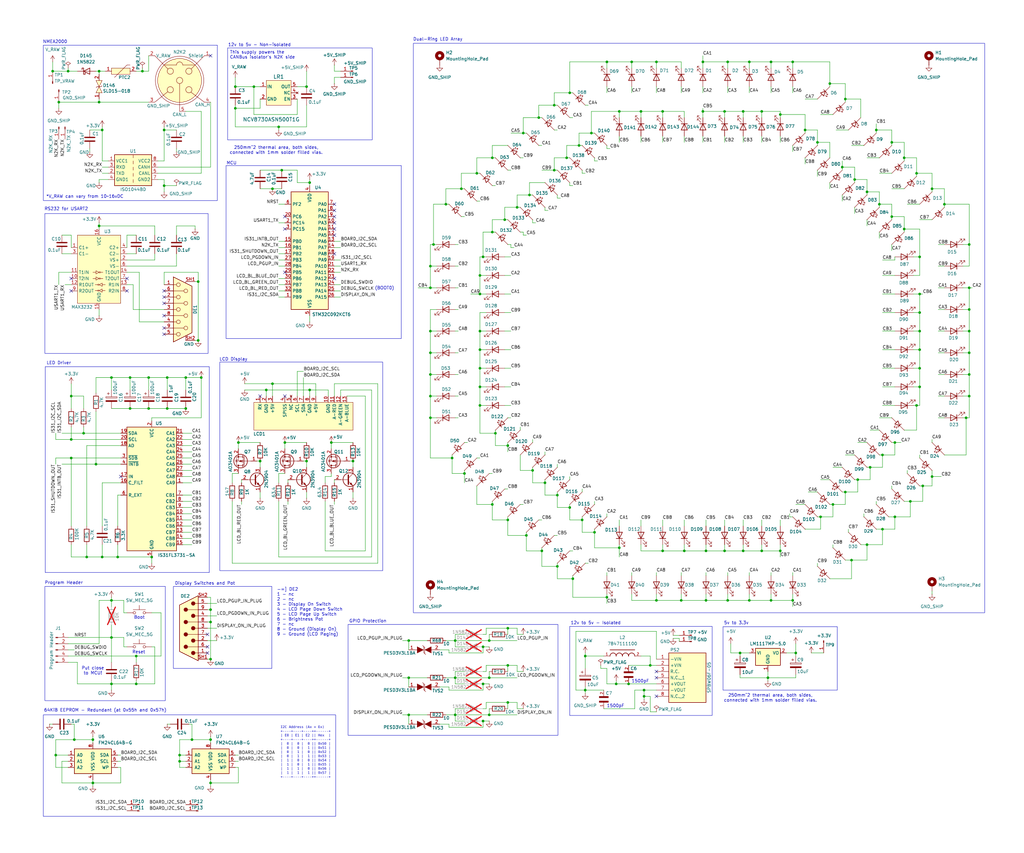
<source format=kicad_sch>
(kicad_sch (version 20250114) (generator "eeschema") (generator_version "9.0")
  (paper "User" 420 350)
  (title_block (title "2-Ring Compass Rose") (date "2025-11-02") (rev "4") (company "The Digital Mermaid"))
  (rectangle (start 90.17 148.59) (end 156.972 234.188))
  (rectangle (start 18.415 240.665) (end 67.818 287.528))
  (rectangle (start 17.78 293.37) (end 137.668 335.026))
  (rectangle (start 18.542 150.495) (end 85.852 234.95))
  (rectangle (start 296.545 257.175) (end 343.408 283.21))
  (rectangle (start 17.78 18.542) (end 89.154 82.296))
  (rectangle (start 71.12 240.665) (end 111.506 274.32))
  (rectangle (start 169.545 17.78) (end 403.86 251.46))
  (rectangle (start 142.748 256.286) (end 228.854 301.752))
  (rectangle (start 18.415 87.63) (end 85.344 145.034))
  (rectangle (start 233.68 257.048) (end 292.0724 293.624))
  (rectangle (start 92.71 67.945) (end 164.592 138.938))
  (rectangle (start 93.345 19.685) (end 152.654 57.404))
  (text "Put close\nto MCU!" (at 38.1 275.336 0) (effects (font (size 1.27 1.27))))
  (text "GPIO Protection" (at 150.876 255.016 0) (effects (font (size 1.27 1.27))))
  (text "RS232 for USART2" (at 27.178 85.852 0) (effects (font (size 1.27 1.27))))
  (text "I2C Address (Ax = Ex)\n+----+----+----++------+\n| E0 | E1 | E2 || Hex  |\n+----+----+----++------+\n|  0 |  0 |  0 || 0x50 |\n|  0 |  0 |  1 || 0x51 |\n|  0 |  1 |  0 || 0x52 |\n|  0 |  1 |  1 || 0x53 |\n|  1 |  0 |  0 || 0x54 |\n|  1 |  0 |  1 || 0x55 |\n|  1 |  1 |  0 || 0x56 |\n|  1 |  1 |  1 || 0x57 |\n+----+----+----++------+" (at 115.062 309.118 0) (effects (font (size 1.016 1.016)) (justify left)))
  (text "LED Driver" (at 24.13 149.098 0) (effects (font (size 1.27 1.27))))
  (text "MCU" (at 94.996 67.056 0) (effects (font (size 1.27 1.27))))
  (text "12v to 5v - Isolated" (at 244.348 255.778 0) (effects (font (size 1.27 1.27))))
  (text "Reset" (at 56.896 267.716 0) (effects (font (size 1.27 1.27))))
  (text "LCD Display" (at 95.758 147.574 0) (effects (font (size 1.27 1.27))))
  (text "*V_RAW can vary from 10~16vDC" (at 34.798 80.772 0) (effects (font (size 1.27 1.27))))
  (text "Program Header" (at 26.162 239.268 0) (effects (font (size 1.27 1.27))))
  (text "Boot" (at 57.15 253.492 0) (effects (font (size 1.27 1.27))))
  (text "NMEA2000" (at 22.606 17.272 0) (effects (font (size 1.27 1.27))))
  (text "1500pF" (at 252.476 289.814 0) (effects (font (size 1.27 1.27))))
  (text "250mm^2 thermal area, both sides,\nconnected with 1mm solder filled vias." (at 315.976 286.512 0) (effects (font (size 1.27 1.27))))
  (text "Dual-Ring LED Array" (at 179.578 16.256 0) (effects (font (size 1.27 1.27))))
  (text "(BOOT0)" (at 157.734 118.364 0) (effects (font (size 1.27 1.27))))
  (text "Display Switches and Pot" (at 84.074 239.522 0) (effects (font (size 1.27 1.27))))
  (text "12v to 5v - Non-isolated" (at 106.426 18.542 0) (effects (font (size 1.27 1.27))))
  (text "This supply powers the\nCANBus isolator's N2K side" (at 94.234 22.606 0) (effects (font (size 1.27 1.27)) (justify left)))
  (text "1500pF" (at 262.636 279.654 0) (effects (font (size 1.27 1.27))))
  (text "64KiB EEPROM - Redundant (at 0x55h and 0x57h)" (at 43.18 291.592 0) (effects (font (size 1.27 1.27))))
  (text "5v to 3.3v" (at 302.006 255.778 0) (effects (font (size 1.27 1.27))))
  (text "-=] DE2\n1 - nc\n2 - nc\n3 - Display On Switch\n4 - LCD Page Down Switch\n5 - LCD Page Up Switch\n6 - Brightness Pot\n7 - nc\n8 - Ground (Display On)\n9 - Ground (LCD Paging)" (at 113.538 251.206 0) (effects (font (size 1.27 1.27)) (justify left)))
  (text "250mm^2 thermal area, both sides,\nconnected with 1mm solder filled vias." (at 113.284 61.722 0) (effects (font (size 1.27 1.27))))
  (junction (at 76.2 154.94))
  (junction (at 86.36 255.27))
  (junction (at 303.53 267.97))
  (junction (at 111.76 157.48))
  (junction (at 240.03 283.21))
  (junction (at 45.72 261.62))
  (junction (at 326.39 267.97))
  (junction (at 198.12 105.41))
  (junction (at 208.28 288.29))
  (junction (at 203.2 177.8))
  (junction (at 24.13 41.91))
  (junction (at 297.18 226.06))
  (junction (at 104.14 35.56))
  (junction (at 38.1 303.53))
  (junction (at 304.8 226.06))
  (junction (at 189.23 77.47))
  (junction (at 97.79 181.61))
  (junction (at 320.04 46.99))
  (junction (at 176.53 118.11))
  (junction (at 73.66 312.42))
  (junction (at 200.66 278.13))
  (junction (at 367.03 181.61))
  (junction (at 62.23 228.6))
  (junction (at 40.64 92.71))
  (junction (at 254 45.72))
  (junction (at 397.51 135.89))
  (junction (at 34.29 177.8))
  (junction (at 234.95 237.49))
  (junction (at 81.28 115.57))
  (junction (at 40.64 29.21))
  (junction (at 48.26 228.6))
  (junction (at 127 74.93))
  (junction (at 307.34 246.38))
  (junction (at 243.84 218.44))
  (junction (at 55.88 269.24))
  (junction (at 269.24 25.4))
  (junction (at 297.18 45.72))
  (junction (at 35.56 228.6))
  (junction (at 200.66 293.37))
  (junction (at 182.88 83.82))
  (junction (at 370.84 93.98))
  (junction (at 262.89 45.72))
  (junction (at 228.6 203.2))
  (junction (at 227.33 43.18))
  (junction (at 312.42 226.06))
  (junction (at 86.36 321.31))
  (junction (at 207.01 90.17))
  (junction (at 378.46 199.39))
  (junction (at 176.53 109.22))
  (junction (at 86.36 270.51))
  (junction (at 240.03 269.24))
  (junction (at 196.85 113.03))
  (junction (at 73.66 309.88))
  (junction (at 365.76 58.42))
  (junction (at 223.52 198.12))
  (junction (at 196.85 166.37))
  (junction (at 257.81 280.67))
  (junction (at 377.19 143.51))
  (junction (at 264.16 283.21))
  (junction (at 382.27 195.58))
  (junction (at 316.23 246.38))
  (junction (at 307.34 25.4))
  (junction (at 377.19 151.13))
  (junction (at 289.56 226.06))
  (junction (at 39.37 190.5))
  (junction (at 377.19 135.89))
  (junction (at 115.57 69.85))
  (junction (at 367.03 212.09))
  (junction (at 176.53 144.78))
  (junction (at 335.28 58.42))
  (junction (at 360.68 83.82))
  (junction (at 196.85 143.51))
  (junction (at 67.31 53.34))
  (junction (at 248.92 25.4))
  (junction (at 220.98 48.26))
  (junction (at 185.42 187.96))
  (junction (at 266.7 273.05))
  (junction (at 382.27 77.47))
  (junction (at 341.63 207.01))
  (junction (at 370.84 64.77))
  (junction (at 288.29 25.4))
  (junction (at 45.72 246.38))
  (junction (at 397.51 127))
  (junction (at 350.52 73.66))
  (junction (at 196.85 135.89))
  (junction (at 304.8 45.72))
  (junction (at 201.93 207.01))
  (junction (at 314.96 278.13))
  (junction (at 144.78 189.23))
  (junction (at 227.33 69.85))
  (junction (at 252.73 280.67))
  (junction (at 109.22 160.02))
  (junction (at 280.67 226.06))
  (junction (at 269.24 246.38))
  (junction (at 377.19 158.75))
  (junction (at 53.34 167.64))
  (junction (at 116.84 181.61))
  (junction (at 312.42 45.72))
  (junction (at 45.72 280.67))
  (junction (at 127 160.02))
  (junction (at 177.8 100.33))
  (junction (at 106.68 189.23))
  (junction (at 298.45 246.38))
  (junction (at 208.28 257.81))
  (junction (at 198.12 280.67))
  (junction (at 254 224.79))
  (junction (at 356.87 191.77))
  (junction (at 45.72 154.94))
  (junction (at 41.91 228.6))
  (junction (at 201.93 64.77))
  (junction (at 346.71 201.93))
  (junction (at 208.28 213.36))
  (junction (at 196.85 158.75))
  (junction (at 233.68 38.1))
  (junction (at 242.57 54.61))
  (junction (at 248.92 245.11))
  (junction (at 38.1 321.31))
  (junction (at 351.79 196.85))
  (junction (at 67.31 76.2))
  (junction (at 325.12 246.38))
  (junction (at 264.16 285.75))
  (junction (at 375.92 166.37))
  (junction (at 397.51 100.33))
  (junction (at 330.2 53.34))
  (junction (at 167.64 262.89))
  (junction (at 86.36 250.19))
  (junction (at 96.52 44.45))
  (junction (at 186.69 293.37))
  (junction (at 397.51 153.67))
  (junction (at 215.9 219.71))
  (junction (at 200.66 262.89))
  (junction (at 325.12 25.4))
  (junction (at 125.73 35.56))
  (junction (at 365.76 88.9))
  (junction (at 81.28 139.7))
  (junction (at 55.88 280.67))
  (junction (at 125.73 189.23))
  (junction (at 397.51 144.78))
  (junction (at 40.64 41.91))
  (junction (at 41.91 53.34))
  (junction (at 222.25 226.06))
  (junction (at 196.85 151.13))
  (junction (at 361.95 217.17))
  (junction (at 218.44 193.04))
  (junction (at 68.58 167.64))
  (junction (at 53.34 154.94))
  (junction (at 135.89 181.61))
  (junction (at 198.12 295.91))
  (junction (at 190.5 194.31))
  (junction (at 186.69 262.89))
  (junction (at 58.42 29.21))
  (junction (at 30.48 303.53))
  (junction (at 196.85 120.65))
  (junction (at 349.25 229.87))
  (junction (at 377.19 120.65))
  (junction (at 289.56 246.38))
  (junction (at 232.41 64.77))
  (junction (at 186.69 278.13))
  (junction (at 355.6 78.74))
  (junction (at 214.63 54.61))
  (junction (at 82.55 154.94))
  (junction (at 361.95 186.69))
  (junction (at 233.68 208.28))
  (junction (at 377.19 128.27))
  (junction (at 60.96 154.94))
  (junction (at 29.21 180.34))
  (junction (at 208.28 273.05))
  (junction (at 259.08 25.4))
  (junction (at 60.96 167.64))
  (junction (at 27.94 29.21))
  (junction (at 176.53 135.89))
  (junction (at 238.76 213.36))
  (junction (at 195.58 71.12))
  (junction (at 78.74 303.53))
  (junction (at 396.24 171.45))
  (junction (at 298.45 25.4))
  (junction (at 387.35 83.82))
  (junction (at 29.21 187.96))
  (junction (at 288.29 45.72))
  (junction (at 397.51 118.11))
  (junction (at 271.78 45.72))
  (junction (at 212.09 85.09))
  (junction (at 359.41 53.34))
  (junction (at 201.93 95.25))
  (junction (at 271.78 226.06))
  (junction (at 29.21 162.56))
  (junction (at 176.53 171.45))
  (junction (at 375.92 71.12))
  (junction (at 111.76 77.47))
  (junction (at 237.49 59.69))
  (junction (at 96.52 35.56))
  (junction (at 114.3 52.07))
  (junction (at 377.19 105.41))
  (junction (at 167.64 293.37))
  (junction (at 76.2 167.64))
  (junction (at 208.28 182.88))
  (junction (at 22.86 309.88))
  (junction (at 355.6 223.52))
  (junction (at 279.4 246.38))
  (junction (at 373.38 205.74))
  (junction (at 217.17 80.01))
  (junction (at 345.44 68.58))
  (junction (at 397.51 162.56))
  (junction (at 320.04 226.06))
  (junction (at 176.53 162.56))
  (junction (at 21.59 29.21))
  (junction (at 340.36 34.29))
  (junction (at 228.6 232.41))
  (junction (at 198.12 265.43))
  (junction (at 68.58 154.94))
  (junction (at 316.23 25.4))
  (junction (at 176.53 153.67))
  (junction (at 86.36 303.53))
  (junction (at 167.64 278.13))
  (junction (at 336.55 212.09))
  (junction (at 346.71 40.64))
  (no_connect (at 137.16 104.14))
  (no_connect (at 137.16 83.82))
  (no_connect (at 106.68 162.56))
  (no_connect (at 49.53 195.58))
  (no_connect (at 137.16 96.52))
  (no_connect (at 67.31 137.16))
  (no_connect (at 67.31 129.54))
  (no_connect (at 86.36 22.86))
  (no_connect (at 52.07 119.38))
  (no_connect (at 137.16 114.3))
  (no_connect (at 85.09 265.43))
  (no_connect (at 116.84 93.98))
  (no_connect (at 29.21 114.3))
  (no_connect (at 85.09 260.35))
  (no_connect (at 269.24 275.59))
  (no_connect (at 137.16 88.9))
  (no_connect (at 137.16 91.44))
  (no_connect (at 52.07 114.3))
  (no_connect (at 85.09 267.97))
  (no_connect (at 116.84 111.76))
  (no_connect (at 116.84 88.9))
  (no_connect (at 67.31 121.92))
  (no_connect (at 269.24 285.75))
  (no_connect (at 137.16 93.98))
  (no_connect (at 269.24 278.13))
  (no_connect (at 116.84 162.56))
  (no_connect (at 67.31 124.46))
  (no_connect (at 67.31 134.62))
  (no_connect (at 137.16 86.36))
  (no_connect (at 29.21 119.38))
  (no_connect (at 67.31 119.38))
  (wire (pts (xy 254 45.72) (xy 262.89 45.72)))
  (wire (pts (xy 67.31 132.08) (xy 57.15 132.08)))
  (wire (pts (xy 299.72 264.16) (xy 299.72 267.97)))
  (wire (pts (xy 316.23 25.4) (xy 307.34 25.4)))
  (wire (pts (xy 355.6 78.74) (xy 355.6 73.66)))
  (wire (pts (xy 74.93 210.82) (xy 78.74 210.82)))
  (wire (pts (xy 199.39 275.59) (xy 198.12 275.59)))
  (wire (pts (xy 373.38 205.74) (xy 378.46 205.74)))
  (wire (pts (xy 189.23 88.9) (xy 190.5 88.9)))
  (wire (pts (xy 213.36 186.69) (xy 213.36 193.04)))
  (wire (pts (xy 233.68 25.4) (xy 233.68 38.1)))
  (wire (pts (xy 86.36 321.31) (xy 86.36 322.58)))
  (wire (pts (xy 40.64 41.91) (xy 60.96 41.91)))
  (wire (pts (xy 222.25 232.41) (xy 228.6 232.41)))
  (wire (pts (xy 214.63 54.61) (xy 215.9 54.61)))
  (wire (pts (xy 29.21 180.34) (xy 49.53 180.34)))
  (wire (pts (xy 86.36 245.11) (xy 86.36 250.19)))
  (wire (pts (xy 45.72 261.62) (xy 50.8 261.62)))
  (wire (pts (xy 207.01 105.41) (xy 209.55 105.41)))
  (wire (pts (xy 307.34 234.95) (xy 307.34 236.22)))
  (wire (pts (xy 60.96 154.94) (xy 60.96 160.02)))
  (wire (pts (xy 262.89 55.88) (xy 262.89 58.42)))
  (wire (pts (xy 45.72 167.64) (xy 53.34 167.64)))
  (wire (pts (xy 361.95 106.68) (xy 367.03 106.68)))
  (wire (pts (xy 199.39 151.13) (xy 196.85 151.13)))
  (wire (pts (xy 199.39 166.37) (xy 196.85 166.37)))
  (wire (pts (xy 40.64 73.66) (xy 44.45 73.66)))
  (wire (pts (xy 189.23 77.47) (xy 182.88 77.47)))
  (wire (pts (xy 288.29 55.88) (xy 288.29 58.42)))
  (wire (pts (xy 25.4 177.8) (xy 34.29 177.8)))
  (wire (pts (xy 307.34 25.4) (xy 298.45 25.4)))
  (wire (pts (xy 394.97 109.22) (xy 397.51 109.22)))
  (wire (pts (xy 303.53 267.97) (xy 303.53 269.24)))
  (wire (pts (xy 227.33 38.1) (xy 227.33 43.18)))
  (wire (pts (xy 25.4 190.5) (xy 39.37 190.5)))
  (wire (pts (xy 218.44 198.12) (xy 223.52 198.12)))
  (wire (pts (xy 60.96 29.21) (xy 60.96 22.86)))
  (wire (pts (xy 325.12 25.4) (xy 316.23 25.4)))
  (wire (pts (xy 228.6 190.5) (xy 228.6 191.77)))
  (wire (pts (xy 100.33 160.02) (xy 109.22 160.02)))
  (wire (pts (xy 350.52 73.66) (xy 350.52 68.58)))
  (wire (pts (xy 48.26 215.9) (xy 48.26 203.2)))
  (wire (pts (xy 199.39 260.35) (xy 198.12 260.35)))
  (wire (pts (xy 227.33 53.34) (xy 228.6 53.34)))
  (wire (pts (xy 200.66 278.13) (xy 212.09 278.13)))
  (wire (pts (xy 137.16 101.6) (xy 139.7 101.6)))
  (wire (pts (xy 86.36 68.58) (xy 64.77 68.58)))
  (wire (pts (xy 203.2 95.25) (xy 201.93 95.25)))
  (wire (pts (xy 280.67 213.36) (xy 280.67 215.9)))
  (wire (pts (xy 269.24 292.1) (xy 266.7 292.1)))
  (wire (pts (xy 114.3 205.74) (xy 114.3 228.6)))
  (wire (pts (xy 176.53 162.56) (xy 176.53 171.45)))
  (wire (pts (xy 137.16 31.75) (xy 137.16 34.29)))
  (wire (pts (xy 394.97 100.33) (xy 397.51 100.33)))
  (wire (pts (xy 370.84 88.9) (xy 365.76 88.9)))
  (wire (pts (xy 96.52 314.96) (xy 97.79 314.96)))
  (wire (pts (xy 48.26 203.2) (xy 49.53 203.2)))
  (wire (pts (xy 271.78 226.06) (xy 280.67 226.06)))
  (wire (pts (xy 39.37 190.5) (xy 49.53 190.5)))
  (wire (pts (xy 39.37 161.29) (xy 39.37 154.94)))
  (wire (pts (xy 340.36 207.01) (xy 341.63 207.01)))
  (wire (pts (xy 212.09 260.35) (xy 212.09 257.81)))
  (wire (pts (xy 346.71 41.91) (xy 346.71 40.64)))
  (wire (pts (xy 105.41 189.23) (xy 106.68 189.23)))
  (wire (pts (xy 41.91 223.52) (xy 41.91 228.6)))
  (wire (pts (xy 228.6 81.28) (xy 228.6 80.01)))
  (wire (pts (xy 184.15 266.7) (xy 184.15 267.97)))
  (wire (pts (xy 360.68 64.77) (xy 355.6 64.77)))
  (wire (pts (xy 80.01 92.71) (xy 72.39 92.71)))
  (wire (pts (xy 186.69 118.11) (xy 187.96 118.11)))
  (wire (pts (xy 374.65 166.37) (xy 375.92 166.37)))
  (wire (pts (xy 240.03 231.14) (xy 241.3 231.14)))
  (wire (pts (xy 184.15 83.82) (xy 182.88 83.82)))
  (wire (pts (xy 82.55 45.72) (xy 82.55 71.12)))
  (wire (pts (xy 190.5 194.31) (xy 190.5 198.12)))
  (wire (pts (xy 35.56 182.88) (xy 49.53 182.88)))
  (wire (pts (xy 351.79 181.61) (xy 355.6 181.61)))
  (wire (pts (xy 266.7 273.05) (xy 269.24 273.05)))
  (wire (pts (xy 115.57 69.85) (xy 121.92 69.85)))
  (wire (pts (xy 340.36 74.93) (xy 340.36 77.47)))
  (wire (pts (xy 304.8 226.06) (xy 312.42 226.06)))
  (wire (pts (xy 68.58 167.64) (xy 76.2 167.64)))
  (wire (pts (xy 246.38 274.32) (xy 246.38 273.05)))
  (wire (pts (xy 25.4 104.14) (xy 29.21 104.14)))
  (wire (pts (xy 214.63 95.25) (xy 213.36 95.25)))
  (wire (pts (xy 25.4 312.42) (xy 25.4 321.31)))
  (wire (pts (xy 22.86 187.96) (xy 22.86 190.5)))
  (wire (pts (xy 289.56 234.95) (xy 289.56 236.22)))
  (wire (pts (xy 243.84 66.04) (xy 243.84 64.77)))
  (wire (pts (xy 95.25 205.74) (xy 95.25 231.14)))
  (wire (pts (xy 45.72 279.4) (xy 45.72 280.67)))
  (wire (pts (xy 233.68 38.1) (xy 227.33 38.1)))
  (wire (pts (xy 144.78 189.23) (xy 144.78 191.77)))
  (wire (pts (xy 127 76.2) (xy 127 74.93)))
  (wire (pts (xy 219.71 91.44) (xy 218.44 91.44)))
  (wire (pts (xy 207.01 166.37) (xy 209.55 166.37)))
  (wire (pts (xy 377.19 199.39) (xy 378.46 199.39)))
  (wire (pts (xy 63.5 106.68) (xy 52.07 106.68)))
  (wire (pts (xy 207.01 151.13) (xy 209.55 151.13)))
  (wire (pts (xy 80.01 93.98) (xy 80.01 92.71)))
  (wire (pts (xy 34.29 162.56) (xy 34.29 167.64)))
  (wire (pts (xy 196.85 151.13) (xy 196.85 158.75)))
  (wire (pts (xy 365.76 181.61) (xy 367.03 181.61)))
  (wire (pts (xy 387.35 77.47) (xy 382.27 77.47)))
  (wire (pts (xy 76.2 160.02) (xy 76.2 154.94)))
  (wire (pts (xy 288.29 45.72) (xy 288.29 48.26)))
  (wire (pts (xy 370.84 66.04) (xy 370.84 64.77)))
  (wire (pts (xy 397.51 127) (xy 397.51 118.11)))
  (wire (pts (xy 316.23 246.38) (xy 325.12 246.38)))
  (wire (pts (xy 377.19 83.82) (xy 372.11 83.82)))
  (wire (pts (xy 370.84 95.25) (xy 370.84 93.98)))
  (wire (pts (xy 30.48 303.53) (xy 38.1 303.53)))
  (wire (pts (xy 137.16 157.48) (xy 137.16 162.56)))
  (wire (pts (xy 186.69 290.83) (xy 190.5 290.83)))
  (wire (pts (xy 397.51 83.82) (xy 387.35 83.82)))
  (wire (pts (xy 34.29 177.8) (xy 49.53 177.8)))
  (wire (pts (xy 382.27 193.04) (xy 382.27 195.58)))
  (wire (pts (xy 238.76 71.12) (xy 238.76 69.85)))
  (wire (pts (xy 289.56 213.36) (xy 289.56 215.9)))
  (wire (pts (xy 361.95 135.89) (xy 367.03 135.89)))
  (wire (pts (xy 375.92 71.12) (xy 375.92 64.77)))
  (wire (pts (xy 260.35 290.83) (xy 260.35 283.21)))
  (wire (pts (xy 149.86 162.56) (xy 142.24 162.56)))
  (wire (pts (xy 346.71 201.93) (xy 351.79 201.93)))
  (wire (pts (xy 340.36 25.4) (xy 325.12 25.4)))
  (wire (pts (xy 186.69 109.22) (xy 187.96 109.22)))
  (wire (pts (xy 323.85 210.82) (xy 323.85 212.09)))
  (wire (pts (xy 209.55 100.33) (xy 208.28 100.33)))
  (wire (pts (xy 182.88 278.13) (xy 186.69 278.13)))
  (wire (pts (xy 372.11 194.31) (xy 372.11 193.04)))
  (wire (pts (xy 373.38 212.09) (xy 373.38 205.74)))
  (wire (pts (xy 184.15 281.94) (xy 184.15 283.21)))
  (wire (pts (xy 220.98 59.69) (xy 222.25 59.69)))
  (wire (pts (xy 227.33 43.18) (xy 220.98 43.18)))
  (wire (pts (xy 39.37 29.21) (xy 40.64 29.21)))
  (wire (pts (xy 243.84 66.04) (xy 245.11 66.04)))
  (wire (pts (xy 298.45 35.56) (xy 298.45 38.1)))
  (wire (pts (xy 228.6 231.14) (xy 228.6 232.41)))
  (wire (pts (xy 41.91 68.58) (xy 44.45 68.58)))
  (wire (pts (xy 227.33 64.77) (xy 227.33 69.85)))
  (wire (pts (xy 207.01 85.09) (xy 207.01 90.17)))
  (wire (pts (xy 208.28 182.88) (xy 208.28 185.42)))
  (wire (pts (xy 199.39 290.83) (xy 198.12 290.83)))
  (wire (pts (xy 104.14 35.56) (xy 106.68 35.56)))
  (wire (pts (xy 104.14 46.99) (xy 121.92 46.99)))
  (wire (pts (xy 40.64 29.21) (xy 43.18 29.21)))
  (wire (pts (xy 34.29 177.8) (xy 34.29 175.26)))
  (wire (pts (xy 208.28 69.85) (xy 209.55 69.85)))
  (wire (pts (xy 370.84 58.42) (xy 365.76 58.42)))
  (wire (pts (xy 67.31 78.74) (xy 67.31 76.2)))
  (wire (pts (xy 378.46 205.74) (xy 378.46 199.39)))
  (wire (pts (xy 280.67 223.52) (xy 280.67 226.06)))
  (wire (pts (xy 375.92 176.53) (xy 375.92 166.37)))
  (wire (pts (xy 114.3 228.6) (xy 152.4 228.6)))
  (wire (pts (xy 127 162.56) (xy 127 160.02)))
  (wire (pts (xy 106.68 44.45) (xy 106.68 40.64)))
  (wire (pts (xy 74.93 203.2) (xy 78.74 203.2)))
  (wire (pts (xy 297.18 48.26) (xy 297.18 45.72)))
  (wire (pts (xy 139.7 160.02) (xy 139.7 162.56)))
  (wire (pts (xy 298.45 27.94) (xy 298.45 25.4)))
  (wire (pts (xy 53.34 154.94) (xy 53.34 160.02)))
  (wire (pts (xy 384.81 144.78) (xy 387.35 144.78)))
  (wire (pts (xy 207.01 128.27) (xy 209.55 128.27)))
  (wire (pts (xy 377.19 158.75) (xy 377.19 151.13)))
  (wire (pts (xy 74.93 177.8) (xy 78.74 177.8)))
  (wire (pts (xy 198.12 283.21) (xy 198.12 280.67)))
  (wire (pts (xy 86.36 255.27) (xy 86.36 270.51)))
  (wire (pts (xy 384.81 171.45) (xy 387.35 171.45)))
  (wire (pts (xy 207.01 120.65) (xy 209.55 120.65)))
  (wire (pts (xy 335.28 232.41) (xy 335.28 231.14)))
  (wire (pts (xy 63.5 265.43) (xy 63.5 280.67)))
  (wire (pts (xy 214.63 96.52) (xy 214.63 95.25)))
  (wire (pts (xy 182.88 293.37) (xy 186.69 293.37)))
  (wire (pts (xy 74.93 195.58) (xy 78.74 195.58)))
  (wire (pts (xy 259.08 25.4) (xy 248.92 25.4)))
  (wire (pts (xy 68.58 154.94) (xy 76.2 154.94)))
  (wire (pts (xy 279.4 35.56) (xy 279.4 38.1)))
  (wire (pts (xy 22.86 309.88) (xy 27.94 309.88)))
  (wire (pts (xy 212.09 85.09) (xy 207.01 85.09)))
  (wire (pts (xy 67.31 53.34) (xy 72.39 53.34)))
  (wire (pts (xy 40.64 92.71) (xy 40.64 91.44)))
  (wire (pts (xy 271.78 213.36) (xy 271.78 215.9)))
  (wire (pts (xy 196.85 135.89) (xy 196.85 143.51)))
  (wire (pts (xy 176.53 187.96) (xy 185.42 187.96)))
  (wire (pts (xy 176.53 118.11) (xy 179.07 118.11)))
  (wire (pts (xy 48.26 312.42) (xy 49.53 312.42)))
  (wire (pts (xy 212.09 275.59) (xy 212.09 273.05)))
  (wire (pts (xy 186.69 153.67) (xy 187.96 153.67)))
  (wire (pts (xy 67.31 76.2) (xy 72.39 76.2)))
  (wire (pts (xy 49.53 314.96) (xy 49.53 321.31)))
  (wire (pts (xy 320.04 55.88) (xy 320.04 58.42)))
  (wire (pts (xy 137.16 109.22) (xy 139.7 109.22)))
  (wire (pts (xy 24.13 111.76) (xy 29.21 111.76)))
  (wire (pts (xy 377.19 151.13) (xy 377.19 143.51)))
  (wire (pts (xy 330.2 40.64) (xy 335.28 40.64)))
  (wire (pts (xy 367.03 186.69) (xy 367.03 181.61)))
  (wire (pts (xy 186.69 144.78) (xy 187.96 144.78)))
  (wire (pts (xy 199.39 288.29) (xy 199.39 290.83)))
  (wire (pts (xy 49.53 321.31) (xy 38.1 321.31)))
  (wire (pts (xy 152.4 160.02) (xy 139.7 160.02)))
  (wire (pts (xy 208.28 59.69) (xy 201.93 59.69)))
  (wire (pts (xy 208.28 212.09) (xy 208.28 213.36)))
  (wire (pts (xy 351.79 201.93) (xy 351.79 196.85)))
  (wire (pts (xy 176.53 127) (xy 176.53 135.89)))
  (wire (pts (xy 345.44 68.58) (xy 345.44 66.04)))
  (wire (pts (xy 349.25 237.49) (xy 349.25 229.87)))
  (wire (pts (xy 179.07 144.78) (xy 176.53 144.78)))
  (wire (pts (xy 121.92 74.93) (xy 127 74.93)))
  (wire (pts (xy 312.42 48.26) (xy 312.42 45.72)))
  (wire (pts (xy 200.66 260.35) (xy 200.66 262.89)))
  (wire (pts (xy 397.51 118.11) (xy 398.78 118.11)))
  (wire (pts (xy 335.28 58.42) (xy 335.28 53.34)))
  (wire (pts (xy 394.97 153.67) (xy 397.51 153.67)))
  (wire (pts (xy 40.64 92.71) (xy 40.64 93.98)))
  (wire (pts (xy 201.93 76.2) (xy 203.2 76.2)))
  (wire (pts (xy 133.35 226.06) (xy 149.86 226.06)))
  (wire (pts (xy 40.64 264.16) (xy 40.64 246.38)))
  (wire (pts (xy 76.2 154.94) (xy 82.55 154.94)))
  (wire (pts (xy 360.68 171.45) (xy 365.76 171.45)))
  (wire (pts (xy 38.1 302.26) (xy 38.1 303.53)))
  (wire (pts (xy 63.5 96.52) (xy 63.5 92.71)))
  (wire (pts (xy 349.25 229.87) (xy 355.6 229.87)))
  (wire (pts (xy 304.8 48.26) (xy 304.8 45.72)))
  (wire (pts (xy 176.53 109.22) (xy 176.53 118.11)))
  (wire (pts (xy 382.27 78.74) (xy 382.27 77.47)))
  (wire (pts (xy 236.22 259.08) (xy 236.22 283.21)))
  (wire (pts (xy 35.56 223.52) (xy 35.56 228.6)))
  (wire (pts (xy 114.3 106.68) (xy 116.84 106.68)))
  (wire (pts (xy 114.3 83.82) (xy 116.84 83.82)))
  (wire (pts (xy 252.73 280.67) (xy 257.81 280.67)))
  (wire (pts (xy 45.72 154.94) (xy 53.34 154.94)))
  (wire (pts (xy 242.57 54.61) (xy 237.49 54.61)))
  (wire (pts (xy 85.09 262.89) (xy 88.9 262.89)))
  (wire (pts (xy 298.45 246.38) (xy 307.34 246.38)))
  (wire (pts (xy 248.92 60.96) (xy 250.19 60.96)))
  (wire (pts (xy 106.68 69.85) (xy 115.57 69.85)))
  (wire (pts (xy 223.52 203.2) (xy 228.6 203.2)))
  (wire (pts (xy 220.98 43.18) (xy 220.98 48.26)))
  (wire (pts (xy 288.29 25.4) (xy 288.29 27.94)))
  (wire (pts (xy 341.63 207.01) (xy 346.71 207.01)))
  (wire (pts (xy 67.31 66.04) (xy 67.31 53.34)))
  (wire (pts (xy 52.07 104.14) (xy 55.88 104.14)))
  (wire (pts (xy 57.15 132.08) (xy 57.15 111.76)))
  (wire (pts (xy 44.45 66.04) (xy 41.91 66.04)))
  (wire (pts (xy 335.28 212.09) (xy 336.55 212.09)))
  (wire (pts (xy 289.56 226.06) (xy 297.18 226.06)))
  (wire (pts (xy 374.65 135.89) (xy 377.19 135.89)))
  (wire (pts (xy 377.19 135.89) (xy 377.19 128.27)))
  (wire (pts (xy 266.7 269.24) (xy 266.7 273.05)))
  (wire (pts (xy 121.92 35.56) (xy 125.73 35.56)))
  (wire (pts (xy 297.18 45.72) (xy 288.29 45.72)))
  (wire (pts (xy 196.85 143.51) (xy 196.85 151.13)))
  (wire (pts (xy 361.95 217.17) (xy 367.03 217.17)))
  (wire (pts (xy 135.89 181.61) (xy 135.89 184.15)))
  (wire (pts (xy 384.81 153.67) (xy 387.35 153.67)))
  (wire (pts (xy 238.76 71.12) (xy 240.03 71.12)))
  (wire (pts (xy 41.91 71.12) (xy 44.45 71.12)))
  (wire (pts (xy 233.68 208.28) (xy 233.68 213.36)))
  (wire (pts (xy 185.42 187.96) (xy 185.42 194.31)))
  (wire (pts (xy 355.6 80.01) (xy 355.6 78.74)))
  (wire (pts (xy 171.45 118.11) (xy 176.53 118.11)))
  (wire (pts (xy 248.92 210.82) (xy 248.92 212.09)))
  (wire (pts (xy 186.69 278.13) (xy 200.66 278.13)))
  (wire (pts (xy 382.27 90.17) (xy 377.19 90.17)))
  (wire (pts (xy 269.24 25.4) (xy 259.08 25.4)))
  (wire (pts (xy 375.92 72.39) (xy 375.92 71.12)))
  (wire (pts (xy 74.93 185.42) (xy 78.74 185.42)))
  (wire (pts (xy 208.28 181.61) (xy 208.28 182.88)))
  (wire (pts (xy 129.54 162.56) (xy 129.54 157.48)))
  (wire (pts (xy 208.28 257.81) (xy 208.28 260.35)))
  (wire (pts (xy 201.93 59.69) (xy 201.93 64.77)))
  (wire (pts (xy 31.75 271.78) (xy 31.75 280.67)))
  (wire (pts (xy 234.95 245.11) (xy 248.92 245.11)))
  (wire (pts (xy 186.69 295.91) (xy 190.5 295.91)))
  (wire (pts (xy 353.06 223.52) (xy 355.6 223.52)))
  (wire (pts (xy 73.66 309.88) (xy 76.2 309.88)))
  (wire (pts (xy 271.78 48.26) (xy 271.78 45.72)))
  (wire (pts (xy 106.68 77.47) (xy 111.76 77.47)))
  (wire (pts (xy 179.07 153.67) (xy 176.53 153.67)))
  (wire (pts (xy 72.39 60.96) (xy 72.39 62.23)))
  (wire (pts (xy 124.46 154.94) (xy 124.46 162.56)))
  (wire (pts (xy 220.98 213.36) (xy 222.25 213.36)))
  (wire (pts (xy 377.19 120.65) (xy 378.46 120.65)))
  (wire (pts (xy 165.1 262.89) (xy 167.64 262.89)))
  (wire (pts (xy 356.87 191.77) (xy 361.95 191.77)))
  (wire (pts (xy 203.2 177.8) (xy 203.2 182.88)))
  (wire (pts (xy 41.91 198.12) (xy 41.91 215.9)))
  (wire (pts (xy 38.1 320.04) (xy 38.1 321.31)))
  (wire (pts (xy 370.84 77.47) (xy 365.76 77.47)))
  (wire (pts (xy 355.6 229.87) (xy 355.6 223.52)))
  (wire (pts (xy 365.76 88.9) (xy 365.76 83.82)))
  (wire (pts (xy 199.39 257.81) (xy 208.28 257.81)))
  (wire (pts (xy 125.73 52.07) (xy 114.3 52.07)))
  (wire (pts (xy 180.34 281.94) (xy 184.15 281.94)))
  (wire (pts (xy 176.53 153.67) (xy 176.53 162.56)))
  (wire (pts (xy 52.07 111.76) (xy 57.15 111.76)))
  (wire (pts (xy 193.04 120.65) (xy 196.85 120.65)))
  (wire (pts (xy 121.92 152.4) (xy 121.92 162.56)))
  (wire (pts (xy 86.36 41.91) (xy 86.36 68.58)))
  (wire (pts (xy 62.23 228.6) (xy 62.23 231.14)))
  (wire (pts (xy 111.76 77.47) (xy 115.57 77.47)))
  (wire (pts (xy 248.92 274.32) (xy 248.92 280.67)))
  (wire (pts (xy 99.06 207.01) (xy 99.06 205.74)))
  (wire (pts (xy 341.63 224.79) (xy 341.63 223.52)))
  (wire (pts (xy 207.01 113.03) (xy 209.55 113.03)))
  (wire (pts (xy 303.53 278.13) (xy 314.96 278.13)))
  (wire (pts (xy 45.72 245.11) (xy 45.72 246.38)))
  (wire (pts (xy 394.97 127) (xy 397.51 127)))
  (wire (pts (xy 378.46 199.39) (xy 382.27 199.39)))
  (wire (pts (xy 114.3 119.38) (xy 116.84 119.38)))
  (wire (pts (xy 85.09 255.27) (xy 86.36 255.27)))
  (wire (pts (xy 382.27 195.58) (xy 386.08 195.58)))
  (wire (pts (xy 374.65 158.75) (xy 377.19 158.75)))
  (wire (pts (xy 96.52 52.07) (xy 96.52 44.45)))
  (wire (pts (xy 82.55 45.72) (xy 76.2 45.72)))
  (wire (pts (xy 330.2 53.34) (xy 330.2 46.99)))
  (wire (pts (xy 320.04 226.06) (xy 320.04 228.6)))
  (wire (pts (xy 203.2 182.88) (xy 208.28 182.88)))
  (wire (pts (xy 350.52 74.93) (xy 350.52 73.66)))
  (wire (pts (xy 179.07 162.56) (xy 176.53 162.56)))
  (wire (pts (xy 97.79 181.61) (xy 97.79 184.15)))
  (wire (pts (xy 360.68 78.74) (xy 355.6 78.74)))
  (wire (pts (xy 48.26 223.52) (xy 48.26 228.6)))
  (wire (pts (xy 186.69 293.37) (xy 200.66 293.37)))
  (wire (pts (xy 370.84 64.77) (xy 370.84 58.42)))
  (wire (pts (xy 222.25 48.26) (xy 220.98 48.26)))
  (wire (pts (xy 209.55 101.6) (xy 210.82 101.6)))
  (wire (pts (xy 137.16 196.85) (xy 137.16 198.12)))
  (wire (pts (xy 218.44 191.77) (xy 218.44 193.04)))
  (wire (pts (xy 361.95 186.69) (xy 367.03 186.69)))
  (wire (pts (xy 60.96 167.64) (xy 68.58 167.64)))
  (wire (pts (xy 20.32 297.18) (xy 21.59 297.18)))
  (wire (pts (xy 361.95 128.27) (xy 367.03 128.27)))
  (wire (pts (xy 95.25 194.31) (xy 95.25 198.12)))
  (wire (pts (xy 80.01 115.57) (xy 81.28 115.57)))
  (wire (pts (xy 320.04 223.52) (xy 320.04 226.06)))
  (wire (pts (xy 220.98 48.26) (xy 214.63 48.26)))
  (wire (pts (xy 66.04 251.46) (xy 66.04 269.24)))
  (wire (pts (xy 114.3 101.6) (xy 116.84 101.6)))
  (wire (pts (xy 325.12 246.38) (xy 325.12 248.92)))
  (wire (pts (xy 259.08 35.56) (xy 259.08 38.1)))
  (wire (pts (xy 55.88 279.4) (xy 55.88 280.67)))
  (wire (pts (xy 195.58 207.01) (xy 201.93 207.01)))
  (wire (pts (xy 201.93 90.17) (xy 201.93 95.25)))
  (wire (pts (xy 361.95 120.65) (xy 367.03 120.65)))
  (wire (pts (xy 24.13 41.91) (xy 40.64 41.91)))
  (wire (pts (xy 316.23 234.95) (xy 316.23 236.22)))
  (wire (pts (xy 367.03 113.03) (xy 361.95 113.03)))
  (wire (pts (xy 137.16 106.68) (xy 139.7 106.68)))
  (wire (pts (xy 326.39 278.13) (xy 314.96 278.13)))
  (wire (pts (xy 289.56 223.52) (xy 289.56 226.06)))
  (wire (pts (xy 41.91 228.6) (xy 48.26 228.6)))
  (wire (pts (xy 354.33 59.69) (xy 349.25 59.69)))
  (wire (pts (xy 269.24 270.51) (xy 269.24 259.08)))
  (wire (pts (xy 325.12 243.84) (xy 325.12 246.38)))
  (wire (pts (xy 262.89 213.36) (xy 262.89 215.9)))
  (wire (pts (xy 179.07 171.45) (xy 176.53 171.45)))
  (wire (pts (xy 361.95 191.77) (xy 361.95 186.69)))
  (wire (pts (xy 137.16 121.92) (xy 139.7 121.92)))
  (wire (pts (xy 167.64 278.13) (xy 175.26 278.13)))
  (wire (pts (xy 280.67 226.06) (xy 289.56 226.06)))
  (wire (pts (xy 133.35 195.58) (xy 133.35 198.12)))
  (wire (pts (xy 325.12 59.69) (xy 325.12 62.23)))
  (wire (pts (xy 228.6 81.28) (xy 229.87 81.28)))
  (wire (pts (xy 243.84 54.61) (xy 242.57 54.61)))
  (wire (pts (xy 240.03 269.24) (xy 247.65 269.24)))
  (wire (pts (xy 180.34 297.18) (xy 184.15 297.18)))
  (wire (pts (xy 200.66 290.83) (xy 200.66 293.37)))
  (wire (pts (xy 135.89 195.58) (xy 135.89 194.31)))
  (wire (pts (xy 106.68 201.93) (xy 106.68 204.47)))
  (wire (pts (xy 21.59 29.21) (xy 27.94 29.21)))
  (wire (pts (xy 384.81 135.89) (xy 387.35 135.89)))
  (wire (pts (xy 377.19 166.37) (xy 377.19 158.75)))
  (wire (pts (xy 97.79 181.61) (xy 106.68 181.61)))
  (wire (pts (xy 36.83 60.96) (xy 36.83 62.23)))
  (wire (pts (xy 397.51 171.45) (xy 397.51 162.56)))
  (wire (pts (xy 38.1 321.31) (xy 38.1 322.58)))
  (wire (pts (xy 298.45 234.95) (xy 298.45 236.22)))
  (wire (pts (xy 176.53 135.89) (xy 176.53 144.78)))
  (wire (pts (xy 29.21 167.64) (xy 29.21 162.56)))
  (wire (pts (xy 233.68 48.26) (xy 234.95 48.26)))
  (wire (pts (xy 297.18 223.52) (xy 297.18 226.06)))
  (wire (pts (xy 397.51 109.22) (xy 397.51 100.33)))
  (wire (pts (xy 259.08 27.94) (xy 259.08 25.4)))
  (wire (pts (xy 361.95 223.52) (xy 361.95 217.17)))
  (wire (pts (xy 289.56 246.38) (xy 298.45 246.38)))
  (wire (pts (xy 346.71 34.29) (xy 340.36 34.29)))
  (wire (pts (xy 124.46 189.23) (xy 125.73 189.23)))
  (wire (pts (xy 27.94 261.62) (xy 45.72 261.62)))
  (wire (pts (xy 394.97 144.78) (xy 397.51 144.78)))
  (wire (pts (xy 176.53 144.78) (xy 176.53 153.67)))
  (wire (pts (xy 233.68 207.01) (xy 233.68 208.28)))
  (wire (pts (xy 228.6 203.2) (xy 228.6 208.28)))
  (wire (pts (xy 41.91 53.34) (xy 41.91 66.04)))
  (wire (pts (xy 133.35 195.58) (xy 135.89 195.58)))
  (wire (pts (xy 237.49 54.61) (xy 237.49 59.69)))
  (wire (pts (xy 223.52 86.36) (xy 223.52 85.09)))
  (wire (pts (xy 259.08 234.95) (xy 259.08 236.22)))
  (wire (pts (xy 350.52 85.09) (xy 350.52 87.63)))
  (wire (pts (xy 68.58 297.18) (xy 69.85 297.18)))
  (wire (pts (xy 39.37 190.5) (xy 39.37 168.91)))
  (wire (pts (xy 233.68 76.2) (xy 234.95 76.2)))
  (wire (pts (xy 184.15 267.97) (xy 198.12 267.97)))
  (wire (pts (xy 27.94 312.42) (xy 25.4 312.42)))
  (wire (pts (xy 316.23 27.94) (xy 316.23 25.4)))
  (wire (pts (xy 394.97 162.56) (xy 397.51 162.56)))
  (wire (pts (xy 203.2 64.77) (xy 201.93 64.77)))
  (wire (pts (xy 365.76 53.34) (xy 359.41 53.34)))
  (wire (pts (xy 264.16 283.21) (xy 264.16 285.75)))
  (wire (pts (xy 167.64 262.89) (xy 167.64 266.7)))
  (wire (pts (xy 367.03 181.61) (xy 369.57 181.61)))
  (wire (pts (xy 186.69 275.59) (xy 186.69 278.13)))
  (wire (pts (xy 303.53 267.97) (xy 307.34 267.97)))
  (wire (pts (xy 218.44 180.34) (xy 218.44 181.61)))
  (wire (pts (xy 186.69 262.89) (xy 200.66 262.89)))
  (wire (pts (xy 397.51 100.33) (xy 397.51 83.82)))
  (wire (pts (xy 238.76 218.44) (xy 243.84 218.44)))
  (wire (pts (xy 359.41 53.34) (xy 359.41 54.61)))
  (wire (pts (xy 54.61 116.84) (xy 54.61 127)))
  (wire (pts (xy 96.52 31.75) (xy 96.52 35.56)))
  (wire (pts (xy 40.64 246.38) (xy 45.72 246.38)))
  (wire (pts (xy 55.88 96.52) (xy 52.07 96.52)))
  (wire (pts (xy 374.65 128.27) (xy 377.19 128.27)))
  (wire (pts (xy 233.68 76.2) (xy 233.68 74.93)))
  (wire (pts (xy 209.55 54.61) (xy 214.63 54.61)))
  (wire (pts (xy 24.13 116.84) (xy 24.13 111.76)))
  (wire (pts (xy 377.19 143.51) (xy 377.19 135.89)))
  (wire (pts (xy 209.55 171.45) (xy 208.28 171.45)))
  (wire (pts (xy 111.76 157.48) (xy 111.76 162.56)))
  (wire (pts (xy 35.56 182.88) (xy 35.56 215.9)))
  (wire (pts (xy 52.07 96.52) (xy 52.07 101.6)))
  (wire (pts (xy 222.25 226.06) (xy 222.25 232.41)))
  (wire (pts (xy 29.21 157.48) (xy 29.21 162.56)))
  (wire (pts (xy 361.95 158.75) (xy 367.03 158.75)))
  (wire (pts (xy 198.12 267.97) (xy 198.12 265.43)))
  (wire (pts (xy 228.6 237.49) (xy 234.95 237.49)))
  (wire (pts (xy 177.8 83.82) (xy 177.8 100.33)))
  (wire (pts (xy 81.28 111.76) (xy 81.28 115.57)))
  (wire (pts (xy 125.73 189.23) (xy 125.73 191.77)))
  (wire (pts (xy 111.76 157.48) (xy 129.54 157.48)))
  (wire (pts (xy 213.36 64.77) (xy 214.63 64.77)))
  (wire (pts (xy 218.44 91.44) (xy 218.44 90.17)))
  (wire (pts (xy 346.71 229.87) (xy 349.25 229.87)))
  (wire (pts (xy 198.12 105.41) (xy 196.85 105.41)))
  (wire (pts (xy 307.34 243.84) (xy 307.34 246.38)))
  (wire (pts (xy 74.93 190.5) (xy 78.74 190.5)))
  (wire (pts (xy 99.06 196.85) (xy 99.06 198.12)))
  (wire (pts (xy 58.42 29.21) (xy 60.96 29.21)))
  (wire (pts (xy 397.51 153.67) (xy 397.51 144.78)))
  (wire (pts (xy 397.51 144.78) (xy 397.51 135.89)))
  (wire (pts (xy 85.09 257.81) (xy 88.9 257.81)))
  (wire (pts (xy 196.85 105.41) (xy 196.85 113.03)))
  (wire (pts (xy 360.68 95.25) (xy 360.68 97.79)))
  (wire (pts (xy 207.01 158.75) (xy 209.55 158.75)))
  (wire (pts (xy 257.81 273.05) (xy 266.7 273.05)))
  (wire (pts (xy 336.55 217.17) (xy 336.55 212.09)))
  (wire (pts (xy 320.04 213.36) (xy 320.04 215.9)))
  (wire (pts (xy 361.95 143.51) (xy 367.03 143.51)))
  (wire (pts (xy 326.39 276.86) (xy 326.39 278.13)))
  (wire (pts (xy 279.4 234.95) (xy 279.4 236.22)))
  (wire (pts (xy 86.36 303.53) (xy 86.36 304.8)))
  (wire (pts (xy 208.28 273.05) (xy 212.09 273.05)))
  (wire (pts (xy 186.69 100.33) (xy 187.96 100.33)))
  (wire (pts (xy 154.94 157.48) (xy 137.16 157.48)))
  (wire (pts (xy 182.88 262.89) (xy 186.69 262.89)))
  (wire (pts (xy 262.89 226.06) (xy 271.78 226.06)))
  (wire (pts (xy 330.2 54.61) (xy 330.2 53.34)))
  (wire (pts (xy 336.55 212.09) (xy 341.63 212.09)))
  (wire (pts (xy 39.37 154.94) (xy 45.72 154.94)))
  (wire (pts (xy 104.14 46.99) (xy 104.14 35.56)))
  (wire (pts (xy 186.69 260.35) (xy 190.5 260.35)))
  (wire (pts (xy 254 224.79) (xy 254 228.6)))
  (wire (pts (xy 280.67 55.88) (xy 280.67 58.42)))
  (wire (pts (xy 180.34 266.7) (xy 184.15 266.7)))
  (wire (pts (xy 374.65 151.13) (xy 377.19 151.13)))
  (wire (pts (xy 345.44 69.85) (xy 345.44 68.58)))
  (wire (pts (xy 304.8 55.88) (xy 304.8 58.42)))
  (wire (pts (xy 341.63 212.09) (xy 341.63 207.01)))
  (wire (pts (xy 247.65 283.21) (xy 240.03 283.21)))
  (wire (pts (xy 278.6105 261.9936) (xy 276.0705 261.9936)))
  (wire (pts (xy 314.96 279.4) (xy 314.96 278.13)))
  (wire (pts (xy 182.88 83.82) (xy 177.8 83.82)))
  (wire (pts (xy 127 74.93) (xy 127 73.66)))
  (wire (pts (xy 228.6 43.18) (xy 227.33 43.18)))
  (wire (pts (xy 326.39 267.97) (xy 326.39 264.16)))
  (wire (pts (xy 67.31 52.07) (xy 67.31 53.34)))
  (wire (pts (xy 55.88 280.67) (xy 45.72 280.67)))
  (wire (pts (xy 86.36 302.26) (xy 86.36 303.53)))
  (wire (pts (xy 186.69 260.35) (xy 186.69 262.89)))
  (wire (pts (xy 370.84 205.74) (xy 373.38 205.74)))
  (wire (pts (xy 254 223.52) (xy 254 224.79)))
  (wire (pts (xy 73.66 309.88) (xy 73.66 303.53)))
  (wire (pts (xy 86.36 320.04) (xy 86.36 321.31)))
  (wire (pts (xy 74.93 205.74) (xy 78.74 205.74)))
  (wire (pts (xy 201.93 205.74) (xy 201.93 207.01)))
  (wire (pts (xy 195.58 82.55) (xy 196.85 82.55)))
  (wire (pts (xy 279.4 246.38) (xy 289.56 246.38)))
  (wire (pts (xy 77.47 297.18) (xy 78.74 297.18)))
  (wire (pts (xy 68.58 160.02) (xy 68.58 154.94)))
  (wire (pts (xy 22.86 187.96) (xy 29.21 187.96)))
  (wire (pts (xy 266.7 292.1) (xy 266.7 285.75)))
  (wire (pts (xy 64.77 66.04) (xy 67.31 66.04)))
  (wire (pts (xy 384.81 118.11) (xy 387.35 118.11)))
  (wire (pts (xy 326.39 207.01) (xy 330.2 207.01)))
  (wire (pts (xy 201.93 213.36) (xy 208.28 213.36)))
  (wire (pts (xy 190.5 181.61) (xy 191.77 181.61)))
  (wire (pts (xy 218.44 80.01) (xy 217.17 80.01)))
  (wire (pts (xy 198.12 265.43) (xy 200.66 265.43)))
  (wire (pts (xy 259.08 246.38) (xy 269.24 246.38)))
  (wire (pts (xy 85.09 252.73) (xy 88.9 252.73)))
  (wire (pts (xy 81.28 111.76) (xy 67.31 111.76)))
  (wire (pts (xy 52.07 116.84) (xy 54.61 116.84)))
  (wire (pts (xy 199.39 135.89) (xy 196.85 135.89)))
  (wire (pts (xy 45.72 280.67) (xy 45.72 283.21)))
  (wire (pts (xy 114.3 109.22) (xy 116.84 109.22)))
  (wire (pts (xy 209.55 101.6) (xy 209.55 100.33)))
  (wire (pts (xy 330.2 217.17) (xy 336.55 217.17)))
  (wire (pts (xy 234.95 38.1) (xy 233.68 38.1)))
  (wire (pts (xy 254 55.88) (xy 254 58.42)))
  (wire (pts (xy 66.04 269.24) (xy 55.88 269.24)))
  (wire (pts (xy 55.88 269.24) (xy 55.88 271.78)))
  (wire (pts (xy 335.28 59.69) (xy 335.28 58.42)))
  (wire (pts (xy 63.5 104.14) (xy 63.5 106.68)))
  (wire (pts (xy 322.58 267.97) (xy 326.39 267.97)))
  (wire (pts (xy 240.03 281.94) (xy 240.03 283.21)))
  (wire (pts (xy 96.52 35.56) (xy 104.14 35.56)))
  (wire (pts (xy 199.39 128.27) (xy 196.85 128.27)))
  (wire (pts (xy 36.83 53.34) (xy 41.91 53.34)))
  (wire (pts (xy 323.85 212.09) (xy 325.12 212.09)))
  (wire (pts (xy 236.22 283.21) (xy 240.03 283.21)))
  (wire (pts (xy 22.86 309.88) (xy 22.86 303.53)))
  (wire (pts (xy 38.1 303.53) (xy 38.1 304.8)))
  (wire (pts (xy 260.35 283.21) (xy 264.16 283.21)))
  (wire (pts (xy 246.38 274.32) (xy 248.92 274.32)))
  (wire (pts (xy 186.69 262.89) (xy 186.69 265.43)))
  (wire (pts (xy 40.64 40.64) (xy 40.64 41.91)))
  (wire (pts (xy 143.51 189.23) (xy 144.78 189.23)))
  (wire (pts (xy 186.69 265.43) (xy 190.5 265.43)))
  (wire (pts (xy 217.17 80.01) (xy 212.09 80.01)))
  (wire (pts (xy 212.09 290.83) (xy 212.09 288.29)))
  (wire (pts (xy 365.76 100.33) (xy 365.76 102.87)))
  (wire (pts (xy 212.09 260.35) (xy 214.63 260.35)))
  (wire (pts (xy 29.21 96.52) (xy 29.21 101.6)))
  (wire (pts (xy 114.3 104.14) (xy 116.84 104.14)))
  (wire (pts (xy 252.73 279.4) (xy 252.73 280.67)))
  (wire (pts (xy 85.09 250.19) (xy 86.36 250.19)))
  (wire (pts (xy 279.4 243.84) (xy 279.4 246.38)))
  (wire (pts (xy 82.55 171.45) (xy 62.23 171.45)))
  (wire (pts (xy 199.39 143.51) (xy 196.85 143.51)))
  (wire (pts (xy 22.86 303.53) (xy 30.48 303.53)))
  (wire (pts (xy 137.16 119.38) (xy 139.7 119.38)))
  (wire (pts (xy 320.04 45.72) (xy 312.42 45.72)))
  (wire (pts (xy 304.8 223.52) (xy 304.8 226.06)))
  (wire (pts (xy 289.56 243.84) (xy 289.56 246.38)))
  (wire (pts (xy 165.1 278.13) (xy 167.64 278.13)))
  (wire (pts (xy 199.39 113.03) (xy 196.85 113.03)))
  (wire (pts (xy 278.6105 263.2636) (xy 278.6105 261.9936)))
  (wire (pts (xy 179.07 127) (xy 176.53 127)))
  (wire (pts (xy 27.94 264.16) (xy 40.64 264.16)))
  (wire (pts (xy 262.89 223.52) (xy 262.89 226.06)))
  (wire (pts (xy 307.34 27.94) (xy 307.34 25.4)))
  (wire (pts (xy 269.24 27.94) (xy 269.24 25.4)))
  (wire (pts (xy 74.93 187.96) (xy 78.74 187.96)))
  (wire (pts (xy 248.92 60.96) (xy 248.92 59.69)))
  (wire (pts (xy 350.52 68.58) (xy 345.44 68.58)))
  (wire (pts (xy 30.48 266.7) (xy 27.94 266.7)))
  (wire (pts (xy 52.07 251.46) (xy 50.8 251.46)))
  (wire (pts (xy 74.93 220.98) (xy 78.74 220.98)))
  (wire (pts (xy 208.28 219.71) (xy 215.9 219.71)))
  (wire (pts (xy 377.19 128.27) (xy 377.19 120.65)))
  (wire (pts (xy 248.92 35.56) (xy 248.92 38.1)))
  (wire (pts (xy 365.76 71.12) (xy 360.68 71.12)))
  (wire (pts (xy 185.42 186.69) (xy 185.42 187.96)))
  (wire (pts (xy 280.67 45.72) (xy 271.78 45.72)))
  (wire (pts (xy 118.11 196.85) (xy 118.11 198.12)))
  (wire (pts (xy 26.67 116.84) (xy 29.21 116.84)))
  (wire (pts (xy 237.49 59.69) (xy 232.41 59.69)))
  (wire (pts (xy 186.69 293.37) (xy 186.69 295.91)))
  (wire (pts (xy 299.72 267.97) (xy 303.53 267.97)))
  (wire (pts (xy 200.66 194.31) (xy 201.93 194.31)))
  (wire (pts (xy 223.52 198.12) (xy 223.52 203.2)))
  (wire (pts (xy 127 129.54) (xy 127 132.08)))
  (wire (pts (xy 72.39 92.71) (xy 72.39 96.52)))
  (wire (pts (xy 200.66 262.89) (xy 212.09 262.89)))
  (wire (pts (xy 133.35 205.74) (xy 133.35 226.06)))
  (wire (pts (xy 176.53 109.22) (xy 179.07 109.22)))
  (wire (pts (xy 288.29 35.56) (xy 288.29 38.1)))
  (wire (pts (xy 384.81 162.56) (xy 387.35 162.56)))
  (wire (pts (xy 312.42 55.88) (xy 312.42 58.42)))
  (wire (pts (xy 86.36 250.19) (xy 86.36 255.27)))
  (wire (pts (xy 27.94 314.96) (xy 22.86 314.96)))
  (wire (pts (xy 196.85 120.65) (xy 199.39 120.65)))
  (wire (pts (xy 233.68 64.77) (xy 232.41 64.77)))
  (wire (pts (xy 85.09 245.11) (xy 86.36 245.11)))
  (wire (pts (xy 73.66 312.42) (xy 76.2 312.42)))
  (wire (pts (xy 82.55 71.12) (xy 64.77 71.12)))
  (wire (pts (xy 312.42 223.52) (xy 312.42 226.06)))
  (wire (pts (xy 189.23 71.12) (xy 189.23 77.47)))
  (wire (pts (xy 96.52 44.45) (xy 96.52 43.18)))
  (wire (pts (xy 288.29 22.86) (xy 288.29 25.4)))
  (wire (pts (xy 394.97 171.45) (xy 396.24 171.45)))
  (wire (pts (xy 185.42 194.31) (xy 190.5 194.31)))
  (wire (pts (xy 27.94 29.21) (xy 31.75 29.21)))
  (wire (pts (xy 397.51 162.56) (xy 397.51 153.67)))
  (wire (pts (xy 208.28 288.29) (xy 212.09 288.29)))
  (wire (pts (xy 96.52 312.42) (xy 97.79 312.42)))
  (wire (pts (xy 254 213.36) (xy 254 215.9)))
  (wire (pts (xy 29.21 162.56) (xy 34.29 162.56)))
  (wire (pts (xy 222.25 69.85) (xy 227.33 69.85)))
  (wire (pts (xy 208.28 257.81) (xy 212.09 257.81)))
  (wire (pts (xy 233.68 226.06) (xy 234.95 226.06)))
  (wire (pts (xy 125.73 43.18) (xy 125.73 52.07)))
  (wire (pts (xy 186.69 162.56) (xy 187.96 162.56)))
  (wire (pts (xy 121.92 40.64) (xy 121.92 46.99)))
  (wire (pts (xy 382.27 199.39) (xy 382.27 195.58)))
  (wire (pts (xy 365.76 58.42) (xy 365.76 53.34)))
  (wire (pts (xy 345.44 80.01) (xy 345.44 82.55)))
  (wire (pts (xy 243.84 205.74) (xy 243.84 207.01)))
  (wire (pts (xy 186.69 135.89) (xy 187.96 135.89)))
  (wire (pts (xy 190.5 193.04) (xy 190.5 194.31)))
  (wire (pts (xy 361.95 151.13) (xy 367.03 151.13)))
  (wire (pts (xy 207.01 135.89) (xy 209.55 135.89)))
  (wire (pts (xy 214.63 96.52) (xy 215.9 96.52)))
  (wire (pts (xy 199.39 288.29) (xy 208.28 288.29)))
  (wire (pts (xy 227.33 69.85) (xy 228.6 69.85)))
  (wire (pts (xy 233.68 195.58) (xy 233.68 196.85)))
  (wire (pts (xy 74.93 180.34) (xy 78.74 180.34)))
  (wire (pts (xy 114.3 91.44) (xy 116.84 91.44)))
  (wire (pts (xy 377.19 105.41) (xy 377.19 93.98)))
  (wire (pts (xy 330.2 64.77) (xy 330.2 67.31)))
  (wire (pts (xy 264.16 285.75) (xy 266.7 285.75)))
  (wire (pts (xy 40.64 73.66) (xy 40.64 74.93)))
  (wire (pts (xy 341.63 46.99) (xy 336.55 46.99)))
  (wire (pts (xy 22.86 180.34) (xy 29.21 180.34)))
  (wire (pts (xy 370.84 176.53) (xy 375.92 176.53)))
  (wire (pts (xy 74.93 218.44) (xy 78.74 218.44)))
  (wire (pts (xy 326.39 267.97) (xy 326.39 269.24)))
  (wire (pts (xy 367.03 217.17) (xy 367.03 212.09)))
  (wire (pts (xy 121.92 69.85) (xy 121.92 74.93)))
  (wire (pts (xy 312.42 213.36) (xy 312.42 215.9)))
  (wire (pts (xy 325.12 35.56) (xy 325.12 38.1)))
  (wire (pts (xy 40.64 29.21) (xy 40.64 30.48)))
  (wire (pts (xy 232.41 59.69) (xy 232.41 64.77)))
  (wire (pts (xy 167.64 293.37) (xy 175.26 293.37)))
  (wire (pts (xy 208.28 288.29) (xy 208.28 290.83)))
  (wire (pts (xy 212.09 275.59) (xy 214.63 275.59)))
  (wire (pts (xy 207.01 90.17) (xy 201.93 90.17)))
  (wire (pts (xy 394.97 135.89) (xy 397.51 135.89)))
  (wire (pts (xy 375.92 166.37) (xy 377.19 166.37)))
  (wire (pts (xy 95.25 194.31) (xy 97.79 194.31)))
  (wire (pts (xy 340.36 237.49) (xy 349.25 237.49)))
  (wire (pts (xy 227.33 219.71) (xy 228.6 219.71)))
  (wire (pts (xy 359.41 50.8) (xy 359.41 53.34)))
  (wire (pts (xy 196.85 158.75) (xy 196.85 166.37)))
  (wire (pts (xy 288.29 44.45) (xy 288.29 45.72)))
  (wire (pts (xy 297.18 55.88) (xy 297.18 58.42)))
  (wire (pts (xy 48.26 228.6) (xy 62.23 228.6)))
  (wire (pts (xy 355.6 73.66) (xy 350.52 73.66)))
  (wire (pts (xy 137.16 99.06) (xy 139.7 99.06)))
  (wire (pts (xy 355.6 90.17) (xy 355.6 92.71)))
  (wire (pts (xy 375.92 64.77) (xy 370.84 64.77)))
  (wire (pts (xy 222.25 224.79) (xy 222.25 226.06)))
  (wire (pts (xy 198.12 295.91) (xy 200.66 295.91)))
  (wire (pts (xy 377.19 113.03) (xy 377.19 105.41)))
  (wire (pts (xy 67.31 76.2) (xy 67.31 73.66)))
  (wire (pts (xy 45.72 261.62) (xy 45.72 271.78)))
  (wire (pts (xy 316.23 243.84) (xy 316.23 246.38)))
  (wire (pts (xy 396.24 186.69) (xy 396.24 171.45)))
  (wire (pts (xy 248.92 245.11) (xy 248.92 247.65)))
  (wire (pts (xy 382.27 180.34) (xy 382.27 181.61)))
  (wire (pts (xy 52.07 265.43) (xy 50.8 265.43)))
  (wire (pts (xy 74.93 198.12) (xy 78.74 198.12)))
  (wire (pts (xy 127 160.02) (xy 109.22 160.02)))
  (wire (pts (xy 269.24 243.84) (xy 269.24 246.38)))
  (wire (pts (xy 198.12 298.45) (xy 198.12 295.91)))
  (wire (pts (xy 355.6 191.77) (xy 356.87 191.77)))
  (wire (pts (xy 248.92 280.67) (xy 252.73 280.67)))
  (wire (pts (xy 149.86 162.56) (xy 149.86 226.06)))
  (wire (pts (xy 73.66 312.42) (xy 73.66 309.88)))
  (wire (pts (xy 215.9 219.71) (xy 215.9 226.06)))
  (wire (pts (xy 85.09 247.65) (xy 88.9 247.65)))
  (wire (pts (xy 340.36 64.77) (xy 340.36 58.42)))
  (wire (pts (xy 340.36 58.42) (xy 335.28 58.42)))
  (wire (pts (xy 314.96 275.59) (xy 314.96 278.13)))
  (wire (pts (xy 67.31 73.66) (xy 64.77 73.66)))
  (wire (pts (xy 199.39 105.41) (xy 198.12 105.41)))
  (wire (pts (xy 45.72 154.94) (xy 45.72 160.02)))
  (wire (pts (xy 238.76 200.66) (xy 238.76 201.93)))
  (wire (pts (xy 81.28 115.57) (xy 81.28 139.7)))
  (wire (pts (xy 82.55 154.94) (xy 82.55 171.45)))
  (wire (pts (xy 125.73 29.21) (xy 125.73 35.56)))
  (wire (pts (xy 351.79 196.85) (xy 356.87 196.85)))
  (wire (pts (xy 387.35 83.82) (xy 387.35 77.47)))
  (wire (pts (xy 30.48 297.18) (xy 30.48 303.53)))
  (wire (pts (xy 203.2 176.53) (xy 203.2 177.8)))
  (wire (pts (xy 312.42 45.72) (xy 304.8 45.72)))
  (wire (pts (xy 29.21 180.34) (xy 29.21 175.26)))
  (wire (pts (xy 332.74 267.97) (xy 337.82 267.97)))
  (wire (pts (xy 303.53 276.86) (xy 303.53 278.13)))
  (wire (pts (xy 353.06 40.64) (xy 346.71 40.64)))
  (wire (pts (xy 97.79 321.31) (xy 86.36 321.31)))
  (wire (pts (xy 48.26 314.96) (xy 49.53 314.96)))
  (wire (pts (xy 50.8 261.62) (xy 50.8 265.43)))
  (wire (pts (xy 367.03 212.09) (xy 373.38 212.09)))
  (wire (pts (xy 100.33 157.48) (xy 111.76 157.48)))
  (wire (pts (xy 78.74 303.53) (xy 86.36 303.53)))
  (wire (pts (xy 165.1 293.37) (xy 167.64 293.37)))
  (wire (pts (xy 62.23 171.45) (xy 62.23 172.72)))
  (wire (pts (xy 201.93 64.77) (xy 195.58 64.77)))
  (wire (pts (xy 269.24 35.56) (xy 269.24 38.1)))
  (wire (pts (xy 346.71 207.01) (xy 346.71 201.93)))
  (wire (pts (xy 195.58 199.39) (xy 195.58 207.01)))
  (wire (pts (xy 55.88 29.21) (xy 58.42 29.21)))
  (wire (pts (xy 346.71 186.69) (xy 350.52 186.69)))
  (wire (pts (xy 243.84 218.44) (xy 243.84 224.79)))
  (wire (pts (xy 21.59 29.21) (xy 21.59 25.4)))
  (wire (pts (xy 223.52 185.42) (xy 223.52 186.69)))
  (wire (pts (xy 238.76 212.09) (xy 238.76 213.36)))
  (wire (pts (xy 41.91 52.07) (xy 41.91 53.34)))
  (wire (pts (xy 365.76 90.17) (xy 365.76 88.9)))
  (wire (pts (xy 195.58 64.77) (xy 195.58 71.12)))
  (wire (pts (xy 394.97 118.11) (xy 397.51 118.11)))
  (wire (pts (xy 240.03 283.21) (xy 240.03 284.48)))
  (wire (pts (xy 74.93 213.36) (xy 78.74 213.36)))
  (wire (pts (xy 31.75 280.67) (xy 45.72 280.67)))
  (wire (pts (xy 199.39 257.81) (xy 199.39 260.35)))
  (wire (pts (xy 186.69 290.83) (xy 186.69 293.37)))
  (wire (pts (xy 63.5 92.71) (xy 40.64 92.71)))
  (wire (pts (xy 242.57 45.72) (xy 254 45.72)))
  (wire (pts (xy 114.3 114.3) (xy 116.84 114.3)))
  (wire (pts (xy 354.33 210.82) (xy 354.33 212.09)))
  (wire (pts (xy 228.6 201.93) (xy 228.6 203.2)))
  (wire (pts (xy 186.69 275.59) (xy 190.5 275.59)))
  (wire (pts (xy 109.22 160.02) (xy 109.22 162.56)))
  (wire (pts (xy 387.35 186.69) (xy 396.24 186.69)))
  (wire (pts (xy 360.68 83.82) (xy 360.68 78.74)))
  (wire (pts (xy 269.24 234.95) (xy 269.24 236.22)))
  (wire (pts (xy 384.81 109.22) (xy 387.35 109.22)))
  (wire (pts (xy 382.27 242.57) (xy 382.27 243.84)))
  (wire (pts (xy 114.3 194.31) (xy 114.3 198.12)))
  (wire (pts (xy 139.7 31.75) (xy 137.16 31.75)))
  (wire (pts (xy 74.93 182.88) (xy 78.74 182.88)))
  (wire (pts (xy 370.84 93.98) (xy 370.84 88.9)))
  (wire (pts (xy 228.6 208.28) (xy 233.68 208.28)))
  (wire (pts (xy 45.72 246.38) (xy 45.72 248.92)))
  (wire (pts (xy 50.8 251.46) (xy 50.8 246.38)))
  (wire (pts (xy 365.76 59.69) (xy 365.76 58.42)))
  (wire (pts (xy 374.65 143.51) (xy 377.19 143.51)))
  (wire (pts (xy 374.65 105.41) (xy 377.19 105.41)))
  (wire (pts (xy 325.12 27.94) (xy 325.12 25.4)))
  (wire (pts (xy 25.4 96.52) (xy 29.21 96.52)))
  (wire (pts (xy 304.8 45.72) (xy 297.18 45.72)))
  (wire (pts (xy 177.8 100.33) (xy 176.53 100.33)))
  (wire (pts (xy 353.06 48.26) (xy 353.06 40.64)))
  (wire (pts (xy 243.84 224.79) (xy 254 224.79)))
  (wire (pts (xy 234.95 236.22) (xy 234.95 237.49)))
  (wire (pts (xy 76.2 314.96) (xy 73.66 314.96)))
  (wire (pts (xy 214.63 48.26) (xy 214.63 54.61)))
  (wire (pts (xy 297.18 213.36) (xy 297.18 215.9)))
  (wire (pts (xy 114.3 99.06) (xy 116.84 99.06)))
  (wire (pts (xy 53.34 154.94) (xy 60.96 154.94)))
  (wire (pts (xy 137.16 26.67) (xy 137.16 29.21)))
  (wire (pts (xy 384.81 127) (xy 387.35 127)))
  (wire (pts (xy 213.36 193.04) (xy 218.44 193.04)))
  (wire (pts (xy 279.4 27.94) (xy 279.4 25.4)))
  (wire (pts (xy 196.85 113.03) (xy 196.85 120.65)))
  (wire (pts (xy 247.65 290.83) (xy 260.35 290.83)))
  (wire (pts (xy 359.41 207.01) (xy 359.41 205.74)))
  (wire (pts (xy 280.67 48.26) (xy 280.67 45.72)))
  (wire (pts (xy 367.03 106.68) (xy 367.03 105.41)))
  (wire (pts (xy 257.81 280.67) (xy 269.24 280.67)))
  (wire (pts (xy 384.81 100.33) (xy 387.35 100.33)))
  (wire (pts (xy 73.66 314.96) (xy 73.66 312.42)))
  (wire (pts (xy 341.63 191.77) (xy 345.44 191.77)))
  (wire (pts (xy 350.52 196.85) (xy 351.79 196.85)))
  (wire (pts (xy 213.36 85.09) (xy 212.09 85.09)))
  (wire (pts (xy 116.84 181.61) (xy 116.84 184.15)))
  (wire (pts (xy 29.21 187.96) (xy 29.21 215.9)))
  (wire (pts (xy 96.52 52.07) (xy 114.3 52.07)))
  (wire (pts (xy 271.78 223.52) (xy 271.78 226.06)))
  (wire (pts (xy 223.52 86.36) (xy 224.79 86.36)))
  (wire (pts (xy 223.52 196.85) (xy 223.52 198.12)))
  (wire (pts (xy 96.52 309.88) (xy 97.79 309.88)))
  (wire (pts (xy 198.12 95.25) (xy 198.12 105.41)))
  (wire (pts (xy 269.24 246.38) (xy 279.4 246.38)))
  (wire (pts (xy 106.68 189.23) (xy 106.68 191.77)))
  (wire (pts (xy 137.16 116.84) (xy 139.7 116.84)))
  (wire (pts (xy 356.87 196.85) (xy 356.87 191.77)))
  (wire (pts (xy 259.08 243.84) (xy 259.08 246.38)))
  (wire (pts (xy 207.01 143.51) (xy 209.55 143.51)))
  (wire (pts (xy 49.53 198.12) (xy 41.91 198.12)))
  (wire (pts (xy 340.36 34.29) (xy 340.36 25.4)))
  (wire (pts (xy 238.76 59.69) (xy 237.49 59.69)))
  (wire (pts (xy 85.09 270.51) (xy 86.36 270.51)))
  (wire (pts (xy 190.5 77.47) (xy 189.23 77.47)))
  (wire (pts (xy 154.94 157.48) (xy 154.94 231.14)))
  (wire (pts (xy 396.24 171.45) (xy 397.51 171.45)))
  (wire (pts (xy 40.64 127) (xy 40.64 129.54)))
  (wire (pts (xy 184.15 297.18) (xy 184.15 298.45)))
  (wire (pts (xy 212.09 80.01) (xy 212.09 85.09)))
  (wire (pts (xy 377.19 187.96) (xy 377.19 186.69)))
  (wire (pts (xy 144.78 201.93) (xy 144.78 204.47)))
  (wire (pts (xy 279.4 25.4) (xy 269.24 25.4)))
  (wire (pts (xy 196.85 177.8) (xy 203.2 177.8)))
  (wire (pts (xy 262.89 48.26) (xy 262.89 45.72)))
  (wire (pts (xy 335.28 69.85) (xy 335.28 72.39)))
  (wire (pts (xy 217.17 74.93) (xy 217.17 80.01)))
  (wire (pts (xy 234.95 237.49) (xy 234.95 245.11)))
  (wire (pts (xy 152.4 160.02) (xy 152.4 228.6)))
  (wire (pts (xy 184.15 298.45) (xy 198.12 298.45)))
  (wire (pts (xy 331.47 201.93) (xy 335.28 201.93)))
  (wire (pts (xy 60.96 154.94) (xy 68.58 154.94)))
  (wire (pts (xy 97.79 314.96) (xy 97.79 321.31)))
  (wire (pts (xy 320.04 46.99) (xy 320.04 45.72)))
  (wire (pts (xy 196.85 71.12) (xy 195.58 71.12)))
  (wire (pts (xy 213.36 175.26) (xy 213.36 176.53)))
  (wire (pts (xy 48.26 309.88) (xy 49.53 309.88)))
  (wire (pts (xy 201.93 207.01) (xy 201.93 213.36)))
  (wire (pts (xy 179.07 100.33) (xy 177.8 100.33)))
  (wire (pts (xy 325.12 234.95) (xy 325.12 236.22)))
  (wire (pts (xy 264.16 285.75) (xy 264.16 287.02)))
  (wire (pts (xy 198.12 280.67) (xy 200.66 280.67)))
  (wire (pts (xy 50.8 246.38) (xy 45.72 246.38)))
  (wire (pts (xy 74.93 208.28) (xy 78.74 208.28)))
  (wire (pts (xy 116.84 181.61) (xy 125.73 181.61)))
  (wire (pts (xy 365.76 83.82) (xy 360.68 83.82)))
  (wire (pts (xy 361.95 166.37) (xy 367.03 166.37)))
  (wire (pts (xy 382.27 71.12) (xy 375.92 71.12)))
  (wire (pts (xy 199.39 273.05) (xy 208.28 273.05)))
  (wire (pts (xy 215.9 226.06) (xy 222.25 226.06)))
  (wire (pts (xy 307.34 35.56) (xy 307.34 38.1)))
  (wire (pts (xy 248.92 243.84) (xy 248.92 245.11)))
  (wire (pts (xy 80.01 139.7) (xy 81.28 139.7)))
  (wire (pts (xy 137.16 111.76) (xy 139.7 111.76)))
  (wire (pts (xy 248.92 25.4) (xy 233.68 25.4)))
  (wire (pts (xy 240.03 269.24) (xy 240.03 267.97)))
  (wire (pts (xy 124.46 152.4) (xy 121.92 152.4)))
  (wire (pts (xy 377.19 93.98) (xy 370.84 93.98)))
  (wire (pts (xy 195.58 187.96) (xy 196.85 187.96)))
  (wire (pts (xy 134.62 162.56) (xy 134.62 160.02)))
  (wire (pts (xy 67.31 111.76) (xy 67.31 116.84)))
  (wire (pts (xy 212.09 290.83) (xy 214.63 290.83)))
  (wire (pts (xy 269.24 283.21) (xy 264.16 283.21)))
  (wire (pts (xy 346.71 40.64) (xy 346.71 34.29)))
  (wire (pts (xy 201.93 95.25) (xy 198.12 95.25)))
  (wire (pts (xy 200.66 293.37) (xy 212.09 293.37)))
  (wire (pts (xy 242.57 45.72) (xy 242.57 54.61)))
  (wire (pts (xy 27.94 271.78) (xy 31.75 271.78)))
  (wire (pts (xy 22.86 177.8) (xy 22.86 180.34)))
  (wire (pts (xy 29.21 228.6) (xy 35.56 228.6)))
  (wire (pts (xy 58.42 27.94) (xy 58.42 29.21)))
  (wire (pts (xy 312.42 226.06) (xy 320.04 226.06)))
  (wire (pts (xy 347.98 53.34) (xy 342.9 53.34)))
  (wire (pts (xy 213.36 207.01) (xy 214.63 207.01)))
  (wire (pts (xy 297.18 226.06) (xy 304.8 226.06)))
  (wire (pts (xy 207.01 200.66) (xy 208.28 200.66)))
  (wire (pts (xy 186.69 280.67) (xy 190.5 280.67)))
  (wire (pts (xy 266.7 269.24) (xy 262.89 269.24)))
  (wire (pts (xy 54.61 127) (xy 67.31 127)))
  (wire (pts (xy 248.92 27.94) (xy 248.92 25.4)))
  (wire (pts (xy 208.28 213.36) (xy 208.28 219.71)))
  (wire (pts (xy 397.51 135.89) (xy 397.51 127)))
  (wire (pts (xy 62.23 265.43) (xy 63.5 265.43)))
  (wire (pts (xy 223.52 74.93) (xy 217.17 74.93)))
  (wire (pts (xy 186.69 127) (xy 187.96 127)))
  (wire (pts (xy 316.23 35.56) (xy 316.23 38.1)))
  (wire (pts (xy 240.03 269.24) (xy 240.03 274.32)))
  (wire (pts (xy 345.44 201.93) (xy 346.71 201.93)))
  (wire (pts (xy 35.56 228.6) (xy 41.91 228.6)))
  (wire (pts (xy 24.13 41.91) (xy 24.13 44.45)))
  (wire (pts (xy 374.65 113.03) (xy 377.19 113.03)))
  (wire (pts (xy 134.62 160.02) (xy 127 160.02)))
  (wire (pts (xy 186.69 278.13) (xy 186.69 280.67)))
  (wire (pts (xy 228.6 232.41) (xy 228.6 237.49)))
  (wire (pts (xy 27.94 27.94) (xy 27.94 29.21)))
  (wire (pts (xy 199.39 158.75) (xy 196.85 158.75)))
  (wire (pts (xy 78.74 297.18) (xy 78.74 303.53)))
  (wire (pts (xy 254 48.26) (xy 254 45.72)))
  (wire (pts (xy 25.4 321.31) (xy 38.1 321.31)))
  (wire (pts (xy 195.58 71.12) (xy 189.23 71.12)))
  (wire (pts (xy 118.11 207.01) (xy 118.11 205.74)))
  (wire (pts (xy 74.93 223.52) (xy 78.74 223.52)))
  (wire (pts (xy 135.89 181.61) (xy 144.78 181.61)))
  (wire (pts (xy 179.07 135.89) (xy 176.53 135.89)))
  (wire (pts (xy 74.93 215.9) (xy 78.74 215.9)))
  (wire (pts (xy 167.64 293.37) (xy 167.64 297.18)))
  (wire (pts (xy 72.39 109.22) (xy 52.07 109.22)))
  (wire (pts (xy 387.35 85.09) (xy 387.35 83.82)))
  (wire (pts (xy 176.53 100.33) (xy 176.53 109.22)))
  (wire (pts (xy 182.88 77.47) (xy 182.88 83.82)))
  (wire (pts (xy 208.28 273.05) (xy 208.28 275.59)))
  (wire (pts (xy 330.2 46.99) (xy 320.04 46.99)))
  (wire (pts (xy 360.68 85.09) (xy 360.68 83.82)))
  (wire (pts (xy 248.92 234.95) (xy 248.92 236.22)))
  (wire (pts (xy 336.55 196.85) (xy 340.36 196.85)))
  (wire (pts (xy 73.66 303.53) (xy 78.74 303.53)))
  (wire (pts (xy 72.39 104.14) (xy 72.39 109.22)))
  (wire (pts (xy 240.03 43.18) (xy 241.3 43.18)))
  (wire (pts (xy 137.16 205.74) (xy 137.16 207.01)))
  (wire (pts (xy 233.68 213.36) (xy 238.76 213.36)))
  (wire (pts (xy 27.94 269.24) (xy 55.88 269.24)))
  (wire (pts (xy 365.76 200.66) (xy 365.76 199.39)))
  (wire (pts (xy 53.34 167.64) (xy 60.96 167.64)))
  (wire (pts (xy 167.64 278.13) (xy 167.64 281.94)))
  (wire (pts (xy 63.5 280.67) (xy 55.88 280.67)))
  (wire (pts (xy 304.8 213.36) (xy 304.8 215.9)))
  (wire (pts (xy 215.9 218.44) (xy 215.9 219.71)))
  (wire (pts (xy 340.36 35.56) (xy 340.36 34.29)))
  (wire (pts (xy 382.27 77.47) (xy 382.27 71.12)))
  (wire (pts (xy 114.3 116.84) (xy 116.84 116.84)))
  (wire (pts (xy 196.85 166.37) (xy 196.85 177.8)))
  (wire (pts (xy 114.3 121.92) (xy 116.84 121.92)))
  (wire (pts (xy 29.21 297.18) (xy 30.48 297.18)))
  (wire (pts (xy 218.44 193.04) (xy 218.44 198.12)))
  (wire (pts (xy 186.69 171.45) (xy 187.96 171.45)))
  (wire (pts (xy 238.76 213.36) (xy 238.76 218.44)))
  (wire (pts (xy 196.85 128.27) (xy 196.85 135.89)))
  (wire (pts (xy 243.84 217.17) (xy 243.84 218.44)))
  (wire (pts (xy 95.25 231.14) (xy 154.94 231.14)))
  (wire (pts (xy 355.6 223.52) (xy 361.95 223.52)))
  (wire (pts (xy 125.73 201.93) (xy 125.73 204.47)))
  (wire (pts (xy 45.72 256.54) (xy 45.72 261.62)))
  (wire (pts (xy 22.86 309.88) (xy 22.86 314.96)))
  (wire (pts (xy 364.49 212.09) (xy 367.03 212.09)))
  (wire (pts (xy 360.68 186.69) (xy 361.95 186.69)))
  (wire (pts (xy 356.87 176.53) (xy 360.68 176.53)))
  (wire (pts (xy 374.65 120.65) (xy 377.19 120.65)))
  (wire (pts (xy 96.52 44.45) (xy 106.68 44.45)))
  (wire (pts (xy 320.04 48.26) (xy 320.04 46.99)))
  (wire (pts (xy 269.24 259.08) (xy 236.22 259.08)))
  (wire (pts (xy 167.64 262.89) (xy 175.26 262.89)))
  (wire (pts (xy 176.53 171.45) (xy 176.53 187.96)))
  (wire (pts (xy 232.41 64.77) (xy 227.33 64.77)))
  (wire (pts (xy 74.93 193.04) (xy 78.74 193.04)))
  (wire (pts (xy 271.78 55.88) (xy 271.78 58.42)))
  (wire (pts (xy 29.21 187.96) (xy 49.53 187.96)))
  (wire (pts (xy 199.39 273.05) (xy 199.39 275.59)))
  (wire (pts (xy 208.28 90.17) (xy 207.01 90.17)))
  (wire (pts (xy 347.98 218.44) (xy 347.98 217.17)))
  (wire (pts (xy 298.45 243.84) (xy 298.45 246.38)))
  (wire (pts (xy 276.0705 260.7236) (xy 278.6105 260.7236)))
  (wire (pts (xy 271.78 45.72) (xy 262.89 45.72)))
  (wire (pts (xy 114.3 52.07) (xy 114.3 53.34)))
  (wire (pts (xy 137.16 29.21) (xy 139.7 29.21)))
  (wire (pts (xy 359.41 217.17) (xy 361.95 217.17)))
  (wire (pts (xy 307.34 246.38) (xy 316.23 246.38)))
  (wire (pts (xy 62.23 251.46) (xy 66.04 251.46)))
  (wire (pts (xy 114.3 194.31) (xy 116.84 194.31)))
  (wire (pts (xy 335.28 53.34) (xy 330.2 53.34)))
  (wire (pts (xy 29.21 223.52) (xy 29.21 228.6)))
  (wire (pts (xy 298.45 25.4) (xy 288.29 25.4)))
  (wire (pts (xy 200.66 275.59) (xy 200.66 278.13)))
  (wire (pts (xy 184.15 283.21) (xy 198.12 283.21)))
  (label "CA1" (at 196.85 187.96 0))
  (label "CB4" (at 209.55 158.75 0))
  (label "CA1" (at 384.81 118.11 0))
  (label "BOARD_I2C_SCL" (at 76.2 332.74 180))
  (label "CA9" (at 382.27 180.34 0))
  (label "CA6" (at 248.92 38.1 0))
  (label "CB2" (at 187.96 109.22 0))
  (label "N2K_TX" (at 41.91 71.12 180))
  (label "CB2" (at 241.3 231.14 0))
  (label "CA5" (at 187.96 162.56 0))
  (label "LCD_BL_RED_OUT" (at 114.3 119.38 180))
  (label "CA7" (at 259.08 38.1 0))
  (label "CB7" (at 361.95 158.75 0))
  (label "CB3" (at 355.6 64.77 0))
  (label "CA3" (at 350.52 87.63 0))
  (label "CA4" (at 341.63 191.77 0))
  (label "CA6" (at 289.56 234.95 0))
  (label "CB4" (at 297.18 213.36 0))
  (label "CA2" (at 78.74 180.34 0))
  (label "CA6" (at 228.6 190.5 0))
  (label "IS31_I2C_SDA" (at 52.07 330.2 180))
  (label "CB7" (at 214.63 207.01 0))
  (label "CA6" (at 345.44 66.04 0))
  (label "CB9" (at 214.63 64.77 0))
  (label "CB3" (at 361.95 135.89 0))
  (label "USART1_TX" (at 114.3 91.44 180))
  (label "CA1" (at 209.55 120.65 0))
  (label "IS31_SHUTDOWN_OUT" (at 22.86 190.5 270))
  (label "LCD_BL_RED_OUT" (at 99.06 207.01 270))
  (label "CB6" (at 378.46 120.65 0))
  (label "CB6" (at 280.67 213.36 0))
  (label "USART1_RX" (at 26.67 116.84 270))
  (label "CB1" (at 288.29 58.42 0))
  (label "CA1" (at 288.29 22.86 0))
  (label "CA6" (at 325.12 38.1 0))
  (label "CB9" (at 222.25 69.85 0))
  (label "CB5" (at 228.6 219.71 0))
  (label "CA5" (at 215.9 96.52 0))
  (label "CB2" (at 240.03 71.12 0))
  (label "CB5" (at 209.55 151.13 0))
  (label "CB7" (at 209.55 135.89 0))
  (label "LCD_PGDOWN_IN" (at 212.09 278.13 0))
  (label "CA9" (at 361.95 113.03 0))
  (label "CA8" (at 254 228.6 0))
  (label "CA4" (at 307.34 38.1 0))
  (label "CA8" (at 326.39 207.01 0))
  (label "CA1" (at 222.25 59.69 0))
  (label "LCD_BL_GREEN_OUT" (at 114.3 116.84 180))
  (label "LCD_BL_BLUE_OUT" (at 137.16 207.01 270))
  (label "BOARD_I2C_SDA" (at 76.2 330.2 180))
  (label "CB6" (at 262.89 58.42 0))
  (label "CB2" (at 312.42 213.36 0))
  (label "DEBUG_SWCLK" (at 139.7 119.38 0))
  (label "CB1" (at 248.92 234.95 0))
  (label "CA4" (at 241.3 43.18 0))
  (label "N2K_RX" (at 41.91 68.58 180))
  (label "N2K_TX" (at 26.67 57.15 270))
  (label "CB4" (at 361.95 143.51 0))
  (label "CB7" (at 203.2 76.2 0))
  (label "CA5" (at 336.55 196.85 0))
  (label "LCD_PGUP_IN_PLUG" (at 88.9 247.65 0))
  (label "CB2" (at 349.25 59.69 0))
  (label "CB8" (at 330.2 67.31 0))
  (label "CB4" (at 250.19 60.96 0))
  (label "CA8" (at 361.95 106.68 0))
  (label "CB4" (at 360.68 71.12 0))
  (label "CA2" (at 248.92 210.82 0))
  (label "CA4" (at 190.5 198.12 0))
  (label "CB3" (at 209.55 166.37 0))
  (label "CA3" (at 187.96 171.45 0))
  (label "CB8" (at 280.67 58.42 0))
  (label "CA7" (at 365.76 102.87 0))
  (label "CB8" (at 341.63 223.52 0))
  (label "CB5" (at 365.76 77.47 0))
  (label "CB1" (at 320.04 213.36 0))
  (label "CB9" (at 335.28 231.14 0))
  (label "CA2" (at 209.55 113.03 0))
  (label "CB9" (at 78.74 223.52 0))
  (label "BOARD_I2C_SCL" (at 139.7 101.6 0))
  (label "CB5" (at 359.41 205.74 0))
  (label "CB9" (at 262.89 213.36 0))
  (label "CA7" (at 369.57 181.61 0))
  (label "IS31_INTB_OUT" (at 25.4 190.5 270))
  (label "CA9" (at 187.96 127 0))
  (label "LCD_PGDOWN_IN" (at 114.3 106.68 180))
  (label "CA8" (at 269.24 38.1 0))
  (label "CB2" (at 297.18 58.42 0))
  (label "CA9" (at 279.4 38.1 0))
  (label "CA2" (at 398.78 118.11 0))
  (label "IS31_I2C_SCL" (at 22.86 177.8 90))
  (label "CB6" (at 320.04 58.42 0))
  (label "CA8" (at 78.74 195.58 0))
  (label "CA1" (at 340.36 77.47 0))
  (label "CA5" (at 78.74 187.96 0))
  (label "CB3" (at 304.8 213.36 0))
  (label "CA8" (at 187.96 135.89 0))
  (label "DISPLAY_ON_IN_PLUG" (at 88.9 257.81 0))
  (label "CA3" (at 325.12 248.92 0))
  (label "BOARD_I2C_SDA" (at 97.79 309.88 0))
  (label "CA4" (at 355.6 92.71 0))
  (label "CA7" (at 330.2 40.64 0))
  (label "CB3" (at 78.74 208.28 0))
  (label "CA2" (at 351.79 181.61 0))
  (label "CB1" (at 78.74 203.2 0))
  (label "CA2" (at 228.6 53.34 0))
  (label "CB3" (at 304.8 58.42 0))
  (label "BOARD_I2C_SDA" (at 139.7 99.06 0))
  (label "CA8" (at 229.87 81.28 0))
  (label "IS31_INTB_OUT" (at 114.3 99.06 180))
  (label "BOARD_I2C_SDA" (at 124.46 154.94 0))
  (label "CB9" (at 384.81 109.22 0))
  (label "CB6" (at 209.55 143.51 0))
  (label "CA7" (at 279.4 234.95 0))
  (label "CB9" (at 335.28 72.39 0))
  (label "LCD_PGUP_IN" (at 114.3 109.22 180))
  (label "IS31_I2C_SCL" (at 52.07 332.74 180))
  (label "CB3" (at 372.11 193.04 0))
  (label "CA9" (at 218.44 180.34 0))
  (label "CA6" (at 219.71 91.44 0))
  (label "BOARD_I2C_SCL" (at 49.53 312.42 0))
  (label "CB5" (at 289.56 213.36 0))
  (label "LCD_PGDOWN_IN_PLUG" (at 88.9 252.73 0))
  (label "CB8" (at 271.78 213.36 0))
  (label "CB7" (at 347.98 217.17 0))
  (label "DISPLAY_ON_IN" (at 139.7 121.92 0))
  (label "CA3" (at 78.74 182.88 0))
  (label "CA3" (at 346.71 186.69 0))
  (label "CA9" (at 193.04 120.65 0))
  (label "CA8" (at 336.55 46.99 0))
  (label "CB5" (at 254 58.42 0))
  (label "USART1_TX" (at 24.13 116.84 270))
  (label "IS31_I2C_SDA" (at 25.4 177.8 90))
  (label "LCD_BL_GREEN_OUT" (at 118.11 207.01 270))
  (label "CA2" (at 191.77 181.61 0))
  (label "CB3" (at 245.11 66.04 0))
  (label "DISPLAY_ON_IN" (at 212.09 293.37 0))
  (label "CB7" (at 377.19 90.17 0))
  (label "CB5" (at 361.95 151.13 0))
  (label "CB1" (at 187.96 118.11 0))
  (label "CB5" (at 190.5 88.9 0))
  (label "CA9" (at 323.85 210.82 0))
  (label "CA6" (at 78.74 190.5 0))
  (label "CB2" (at 386.08 195.58 0))
  (label "CA6" (at 384.81 153.67 0))
  (label "N2K_RX" (at 24.13 57.15 270))
  (label "CA8" (at 269.24 234.95 0))
  (label "CA3" (at 234.95 48.26 0))
  (label "CA4" (at 307.34 234.95 0))
  (label "NRST" (at 114.3 83.82 180))
  (label "CA1" (at 356.87 176.53 0))
  (label "USART1_RX" (at 139.7 109.22 0))
  (label "CB7" (at 78.74 218.44 0))
  (label "N2K_RX" (at 139.7 111.76 0))
  (label "CB7" (at 325.12 62.23 0))
  (label "CB4" (at 365.76 199.39 0))
  (label "CA7" (at 223.52 185.42 0))
  (label "CA4" (at 210.82 101.6 0))
  (label "CA1" (at 325.12 234.95 0))
  (label "CA4" (at 238.76 200.66 0))
  (label "CB4" (at 312.42 58.42 0))
  (label "LCD_PGUP_IN" (at 212.09 262.89 0))
  (label "CA3" (at 298.45 38.1 0))
  (label "CB2" (at 209.55 171.45 0))
  (label "CB6" (at 78.74 215.9 0))
  (label "CB8" (at 208.28 200.66 0))
  (label "CA3" (at 209.55 105.41 0))
  (label "IS31_I2C_SCL" (at 139.7 106.68 0))
  (label "CA5" (at 360.68 97.79 0))
  (label "CB6" (at 222.25 213.36 0))
  (label "DEBUG_SWDIO" (at 139.7 116.84 0))
  (label "CB5" (at 288.29 44.45 0))
  (label "CB9" (at 201.93 194.31 0))
  (label "CB1" (at 377.19 186.69 0))
  (label "CA8" (at 384.81 171.45 0))
  (label "CA5" (at 209.55 54.61 0))
  (label "BOARD_I2C_SCL" (at 124.46 152.4 0))
  (label "CA9" (at 78.74 198.12 0))
  (label "CB8" (at 209.55 69.85 0))
  (label "CB2" (at 361.95 128.27 0))
  (label "DISPLAY_ON_IN_PLUG" (at 165.1 293.37 180))
  (label "CB9" (at 360.68 171.45 0))
  (label "N2K_TX" (at 114.3 101.6 180))
  (label "CB3" (at 248.92 247.65 0))
  (label "CB1" (at 359.41 50.8 0))
  (label "BOARD_I2C_SDA" (at 49.53 309.88 0))
  (label "CB4" (at 234.95 226.06 0))
  (label "BOARD_I2C_SCL" (at 97.79 312.42 0))
  (label "CB9" (at 209.55 128.27 0))
  (label "CA6" (at 187.96 153.67 0))
  (label "CA7" (at 384.81 162.56 0))
  (label "IS31_I2C_SDA" (at 114.3 121.92 180))
  (label "CB8" (at 384.81 100.33 0))
  (label "CA2" (at 288.29 38.1 0))
  (label "LCD_PGDOWN_IN_PLUG" (at 165.1 278.13 180))
  (label "LCD_PGUP_IN_PLUG" (at 165.1 262.89 180))
  (label "CB6" (at 196.85 82.55 0))
  (label "CB8" (at 208.28 185.42 0))
  (label "CA1" (at 254 213.36 0))
  (label "CA3" (at 384.81 127 0))
  (label "CB6" (at 354.33 210.82 0))
  (label "CB1" (at 234.95 76.2 0))
  (label "CB6" (at 372.11 83.82 0))
  (label "CA3" (at 243.84 205.74 0))
  (label "CA5" (at 298.45 234.95 0))
  (label "DEBUG_SWCLK" (at 30.48 269.24 0))
  (label "IS31_SHUTDOWN_OUT" (at 114.3 104.14 180))
  (label "CA6" (at 331.47 201.93 0))
  (label "CA5" (at 384.81 144.78 0))
  (label "CA2" (at 316.23 234.95 0))
  (label "CB8" (at 361.95 166.37 0))
  (label "CB4" (at 78.74 210.82 0))
  (label "LCD_BL_BLUE_OUT" (at 114.3 114.3 180))
  (label "CA7" (at 224.79 86.36 0))
  (label "CB1" (at 213.36 175.26 0))
  (label "CB4" (at 171.45 118.11 0))
  (label "CB2" (at 78.74 205.74 0))
  (label "CA5" (at 233.68 195.58 0))
  (label "CA4" (at 78.74 185.42 0))
  (label "CB8" (at 78.74 220.98 0))
  (label "CA4" (at 384.81 135.89 0))
  (label "CA2" (at 345.44 82.55 0))
  (label "CA1" (at 78.74 177.8 0))
  (label "CA7" (at 78.74 193.04 0))
  (label "CB3" (at 187.96 100.33 0))
  (label "CB5" (at 78.74 213.36 0))
  (label "DEBUG_SWDIO" (at 30.48 266.7 0))
  (label "CB1" (at 361.95 120.65 0))
  (label "CA9" (at 342.9 53.34 0))
  (label "CA7" (at 187.96 144.78 0))
  (label "CB7" (at 320.04 228.6 0))
  (label "CA5" (at 316.23 38.1 0))
  (label "CB7" (at 271.78 58.42 0))
  (label "CA9" (at 259.08 234.95 0))
  (label "NRST" (at 30.48 261.62 0))
  (symbol (lib_id "power:GND") (at 40.64 129.54 0) (unit 1)
    (property "Reference" "#PWR01" (effects (hide yes)))
    (property "Value" "GND" (at 34.798 131.064 0) (effects (justify left)))
    (property "Description" "Power symbol creates a global label with name \"GND\" , ground" (effects (hide yes)))
  )
  (symbol (lib_id "Device:LED") (at 203.2 113.03 0) (unit 1)
    (property "Reference" "D130" (at 198.882 110.236 0) (effects (justify left)))
    (property "Value" "LED" (effects (hide yes)))
    (property "Footprint" "mr-stuff:WP383SURDTK" (effects (hide yes)))
    (property "Description" "Light emitting diode" (effects (hide yes)))
    (property "Sim.Pins" "1=K 2=A" (effects (hide yes)))
  )
  (symbol (lib_id "power:PWR_FLAG") (at 72.39 76.2 0) (unit 1)
    (property "Reference" "#FLG06" (effects (hide yes)))
    (property "Value" "PWR_FLAG" (at 77.978 75.184 0))
    (property "Description" "Special symbol for telling ERC where power comes from" (effects (hide yes)))
  )
  (symbol (lib_id "Device:LED") (at 289.56 240.03 90) (unit 1)
    (property "Reference" "D37" (at 294.894 240.03 90) (effects (justify left)))
    (property "Value" "LED" (effects (hide yes)))
    (property "Footprint" "mr-stuff:WP383SURDTK" (effects (hide yes)))
    (property "Description" "Light emitting diode" (effects (hide yes)))
    (property "Sim.Pins" "1=K 2=A" (effects (hide yes)))
  )
  (symbol (lib_id "power:GND") (at 144.78 204.47 0) (unit 1)
    (property "Reference" "#PWR011" (effects (hide yes)))
    (property "Value" "GND" (at 144.78 208.534 0))
    (property "Description" "Power symbol creates a global label with name \"GND\" , ground" (effects (hide yes)))
  )
  (symbol (lib_id "Device:LED") (at 203.2 158.75 0) (unit 1)
    (property "Reference" "D124" (at 198.882 155.956 0) (effects (justify left)))
    (property "Value" "LED" (effects (hide yes)))
    (property "Footprint" "mr-stuff:WP383SURDTK" (effects (hide yes)))
    (property "Description" "Light emitting diode" (effects (hide yes)))
    (property "Sim.Pins" "1=K 2=A" (effects (hide yes)))
  )
  (symbol (lib_id "Transistor_FET:AO3401A") (at 119.38 189.23 180) (unit 1)
    (property "Reference" "Q9" (at 121.92 185.42 0) (effects (justify left)))
    (property "Value" "AO3401A" (at 113.538 185.166 90) (effects (justify left)))
    (property "Footprint" "Package_TO_SOT_SMD:SOT-23" (effects (hide yes)))
    (property "Datasheet" "http://www.aosmd.com/pdfs/datasheet/AO3401A.pdf" (effects (hide yes)))
    (property "Description" "-4.0A Id, -30V Vds, P-Channel MOSFET, SOT-23" (effects (hide yes)))
  )
  (symbol (lib_id "Device:LED") (at 259.08 240.03 90) (unit 1)
    (property "Reference" "D40" (at 264.414 240.03 90) (effects (justify left)))
    (property "Value" "LED" (effects (hide yes)))
    (property "Footprint" "mr-stuff:WP383SURDTK" (effects (hide yes)))
    (property "Description" "Light emitting diode" (effects (hide yes)))
    (property "Sim.Pins" "1=K 2=A" (effects (hide yes)))
  )
  (symbol (lib_id "Device:LED") (at 182.88 171.45 0) (unit 1)
    (property "Reference" "D51" (at 181.102 168.91 0) (effects (justify left)))
    (property "Value" "LED" (effects (hide yes)))
    (property "Footprint" "mr-stuff:WP383SURDTK" (effects (hide yes)))
    (property "Description" "Light emitting diode" (effects (hide yes)))
    (property "Sim.Pins" "1=K 2=A" (effects (hide yes)))
  )
  (symbol (lib_id "Device:LED_45deg") (at 337.82 38.1 90) (unit 1)
    (property "Reference" "D6" (at 340.614 38.1 90) (effects (justify right)))
    (property "Value" "LED_45deg" (effects (hide yes)))
    (property "Footprint" "mr-stuff:WP383SURDTK" (effects (hide yes)))
    (property "Description" "Light emitting diode, rotated by 45°" (effects (hide yes)))
    (property "Sim.Pins" "1=K 2=A" (effects (hide yes)))
  )
  (symbol (lib_id "Device:LED") (at 203.2 120.65 0) (unit 1)
    (property "Reference" "D129" (at 198.882 117.856 0) (effects (justify left)))
    (property "Value" "LED" (effects (hide yes)))
    (property "Footprint" "mr-stuff:WP383SURDTK" (effects (hide yes)))
    (property "Description" "Light emitting diode" (effects (hide yes)))
    (property "Sim.Pins" "1=K 2=A" (effects (hide yes)))
  )
  (symbol (lib_id "Diode:1N4001") (at 194.31 260.35 0) (mirror y) (unit 1) (dnp yes)
    (property "Reference" "D147" (at 189.738 261.62 0))
    (property "Value" "1N5822" (at 189.23 259.334 0))
    (property "Footprint" "Diode_THT:D_DO-41_SOD81_P10.16mm_Horizontal" (effects (hide yes)))
    (property "Datasheet" "http://www.vishay.com/docs/88503/1n4001.pdf" (effects (hide yes)))
    (property "Description" "50V 1A General Purpose Rectifier Diode, DO-41" (effects (hide yes)))
    (property "Sim.Device" "D" (effects (hide yes)))
    (property "Sim.Pins" "1=K 2=A" (effects (hide yes)))
  )
  (symbol (lib_id "Device:LED") (at 370.84 120.65 180) (unit 1)
    (property "Reference" "D89" (at 372.872 123.444 0) (effects (justify left)))
    (property "Value" "LED" (effects (hide yes)))
    (property "Footprint" "mr-stuff:WP383SURDTK" (effects (hide yes)))
    (property "Description" "Light emitting diode" (effects (hide yes)))
    (property "Sim.Pins" "1=K 2=A" (effects (hide yes)))
  )
  (symbol (lib_id "Device:LED_45deg") (at 327.66 214.63 0) (unit 1)
    (property "Reference" "D104" (at 328.93 218.186 0) (effects (justify right)))
    (property "Value" "LED_45deg" (effects (hide yes)))
    (property "Footprint" "mr-stuff:WP383SURDTK" (effects (hide yes)))
    (property "Description" "Light emitting diode, rotated by 45°" (effects (hide yes)))
    (property "Sim.Pins" "1=K 2=A" (effects (hide yes)))
  )
  (symbol (lib_id "power:GND") (at 125.73 204.47 0) (unit 1)
    (property "Reference" "#PWR0103" (effects (hide yes)))
    (property "Value" "GND" (at 125.73 208.534 0))
    (property "Description" "Power symbol creates a global label with name \"GND\" , ground" (effects (hide yes)))
  )
  (symbol (lib_id "Device:LED") (at 280.67 52.07 270) (unit 1)
    (property "Reference" "D144" (at 281.686 52.07 90) (effects (justify left)))
    (property "Value" "LED" (effects (hide yes)))
    (property "Footprint" "mr-stuff:WP383SURDTK" (effects (hide yes)))
    (property "Description" "Light emitting diode" (effects (hide yes)))
    (property "Sim.Pins" "1=K 2=A" (effects (hide yes)))
  )
  (symbol (lib_id "Device:LED_45deg") (at 353.06 189.23 0) (unit 1)
    (property "Reference" "D99" (at 354.33 192.532 0) (effects (justify right)))
    (property "Value" "LED_45deg" (effects (hide yes)))
    (property "Footprint" "mr-stuff:WP383SURDTK" (effects (hide yes)))
    (property "Description" "Light emitting diode, rotated by 45°" (effects (hide yes)))
    (property "Sim.Pins" "1=K 2=A" (effects (hide yes)))
  )
  (symbol (lib_id "Device:LED_45deg") (at 374.65 196.85 0) (unit 1)
    (property "Reference" "D26" (at 375.666 200.152 0) (effects (justify right)))
    (property "Value" "LED_45deg" (effects (hide yes)))
    (property "Footprint" "mr-stuff:WP383SURDTK" (effects (hide yes)))
    (property "Description" "Light emitting diode, rotated by 45°" (effects (hide yes)))
    (property "Sim.Pins" "1=K 2=A" (effects (hide yes)))
  )
  (symbol (lib_id "power:GND") (at 36.83 62.23 0) (unit 1)
    (property "Reference" "#PWR0139" (effects (hide yes)))
    (property "Value" "GND" (at 34.544 62.484 0))
    (property "Description" "Power symbol creates a global label with name \"GND\" , ground" (effects (hide yes)))
  )
  (symbol (lib_id "mr-parts:AHEF100") (at 49.53 29.21 0) (unit 1)
    (property "Reference" "PTC2" (at 51.054 31.75 0))
    (property "Value" "PTC" (effects (hide yes)))
    (property "Footprint" "mr-stuff:AHEF100" (effects (hide yes)))
    (property "Datasheet" "https://www.littelfuse.com/assetdocs/littelfuse-ptc-radial-leaded-ahef-datasheet?assetguid=ea99bce9-2903-4b4b-b42b-a33ce894366b" (effects (hide yes)))
    (property "Description" "PTC Resettable Fuse, 1A, 32V" (effects (hide yes)))
  )
  (symbol (lib_id "Device:LED_45deg") (at 193.04 80.01 180) (unit 1)
    (property "Reference" "D61" (at 192.786 77.216 0) (effects (justify right)))
    (property "Value" "LED_45deg" (effects (hide yes)))
    (property "Footprint" "mr-stuff:WP383SURDTK" (effects (hide yes)))
    (property "Description" "Light emitting diode, rotated by 45°" (effects (hide yes)))
    (property "Sim.Pins" "1=K 2=A" (effects (hide yes)))
  )
  (symbol (lib_id "Device:LED") (at 182.88 144.78 0) (unit 1)
    (property "Reference" "D54" (at 181.102 142.24 0) (effects (justify left)))
    (property "Value" "LED" (effects (hide yes)))
    (property "Footprint" "mr-stuff:WP383SURDTK" (effects (hide yes)))
    (property "Description" "Light emitting diode" (effects (hide yes)))
    (property "Sim.Pins" "1=K 2=A" (effects (hide yes)))
  )
  (symbol (lib_id "power:GND") (at 382.27 243.84 0) (unit 1)
    (property "Reference" "#PWR032" (effects (hide yes)))
    (property "Value" "GND_SHIP" (at 382.27 248.92 0))
    (property "Description" "Power symbol creates a global label with name \"GND\" , ground" (effects (hide yes)))
  )
  (symbol (lib_id "Device:LED") (at 279.4 240.03 90) (unit 1)
    (property "Reference" "D38" (at 284.734 240.03 90) (effects (justify left)))
    (property "Value" "LED" (effects (hide yes)))
    (property "Footprint" "mr-stuff:WP383SURDTK" (effects (hide yes)))
    (property "Description" "Light emitting diode" (effects (hide yes)))
    (property "Sim.Pins" "1=K 2=A" (effects (hide yes)))
  )
  (symbol (lib_id "Device:LED_45deg") (at 327.66 57.15 90) (unit 1)
    (property "Reference" "D78" (at 330.454 56.896 90) (effects (justify right)))
    (property "Value" "LED_45deg" (effects (hide yes)))
    (property "Footprint" "mr-stuff:WP383SURDTK" (effects (hide yes)))
    (property "Description" "Light emitting diode, rotated by 45°" (effects (hide yes)))
    (property "Sim.Pins" "1=K 2=A" (effects (hide yes)))
  )
  (symbol (lib_id "Connector:Conn_01x01_Pin") (at 24.13 36.83 270) (unit 1)
    (property "Reference" "TP2" (at 25.4 37.846 90) (effects (justify left)))
    (property "Value" "GND_SHIP" (at 25.654 40.132 90) (effects (justify left)))
    (property "Footprint" "Connector_PinHeader_2.54mm:PinHeader_1x01_P2.54mm_Vertical" (effects (hide yes)))
    (property "Description" "Generic connector, single row, 01x01, script generated" (effects (hide yes)))
  )
  (symbol (lib_id "Device:LED") (at 279.4 31.75 270) (unit 1)
    (property "Reference" "D72" (at 280.67 28.956 90) (effects (justify left)))
    (property "Value" "LED" (effects (hide yes)))
    (property "Footprint" "mr-stuff:WP383SURDTK" (effects (hide yes)))
    (property "Description" "Light emitting diode" (effects (hide yes)))
    (property "Sim.Pins" "1=K 2=A" (effects (hide yes)))
  )
  (symbol (lib_id "Connector:Conn_01x01_Pin") (at 144.78 31.75 180) (unit 1)
    (property "Reference" "TP6" (at 146.812 30.48 0) (effects (justify left)))
    (property "Value" "GND_SHIP" (at 150.368 33.528 0) (effects (justify left)))
    (property "Footprint" "Connector_PinHeader_2.54mm:PinHeader_1x01_P2.54mm_Vertical" (effects (hide yes)))
    (property "Description" "Generic connector, single row, 01x01, script generated" (effects (hide yes)))
  )
  (symbol (lib_id "power:GND") (at 72.39 62.23 0) (unit 1)
    (property "Reference" "#PWR0138" (effects (hide yes)))
    (property "Value" "GND_SHIP" (at 77.47 62.484 0))
    (property "Description" "Power symbol creates a global label with name \"GND\" , ground" (effects (hide yes)))
  )
  (symbol (lib_id "Connector:Conn_01x01_Pin") (at 337.82 262.89 270) (unit 1)
    (property "Reference" "TP9" (at 338.582 264.668 90) (effects (justify left)))
    (property "Value" "+3.3V" (at 335.026 260.858 90) (effects (justify left)))
    (property "Footprint" "Connector_PinHeader_2.54mm:PinHeader_1x01_P2.54mm_Vertical" (effects (hide yes)))
    (property "Description" "Generic connector, single row, 01x01, script generated" (effects (hide yes)))
  )
  (symbol (lib_id "Device:C") (at 25.4 100.33 0) (unit 1)
    (property "Reference" "C10" (at 21.082 98.044 0) (effects (justify left)))
    (property "Value" "0.1uF" (at 19.558 102.616 0) (effects (justify left)))
    (property "Footprint" "mr-stuff:RCE5C1H104J2A2H03B" (effects (hide yes)))
    (property "Description" "Unpolarized capacitor" (effects (hide yes)))
  )
  (symbol (lib_id "power:+5V") (at 67.31 52.07 0) (unit 1)
    (property "Reference" "#PWR0104" (effects (hide yes)))
    (property "Value" "+5V_SHIP" (at 72.39 51.562 0))
    (property "Description" "Power symbol creates a global label with name \"+5V\"" (effects (hide yes)))
  )
  (symbol (lib_id "Device:LED_45deg") (at 220.98 189.23 270) (unit 1)
    (property "Reference" "D119" (at 221.488 186.182 90) (effects (justify right)))
    (property "Value" "LED_45deg" (effects (hide yes)))
    (property "Footprint" "mr-stuff:WP383SURDTK" (effects (hide yes)))
    (property "Description" "Light emitting diode, rotated by 45°" (effects (hide yes)))
    (property "Sim.Pins" "1=K 2=A" (effects (hide yes)))
  )
  (symbol (lib_id "Connector:Conn_01x01_Pin") (at 21.59 34.29 90) (unit 1)
    (property "Reference" "TP1" (at 22.352 30.734 90) (effects (justify right)))
    (property "Value" "TP_VRAW" (at 22.352 33.274 90) (effects (justify right)))
    (property "Footprint" "Connector_PinHeader_2.54mm:PinHeader_1x01_P2.54mm_Vertical" (effects (hide yes)))
    (property "Description" "Generic connector, single row, 01x01, script generated" (effects (hide yes)))
  )
  (symbol (lib_id "power:GND") (at 76.2 167.64 0) (unit 1)
    (property "Reference" "#PWR028" (effects (hide yes)))
    (property "Value" "GND" (at 72.644 169.672 0))
    (property "Description" "Power symbol creates a global label with name \"GND\" , ground" (effects (hide yes)))
  )
  (symbol (lib_id "Device:LED_45deg") (at 193.04 190.5 270) (unit 1)
    (property "Reference" "D49" (at 193.548 187.198 90) (effects (justify right)))
    (property "Value" "LED_45deg" (effects (hide yes)))
    (property "Footprint" "mr-stuff:WP383SURDTK" (effects (hide yes)))
    (property "Description" "Light emitting diode, rotated by 45°" (effects (hide yes)))
    (property "Sim.Pins" "1=K 2=A" (effects (hide yes)))
  )
  (symbol (lib_id "power:GND") (at 137.16 34.29 0) (unit 1)
    (property "Reference" "#PWR085" (effects (hide yes)))
    (property "Value" "GND_SHIP" (at 137.16 38.608 0))
    (property "Description" "Power symbol creates a global label with name \"GND\" , ground" (effects (hide yes)))
  )
  (symbol (lib_id "Device:LED") (at 271.78 52.07 270) (unit 1)
    (property "Reference" "D143" (at 273.558 52.07 90) (effects (justify left)))
    (property "Value" "LED" (effects (hide yes)))
    (property "Footprint" "mr-stuff:WP383SURDTK" (effects (hide yes)))
    (property "Description" "Light emitting diode" (effects (hide yes)))
    (property "Sim.Pins" "1=K 2=A" (effects (hide yes)))
  )
  (symbol (lib_id "Device:LED_45deg") (at 358.14 87.63 90) (unit 1)
    (property "Reference" "D84" (at 360.68 87.122 90) (effects (justify right)))
    (property "Value" "LED_45deg" (effects (hide yes)))
    (property "Footprint" "mr-stuff:WP383SURDTK" (effects (hide yes)))
    (property "Description" "Light emitting diode, rotated by 45°" (effects (hide yes)))
    (property "Sim.Pins" "1=K 2=A" (effects (hide yes)))
  )
  (symbol (lib_id "Device:LED") (at 391.16 118.11 180) (unit 1)
    (property "Reference" "D17" (at 392.684 121.158 0) (effects (justify left)))
    (property "Value" "LED" (effects (hide yes)))
    (property "Footprint" "mr-stuff:WP383SURDTK" (effects (hide yes)))
    (property "Description" "Light emitting diode" (effects (hide yes)))
    (property "Sim.Pins" "1=K 2=A" (effects (hide yes)))
  )
  (symbol (lib_id "Connector:Conn_01x01_Pin") (at 81.28 330.2 180) (unit 1)
    (property "Reference" "TP12" (at 83.312 328.93 0) (effects (justify left)))
    (property "Value" "+5V_SHIP" (effects (hide yes)))
    (property "Footprint" "Connector_PinHeader_2.54mm:PinHeader_1x01_P2.54mm_Vertical" (effects (hide yes)))
    (property "Description" "Generic connector, single row, 01x01, script generated" (effects (hide yes)))
  )
  (symbol (lib_id "Device:LED") (at 262.89 52.07 270) (unit 1)
    (property "Reference" "D142" (at 264.414 52.07 90) (effects (justify left)))
    (property "Value" "LED" (effects (hide yes)))
    (property "Footprint" "mr-stuff:WP383SURDTK" (effects (hide yes)))
    (property "Description" "Light emitting diode" (effects (hide yes)))
    (property "Sim.Pins" "1=K 2=A" (effects (hide yes)))
  )
  (symbol (lib_id "Device:R") (at 125.73 185.42 0) (unit 1)
    (property "Reference" "R10" (at 125.73 187.452 90) (effects (justify left)))
    (property "Value" "10K" (at 128.016 187.452 90) (effects (justify left)))
    (property "Footprint" "Resistor_THT:R_Axial_DIN0207_L6.3mm_D2.5mm_P7.62mm_Horizontal" (effects (hide yes)))
    (property "Description" "Resistor" (effects (hide yes)))
  )
  (symbol (lib_id "Device:LED") (at 203.2 166.37 0) (unit 1)
    (property "Reference" "D123" (at 198.882 163.576 0) (effects (justify left)))
    (property "Value" "LED" (effects (hide yes)))
    (property "Footprint" "mr-stuff:WP383SURDTK" (effects (hide yes)))
    (property "Description" "Light emitting diode" (effects (hide yes)))
    (property "Sim.Pins" "1=K 2=A" (effects (hide yes)))
  )
  (symbol (lib_id "Transistor_BJT:2N3904") (at 142.24 196.85 0) (unit 1)
    (property "Reference" "Q12" (at 138.938 193.294 0) (effects (justify left)))
    (property "Value" "2N3904" (at 147.32 200.406 90) (effects (justify left)))
    (property "Footprint" "Package_TO_SOT_THT:TO-92_Inline" (effects (hide yes)))
    (property "Datasheet" "https://www.onsemi.com/pub/Collateral/2N3903-D.PDF" (effects (hide yes)))
    (property "Description" "0.2A Ic, 40V Vce, Small Signal NPN Transistor, TO-92" (effects (hide yes)))
  )
  (symbol (lib_id "Diode:1N4001") (at 194.31 290.83 0) (mirror y) (unit 1) (dnp yes)
    (property "Reference" "D151" (at 189.738 292.1 0))
    (property "Value" "1N5822" (at 189.23 289.814 0))
    (property "Footprint" "Diode_THT:D_DO-41_SOD81_P10.16mm_Horizontal" (effects (hide yes)))
    (property "Datasheet" "http://www.vishay.com/docs/88503/1n4001.pdf" (effects (hide yes)))
    (property "Description" "50V 1A General Purpose Rectifier Diode, DO-41" (effects (hide yes)))
    (property "Sim.Device" "D" (effects (hide yes)))
    (property "Sim.Pins" "1=K 2=A" (effects (hide yes)))
  )
  (symbol (lib_id "Device:C_Polarized") (at 326.39 273.05 0) (unit 1)
    (property "Reference" "C9" (at 326.898 270.764 0) (effects (justify left)))
    (property "Value" "10uF" (at 326.898 275.59 0) (effects (justify left)))
    (property "Footprint" "Capacitor_THT:CP_Radial_D8.0mm_P3.50mm" (effects (hide yes)))
    (property "Description" "Polarized capacitor" (effects (hide yes)))
  )
  (symbol (lib_id "Device:LED_45deg") (at 342.9 72.39 90) (unit 1)
    (property "Reference" "D81" (at 345.694 72.136 90) (effects (justify right)))
    (property "Value" "LED_45deg" (effects (hide yes)))
    (property "Footprint" "mr-stuff:WP383SURDTK" (effects (hide yes)))
    (property "Description" "Light emitting diode, rotated by 45°" (effects (hide yes)))
    (property "Sim.Pins" "1=K 2=A" (effects (hide yes)))
  )
  (symbol (lib_id "Device:LED") (at 370.84 113.03 180) (unit 1)
    (property "Reference" "D88" (at 372.618 116.078 0) (effects (justify left)))
    (property "Value" "LED" (effects (hide yes)))
    (property "Footprint" "mr-stuff:WP383SURDTK" (effects (hide yes)))
    (property "Description" "Light emitting diode" (effects (hide yes)))
    (property "Sim.Pins" "1=K 2=A" (effects (hide yes)))
  )
  (symbol (lib_id "Interface_CAN_LIN:ISO1044BD") (at 54.61 68.58 0) (unit 1)
    (property "Reference" "U1" (at 54.61 61.976 0))
    (property "Value" "ISO1044BD" (at 54.61 77.724 0))
    (property "Footprint" "Package_SO:SOIC-8_3.9x4.9mm_P1.27mm" (effects (hide yes)))
    (property "Datasheet" "https://www.ti.com/lit/ds/symlink/iso1044.pdf" (effects (hide yes)))
    (property "Description" "Isolated CAN FD Transceiver, SOIC-8" (effects (hide yes)))
  )
  (symbol (lib_id "Device:LED_45deg") (at 241.3 209.55 270) (unit 1)
    (property "Reference" "D115" (at 242.062 206.756 90) (effects (justify right)))
    (property "Value" "LED_45deg" (effects (hide yes)))
    (property "Footprint" "mr-stuff:WP383SURDTK" (effects (hide yes)))
    (property "Description" "Light emitting diode, rotated by 45°" (effects (hide yes)))
    (property "Sim.Pins" "1=K 2=A" (effects (hide yes)))
  )
  (symbol (lib_id "Device:R") (at 39.37 165.1 0) (unit 1)
    (property "Reference" "R1" (at 39.37 166.37 90) (effects (justify left)))
    (property "Value" "4.7K" (at 41.656 167.386 90) (effects (justify left)))
    (property "Footprint" "Resistor_THT:R_Axial_DIN0207_L6.3mm_D2.5mm_P7.62mm_Horizontal" (effects (hide yes)))
    (property "Description" "Resistor" (effects (hide yes)))
  )
  (symbol (lib_id "Switch:SW_MEC_5G") (at 57.15 251.46 0) (unit 1)
    (property "Reference" "SW1" (at 57.15 243.84 0))
    (property "Value" "SW_MEC_5G" (at 57.15 246.38 0))
    (property "Footprint" "mr-stuff:SW_TS03-66-50-BK-160-LCR-D-67" (effects (hide yes)))
    (property "Datasheet" "http://www.apem.com/int/index.php?controller=attachment&id_attachment=488" (effects (hide yes)))
    (property "Description" "MEC 5G single pole normally-open tactile switch" (effects (hide yes)))
  )
  (symbol (lib_id "Device:LED") (at 370.84 105.41 180) (unit 1)
    (property "Reference" "D87" (at 372.872 108.458 0) (effects (justify left)))
    (property "Value" "LED" (effects (hide yes)))
    (property "Footprint" "mr-stuff:WP383SURDTK" (effects (hide yes)))
    (property "Description" "Light emitting diode" (effects (hide yes)))
    (property "Sim.Pins" "1=K 2=A" (effects (hide yes)))
  )
  (symbol (lib_id "Device:LED_45deg") (at 198.12 196.85 270) (unit 1)
    (property "Reference" "D48" (at 198.628 193.548 90) (effects (justify right)))
    (property "Value" "LED_45deg" (effects (hide yes)))
    (property "Footprint" "mr-stuff:WP383SURDTK" (effects (hide yes)))
    (property "Description" "Light emitting diode, rotated by 45°" (effects (hide yes)))
    (property "Sim.Pins" "1=K 2=A" (effects (hide yes)))
  )
  (symbol (lib_id "Device:C") (at 106.68 73.66 0) (unit 1)
    (property "Reference" "C14" (at 110.236 74.676 90) (effects (justify left)))
    (property "Value" "4.7uF" (at 103.378 75.946 90) (effects (justify left)))
    (property "Footprint" "mr-stuff:RCER71E475K2A2H03B" (effects (hide yes)))
    (property "Description" "Unpolarized capacitor" (effects (hide yes)))
  )
  (symbol (lib_id "Device:C") (at 73.66 297.18 270) (unit 1)
    (property "Reference" "C24" (at 72.644 300.736 90) (effects (justify left)))
    (property "Value" "0.1uF" (at 75.692 295.91 90) (effects (justify left)))
    (property "Footprint" "mr-stuff:RCE5C1H104J2A2H03B" (effects (hide yes)))
    (property "Description" "Unpolarized capacitor" (effects (hide yes)))
  )
  (symbol (lib_id "Device:R") (at 45.72 252.73 0) (unit 1) (dnp yes)
    (property "Reference" "R16" (at 45.72 254.762 90) (effects (justify left)))
    (property "Value" "10K" (at 48.006 255.016 90) (effects (justify left)))
    (property "Footprint" "Resistor_THT:R_Axial_DIN0207_L6.3mm_D2.5mm_P7.62mm_Horizontal" (effects (hide yes)))
    (property "Description" "Resistor" (effects (hide yes)))
  )
  (symbol (lib_id "power:GND") (at 106.68 204.47 0) (unit 1)
    (property "Reference" "#PWR0100" (effects (hide yes)))
    (property "Value" "GND" (at 106.68 208.534 0))
    (property "Description" "Power symbol creates a global label with name \"GND\" , ground" (effects (hide yes)))
  )
  (symbol (lib_id "Device:LED_45deg") (at 210.82 92.71 180) (unit 1)
    (property "Reference" "D133" (at 210.058 89.408 0) (effects (justify right)))
    (property "Value" "LED_45deg" (effects (hide yes)))
    (property "Footprint" "mr-stuff:WP383SURDTK" (effects (hide yes)))
    (property "Description" "Light emitting diode, rotated by 45°" (effects (hide yes)))
    (property "Sim.Pins" "1=K 2=A" (effects (hide yes)))
  )
  (symbol (lib_id "Device:LED") (at 182.88 162.56 0) (unit 1)
    (property "Reference" "D52" (at 181.102 159.766 0) (effects (justify left)))
    (property "Value" "LED" (effects (hide yes)))
    (property "Footprint" "mr-stuff:WP383SURDTK" (effects (hide yes)))
    (property "Description" "Light emitting diode" (effects (hide yes)))
    (property "Sim.Pins" "1=K 2=A" (effects (hide yes)))
  )
  (symbol (lib_id "Device:LED") (at 391.16 144.78 180) (unit 1)
    (property "Reference" "D20" (at 393.192 147.574 0) (effects (justify left)))
    (property "Value" "LED" (effects (hide yes)))
    (property "Footprint" "mr-stuff:WP383SURDTK" (effects (hide yes)))
    (property "Description" "Light emitting diode" (effects (hide yes)))
    (property "Sim.Pins" "1=K 2=A" (effects (hide yes)))
  )
  (symbol (lib_id "power:GND") (at 45.72 283.21 0) (unit 1)
    (property "Reference" "#PWR024" (effects (hide yes)))
    (property "Value" "GND" (at 42.164 284.48 0))
    (property "Description" "Power symbol creates a global label with name \"GND\" , ground" (effects (hide yes)))
  )
  (symbol (lib_id "Device:LED_45deg") (at 363.22 92.71 90) (unit 1)
    (property "Reference" "D85" (at 366.014 92.71 90) (effects (justify right)))
    (property "Value" "LED_45deg" (effects (hide yes)))
    (property "Footprint" "mr-stuff:WP383SURDTK" (effects (hide yes)))
    (property "Description" "Light emitting diode, rotated by 45°" (effects (hide yes)))
    (property "Sim.Pins" "1=K 2=A" (effects (hide yes)))
  )
  (symbol (lib_id "Device:R") (at 204.47 260.35 90) (unit 1)
    (property "Reference" "R18" (at 206.248 260.35 90) (effects (justify left)))
    (property "Value" "10K" (at 211.074 261.366 90) (effects (justify left)))
    (property "Footprint" "Resistor_THT:R_Axial_DIN0207_L6.3mm_D2.5mm_P7.62mm_Horizontal" (effects (hide yes)))
    (property "Description" "Resistor" (effects (hide yes)))
  )
  (symbol (lib_id "Device:LED") (at 391.16 127 180) (unit 1)
    (property "Reference" "D18" (at 392.938 129.794 0) (effects (justify left)))
    (property "Value" "LED" (effects (hide yes)))
    (property "Footprint" "mr-stuff:WP383SURDTK" (effects (hide yes)))
    (property "Description" "Light emitting diode" (effects (hide yes)))
    (property "Sim.Pins" "1=K 2=A" (effects (hide yes)))
  )
  (symbol (lib_id "Device:LED_45deg") (at 368.3 68.58 90) (unit 1)
    (property "Reference" "D11" (at 370.586 68.326 90) (effects (justify right)))
    (property "Value" "LED_45deg" (effects (hide yes)))
    (property "Footprint" "mr-stuff:WP383SURDTK" (effects (hide yes)))
    (property "Description" "Light emitting diode, rotated by 45°" (effects (hide yes)))
    (property "Sim.Pins" "1=K 2=A" (effects (hide yes)))
  )
  (symbol (lib_id "Device:LED") (at 304.8 219.71 90) (unit 1)
    (property "Reference" "D107" (at 303.53 217.17 90) (effects (justify left)))
    (property "Value" "LED" (effects (hide yes)))
    (property "Footprint" "mr-stuff:WP383SURDTK" (effects (hide yes)))
    (property "Description" "Light emitting diode" (effects (hide yes)))
    (property "Sim.Pins" "1=K 2=A" (effects (hide yes)))
  )
  (symbol (lib_id "Device:LED_45deg") (at 220.98 82.55 180) (unit 1)
    (property "Reference" "D135" (at 219.71 79.248 0) (effects (justify right)))
    (property "Value" "LED_45deg" (effects (hide yes)))
    (property "Footprint" "mr-stuff:WP383SURDTK" (effects (hide yes)))
    (property "Description" "Light emitting diode, rotated by 45°" (effects (hide yes)))
    (property "Sim.Pins" "1=K 2=A" (effects (hide yes)))
  )
  (symbol (lib_id "mr-parts:UMW_PESD3V3L1BA") (at 173.99 297.18 0) (unit 1)
    (property "Reference" "TVS3" (at 179.578 298.704 0))
    (property "Value" "PESD3V3L1BA" (at 163.83 298.45 0))
    (property "Footprint" "Diode_SMD:D_SOD-323" (effects (hide yes)))
    (property "Datasheet" "https://mm.digikey.com/Volume0/opasdata/d220001/medias/docus/5048/PESD3V3L1BA.PDF" (effects (hide yes)))
    (property "Description" "TVS Zener 3.3v diode" (effects (hide yes)))
  )
  (symbol (lib_id "Device:LED") (at 304.8 52.07 270) (unit 1)
    (property "Reference" "D75" (at 306.832 52.07 90) (effects (justify left)))
    (property "Value" "LED" (effects (hide yes)))
    (property "Footprint" "mr-stuff:WP383SURDTK" (effects (hide yes)))
    (property "Description" "Light emitting diode" (effects (hide yes)))
    (property "Sim.Pins" "1=K 2=A" (effects (hide yes)))
  )
  (symbol (lib_id "Device:LED") (at 271.78 219.71 90) (unit 1)
    (property "Reference" "D111" (at 271.78 217.17 90) (effects (justify left)))
    (property "Value" "LED" (effects (hide yes)))
    (property "Footprint" "mr-stuff:WP383SURDTK" (effects (hide yes)))
    (property "Description" "Light emitting diode" (effects (hide yes)))
    (property "Sim.Pins" "1=K 2=A" (effects (hide yes)))
  )
  (symbol (lib_id "Device:R") (at 29.21 171.45 0) (unit 1)
    (property "Reference" "R2" (at 29.21 173.228 90) (effects (justify left)))
    (property "Value" "4.7K" (at 31.496 173.482 90) (effects (justify left)))
    (property "Footprint" "Resistor_THT:R_Axial_DIN0207_L6.3mm_D2.5mm_P7.62mm_Horizontal" (effects (hide yes)))
    (property "Description" "Resistor" (effects (hide yes)))
  )
  (symbol (lib_id "Device:C_Polarized") (at 240.03 278.13 0) (unit 1)
    (property "Reference" "C5" (at 242.824 278.13 0) (effects (justify left)))
    (property "Value" "10uF" (at 240.792 280.924 0) (effects (justify left)))
    (property "Footprint" "Capacitor_THT:CP_Radial_D8.0mm_P3.50mm" (effects (hide yes)))
    (property "Description" "Polarized capacitor" (effects (hide yes)))
  )
  (symbol (lib_id "power:GND") (at 264.16 287.02 0) (unit 1)
    (property "Reference" "#PWR081" (effects (hide yes)))
    (property "Value" "GND" (at 264.1325 290.9496 0))
    (property "Description" "Power symbol creates a global label with name \"GND\" , ground" (effects (hide yes)))
  )
  (symbol (lib_id "power:+5V") (at 82.55 154.94 0) (unit 1)
    (property "Reference" "#PWR029" (effects (hide yes)))
    (property "Value" "+5V" (at 78.994 153.416 0))
    (property "Description" "Power symbol creates a global label with name \"+5V\"" (effects (hide yes)))
  )
  (symbol (lib_id "Device:LED") (at 370.84 135.89 180) (unit 1)
    (property "Reference" "D91" (at 372.618 138.684 0) (effects (justify left)))
    (property "Value" "LED" (effects (hide yes)))
    (property "Footprint" "mr-stuff:WP383SURDTK" (effects (hide yes)))
    (property "Description" "Light emitting diode" (effects (hide yes)))
    (property "Sim.Pins" "1=K 2=A" (effects (hide yes)))
  )
  (symbol (lib_id "Device:LED_45deg") (at 337.82 204.47 0) (unit 1)
    (property "Reference" "D102" (at 339.344 208.026 0) (effects (justify right)))
    (property "Value" "LED_45deg" (effects (hide yes)))
    (property "Footprint" "mr-stuff:WP383SURDTK" (effects (hide yes)))
    (property "Description" "Light emitting diode, rotated by 45°" (effects (hide yes)))
    (property "Sim.Pins" "1=K 2=A" (effects (hide yes)))
  )
  (symbol (lib_id "Device:C") (at 55.88 100.33 0) (unit 1)
    (property "Reference" "C11" (at 56.642 98.044 0) (effects (justify left)))
    (property "Value" "0.1uF" (at 56.388 102.616 0) (effects (justify left)))
    (property "Footprint" "mr-stuff:RCE5C1H104J2A2H03B" (effects (hide yes)))
    (property "Description" "Unpolarized capacitor" (effects (hide yes)))
  )
  (symbol (lib_id "power:GND") (at 176.53 243.84 0) (unit 1)
    (property "Reference" "#PWR033" (effects (hide yes)))
    (property "Value" "GND_SHIP" (at 176.53 248.92 0))
    (property "Description" "Power symbol creates a global label with name \"GND\" , ground" (effects (hide yes)))
  )
  (symbol (lib_id "Device:C_Polarized") (at 45.72 163.83 0) (unit 1)
    (property "Reference" "C16" (at 49.53 165.1 90) (effects (justify left)))
    (property "Value" "100uF" (at 47.244 162.052 90) (effects (justify left)))
    (property "Footprint" "Capacitor_THT:CP_Radial_D8.0mm_P5.00mm" (effects (hide yes)))
    (property "Description" "Polarized capacitor" (effects (hide yes)))
  )
  (symbol (lib_id "Device:C") (at 96.52 39.37 0) (unit 1)
    (property "Reference" "C3" (at 97.79 37.084 0) (effects (justify left)))
    (property "Value" "0.1uF" (at 97.282 41.91 0) (effects (justify left)))
    (property "Footprint" "mr-stuff:RCE5C1H104J2A2H03B" (effects (hide yes)))
    (property "Description" "Unpolarized capacitor" (effects (hide yes)))
  )
  (symbol (lib_id "power:PWR_FLAG") (at 27.94 27.94 0) (unit 1)
    (property "Reference" "#FLG03" (effects (hide yes)))
    (property "Value" "PWR_FLAG" (at 26.162 23.876 90))
    (property "Description" "Special symbol for telling ERC where power comes from" (effects (hide yes)))
  )
  (symbol (lib_id "Device:C") (at 45.72 275.59 0) (unit 1)
    (property "Reference" "C22" (at 48.768 275.59 0) (effects (justify left)))
    (property "Value" "0.1uF" (at 46.482 277.876 0) (effects (justify left)))
    (property "Footprint" "mr-stuff:RCE5C1H104J2A2H03B" (effects (hide yes)))
    (property "Description" "Unpolarized capacitor" (effects (hide yes)))
  )
  (symbol (lib_id "power:GND") (at 86.36 322.58 0) (unit 1)
    (property "Reference" "#PWR0121" (effects (hide yes)))
    (property "Value" "GND" (at 81.788 323.342 0))
    (property "Description" "Power symbol creates a global label with name \"GND\" , ground" (effects (hide yes)))
  )
  (symbol (lib_id "Device:LED") (at 203.2 105.41 0) (unit 1)
    (property "Reference" "D131" (at 198.882 102.616 0) (effects (justify left)))
    (property "Value" "LED" (effects (hide yes)))
    (property "Footprint" "mr-stuff:WP383SURDTK" (effects (hide yes)))
    (property "Description" "Light emitting diode" (effects (hide yes)))
    (property "Sim.Pins" "1=K 2=A" (effects (hide yes)))
  )
  (symbol (lib_id "mr-parts:SPBW06F-05") (at 269.24 270.51 0) (unit 1)
    (property "Reference" "PS2" (at 274.828 266.7 0) (effects (justify left)))
    (property "Value" "SPBW06F-05" (at 290.83 284.48 90) (effects (justify left)))
    (property "Footprint" "SPBW06F05" (effects (hide yes)))
    (property "Datasheet" "https://www.meanwell-web.com/content/files/pdfs/productPdfs/MW/SPBW06/SPBW06,DPBW06-spec.pdf" (effects (hide yes)))
    (property "Description" "Isolated Module DC DC Converter 1 Output 5V 1.2A 9V - 36V Input , 8-SIP , -40C ~ 85C" (effects (hide yes)))
    (property "Height" "11.6" (effects (hide yes)))
    (property "Manufacturer_Name" "Mean Well" (effects (hide yes)))
    (property "Manufacturer_Part_Number" "SPBW06F-05" (effects (hide yes)))
    (property "Mouser Part Number" "709-SPBW06F-05" (effects (hide yes)))
    (property "Mouser Price/Stock" "https://www.mouser.co.uk/ProductDetail/MEAN-WELL/SPBW06F-05?qs=5aG0NVq1C4xl9jmeoQl1uw%3D%3D" (effects (hide yes)))
    (property "Arrow Part Number" "SPBW06F-05" (effects (hide yes)))
    (property "Arrow Price/Stock" "https://www.arrow.com/en/products/spbw06f-05/mean-well-enterprises?utm_currency=USD&region=nac" (effects (hide yes)))
  )
  (symbol (lib_id "Device:LED_45deg") (at 350.52 220.98 0) (unit 1)
    (property "Reference" "D30" (at 351.79 224.282 0) (effects (justify right)))
    (property "Value" "LED_45deg" (effects (hide yes)))
    (property "Footprint" "mr-stuff:WP383SURDTK" (effects (hide yes)))
    (property "Description" "Light emitting diode, rotated by 45°" (effects (hide yes)))
    (property "Sim.Pins" "1=K 2=A" (effects (hide yes)))
  )
  (symbol (lib_id "Device:LED_45deg") (at 231.14 228.6 270) (unit 1)
    (property "Reference" "D43" (at 230.886 225.806 90) (effects (justify right)))
    (property "Value" "LED_45deg" (effects (hide yes)))
    (property "Footprint" "mr-stuff:WP383SURDTK" (effects (hide yes)))
    (property "Description" "Light emitting diode, rotated by 45°" (effects (hide yes)))
    (property "Sim.Pins" "1=K 2=A" (effects (hide yes)))
  )
  (symbol (lib_id "Device:LED_45deg") (at 368.3 203.2 0) (unit 1)
    (property "Reference" "D27" (at 369.316 206.248 0) (effects (justify right)))
    (property "Value" "LED_45deg" (effects (hide yes)))
    (property "Footprint" "mr-stuff:WP383SURDTK" (effects (hide yes)))
    (property "Description" "Light emitting diode, rotated by 45°" (effects (hide yes)))
    (property "Sim.Pins" "1=K 2=A" (effects (hide yes)))
  )
  (symbol (lib_id "Device:C") (at 76.2 163.83 0) (unit 1)
    (property "Reference" "C20" (at 79.756 164.846 90) (effects (justify left)))
    (property "Value" "0.1uF" (at 77.978 161.544 90) (effects (justify left)))
    (property "Footprint" "mr-stuff:RCE5C1H104J2A2H03B" (effects (hide yes)))
    (property "Description" "Unpolarized capacitor" (effects (hide yes)))
  )
  (symbol (lib_id "Diode:1N4001") (at 194.31 265.43 0) (mirror x) (unit 1) (dnp yes)
    (property "Reference" "D148" (at 189.738 264.16 0))
    (property "Value" "1N5822" (at 188.722 266.7 0))
    (property "Footprint" "Diode_THT:D_DO-41_SOD81_P10.16mm_Horizontal" (effects (hide yes)))
    (property "Datasheet" "http://www.vishay.com/docs/88503/1n4001.pdf" (effects (hide yes)))
    (property "Description" "50V 1A General Purpose Rectifier Diode, DO-41" (effects (hide yes)))
    (property "Sim.Device" "D" (effects (hide yes)))
    (property "Sim.Pins" "1=K 2=A" (effects (hide yes)))
  )
  (symbol (lib_id "mr-parts:UMW_PESD3V3L1BA") (at 173.99 266.7 0) (unit 1)
    (property "Reference" "TVS1" (at 179.578 268.224 0))
    (property "Value" "PESD3V3L1BA" (at 163.83 267.97 0))
    (property "Footprint" "Diode_SMD:D_SOD-323" (effects (hide yes)))
    (property "Datasheet" "https://mm.digikey.com/Volume0/opasdata/d220001/medias/docus/5048/PESD3V3L1BA.PDF" (effects (hide yes)))
    (property "Description" "TVS Zener 3.3v diode" (effects (hide yes)))
  )
  (symbol (lib_id "MCU_ST_STM32C0:STM32C071KBUx") (at 127 104.14 0) (unit 1)
    (property "Reference" "U4" (at 129.032 76.962 0) (effects (justify left)))
    (property "Value" "STM32C092KCT6" (at 128.016 129.032 0) (effects (justify left)))
    (property "Footprint" "Package_DFN_QFN:QFN-32-1EP_5x5mm_P0.5mm_EP3.45x3.45mm" (effects (hide yes)))
    (property "Datasheet" "https://www.st.com/resource/en/datasheet/stm32c071kb.pdf" (effects (hide yes)))
    (property "Description" "STMicroelectronics Arm Cortex-M0+ MCU, 128KB flash, 24KB RAM, 30 GPIO, UFQFPN32_GP" (effects (hide yes)))
  )
  (symbol (lib_id "Device:LED_45deg") (at 224.79 222.25 270) (unit 1)
    (property "Reference" "D44" (at 224.79 219.456 90) (effects (justify right)))
    (property "Value" "LED_45deg" (effects (hide yes)))
    (property "Footprint" "mr-stuff:WP383SURDTK" (effects (hide yes)))
    (property "Description" "Light emitting diode, rotated by 45°" (effects (hide yes)))
    (property "Sim.Pins" "1=K 2=A" (effects (hide yes)))
  )
  (symbol (lib_id "power:+5V") (at 276.0705 260.7236 0) (unit 1)
    (property "Reference" "#PWR018" (effects (hide yes)))
    (property "Value" "+5V" (at 273.0225 259.7076 0))
    (property "Description" "Power symbol creates a global label with name \"+5V\"" (effects (hide yes)))
  )
  (symbol (lib_id "Device:LED_45deg") (at 353.06 82.55 90) (unit 1)
    (property "Reference" "D83" (at 355.854 82.042 90) (effects (justify right)))
    (property "Value" "LED_45deg" (effects (hide yes)))
    (property "Footprint" "mr-stuff:WP383SURDTK" (effects (hide yes)))
    (property "Description" "Light emitting diode, rotated by 45°" (effects (hide yes)))
    (property "Sim.Pins" "1=K 2=A" (effects (hide yes)))
  )
  (symbol (lib_id "Mechanical:MountingHole_Pad") (at 382.27 240.03 0) (unit 1) (in_bom no)
    (property "Reference" "H3" (at 384.81 237.4899 0) (effects (justify left)))
    (property "Value" "MountingHole_Pad" (at 384.81 240.0299 0) (effects (justify left)))
    (property "Footprint" "MountingHole:MountingHole_4mm_Pad_Via" (effects (hide yes)))
    (property "Description" "Mounting Hole with connection" (effects (hide yes)))
  )
  (symbol (lib_id "Diode:1N4001") (at 194.31 275.59 0) (mirror y) (unit 1) (dnp yes)
    (property "Reference" "D149" (at 189.738 276.86 0))
    (property "Value" "1N5822" (at 189.23 274.574 0))
    (property "Footprint" "Diode_THT:D_DO-41_SOD81_P10.16mm_Horizontal" (effects (hide yes)))
    (property "Datasheet" "http://www.vishay.com/docs/88503/1n4001.pdf" (effects (hide yes)))
    (property "Description" "50V 1A General Purpose Rectifier Diode, DO-41" (effects (hide yes)))
    (property "Sim.Device" "D" (effects (hide yes)))
    (property "Sim.Pins" "1=K 2=A" (effects (hide yes)))
  )
  (symbol (lib_id "Device:LED_45deg") (at 204.47 203.2 270) (unit 1)
    (property "Reference" "D47" (at 204.724 200.406 90) (effects (justify right)))
    (property "Value" "LED_45deg" (effects (hide yes)))
    (property "Footprint" "mr-stuff:WP383SURDTK" (effects (hide yes)))
    (property "Description" "Light emitting diode, rotated by 45°" (effects (hide yes)))
    (property "Sim.Pins" "1=K 2=A" (effects (hide yes)))
  )
  (symbol (lib_id "Connector:Conn_01x01_Pin") (at 144.78 29.21 180) (unit 1)
    (property "Reference" "TP5" (at 146.812 27.94 0) (effects (justify left)))
    (property "Value" "+5V_SHIP" (at 150.368 25.908 0) (effects (justify left)))
    (property "Footprint" "Connector_PinHeader_2.54mm:PinHeader_1x01_P2.54mm_Vertical" (effects (hide yes)))
    (property "Description" "Generic connector, single row, 01x01, script generated" (effects (hide yes)))
  )
  (symbol (lib_id "Device:LED_45deg") (at 187.96 184.15 270) (unit 1)
    (property "Reference" "D50" (at 188.468 180.848 90) (effects (justify right)))
    (property "Value" "LED_45deg" (effects (hide yes)))
    (property "Footprint" "mr-stuff:WP383SURDTK" (effects (hide yes)))
    (property "Description" "Light emitting diode, rotated by 45°" (effects (hide yes)))
    (property "Sim.Pins" "1=K 2=A" (effects (hide yes)))
  )
  (symbol (lib_id "Device:LED_45deg") (at 332.74 209.55 0) (unit 1)
    (property "Reference" "D103" (at 334.264 213.106 0) (effects (justify right)))
    (property "Value" "LED_45deg" (effects (hide yes)))
    (property "Footprint" "mr-stuff:WP383SURDTK" (effects (hide yes)))
    (property "Description" "Light emitting diode, rotated by 45°" (effects (hide yes)))
    (property "Sim.Pins" "1=K 2=A" (effects (hide yes)))
  )
  (symbol (lib_id "Device:R") (at 144.78 185.42 0) (unit 1)
    (property "Reference" "R13" (at 144.78 187.452 90) (effects (justify left)))
    (property "Value" "10K" (at 147.066 187.452 90) (effects (justify left)))
    (property "Footprint" "Resistor_THT:R_Axial_DIN0207_L6.3mm_D2.5mm_P7.62mm_Horizontal" (effects (hide yes)))
    (property "Description" "Resistor" (effects (hide yes)))
  )
  (symbol (lib_id "Connector:Conn_01x01_Pin") (at 57.15 332.74 180) (unit 1)
    (property "Reference" "TP11" (at 59.182 331.47 0) (effects (justify left)))
    (property "Value" "GND_SHIP" (effects (hide yes)))
    (property "Footprint" "Connector_PinHeader_2.54mm:PinHeader_1x01_P2.54mm_Vertical" (effects (hide yes)))
    (property "Description" "Generic connector, single row, 01x01, script generated" (effects (hide yes)))
  )
  (symbol (lib_id "Device:LED_45deg") (at 218.44 215.9 270) (unit 1)
    (property "Reference" "D45" (at 218.694 213.106 90) (effects (justify right)))
    (property "Value" "LED_45deg" (effects (hide yes)))
    (property "Footprint" "mr-stuff:WP383SURDTK" (effects (hide yes)))
    (property "Description" "Light emitting diode, rotated by 45°" (effects (hide yes)))
    (property "Sim.Pins" "1=K 2=A" (effects (hide yes)))
  )
  (symbol (lib_id "Device:R") (at 34.29 171.45 0) (unit 1)
    (property "Reference" "R3" (at 34.29 173.228 90) (effects (justify left)))
    (property "Value" "4.7K" (at 36.576 173.482 90) (effects (justify left)))
    (property "Footprint" "Resistor_THT:R_Axial_DIN0207_L6.3mm_D2.5mm_P7.62mm_Horizontal" (effects (hide yes)))
    (property "Description" "Resistor" (effects (hide yes)))
  )
  (symbol (lib_id "power:+5V") (at 299.72 264.16 0) (unit 1)
    (property "Reference" "#PWR09" (effects (hide yes)))
    (property "Value" "+5V" (at 299.72 259.08 0))
    (property "Description" "Power symbol creates a global label with name \"+5V\"" (effects (hide yes)))
  )
  (symbol (lib_id "power:GND") (at 81.28 139.7 0) (unit 1)
    (property "Reference" "#PWR06" (effects (hide yes)))
    (property "Value" "GND" (at 75.438 141.224 0) (effects (justify left)))
    (property "Description" "Power symbol creates a global label with name \"GND\" , ground" (effects (hide yes)))
  )
  (symbol (lib_id "Device:LED") (at 203.2 135.89 0) (unit 1)
    (property "Reference" "D127" (at 198.882 133.096 0) (effects (justify left)))
    (property "Value" "LED" (effects (hide yes)))
    (property "Footprint" "mr-stuff:WP383SURDTK" (effects (hide yes)))
    (property "Description" "Light emitting diode" (effects (hide yes)))
    (property "Sim.Pins" "1=K 2=A" (effects (hide yes)))
  )
  (symbol (lib_id "power:GND") (at 180.34 26.67 0) (unit 1)
    (property "Reference" "#PWR020" (effects (hide yes)))
    (property "Value" "GND_SHIP" (at 180.34 31.75 0))
    (property "Description" "Power symbol creates a global label with name \"GND\" , ground" (effects (hide yes)))
  )
  (symbol (lib_id "power:GND") (at 114.3 53.34 0) (unit 1)
    (property "Reference" "#PWR048" (effects (hide yes)))
    (property "Value" "GND_SHIP" (at 120.904 54.864 0))
    (property "Description" "Power symbol creates a global label with name \"GND\" , ground" (effects (hide yes)))
  )
  (symbol (lib_id "Device:R") (at 114.3 201.93 0) (unit 1)
    (property "Reference" "R11" (at 114.3 203.708 90) (effects (justify left)))
    (property "Value" "63.4" (at 112.268 204.216 90) (effects (justify left)))
    (property "Footprint" "Resistor_THT:R_Axial_DIN0207_L6.3mm_D2.5mm_P7.62mm_Horizontal" (effects (hide yes)))
    (property "Description" "Resistor" (effects (hide yes)))
  )
  (symbol (lib_id "power:+5V") (at 29.21 157.48 0) (unit 1)
    (property "Reference" "#PWR026" (effects (hide yes)))
    (property "Value" "+3.3V" (at 29.21 153.416 0))
    (property "Description" "Power symbol creates a global label with name \"+5V\"" (effects (hide yes)))
  )
  (symbol (lib_id "Device:C") (at 25.4 297.18 270) (unit 1)
    (property "Reference" "C23" (at 24.384 300.736 90) (effects (justify left)))
    (property "Value" "0.1uF" (at 27.432 295.91 90) (effects (justify left)))
    (property "Footprint" "mr-stuff:RCE5C1H104J2A2H03B" (effects (hide yes)))
    (property "Description" "Unpolarized capacitor" (effects (hide yes)))
  )
  (symbol (lib_id "Device:LED_45deg") (at 205.74 67.31 180) (unit 1)
    (property "Reference" "D63" (at 204.978 64.516 0) (effects (justify right)))
    (property "Value" "LED_45deg" (effects (hide yes)))
    (property "Footprint" "mr-stuff:WP383SURDTK" (effects (hide yes)))
    (property "Description" "Light emitting diode, rotated by 45°" (effects (hide yes)))
    (property "Sim.Pins" "1=K 2=A" (effects (hide yes)))
  )
  (symbol (lib_id "Device:R") (at 204.47 290.83 90) (unit 1)
    (property "Reference" "R20" (at 206.502 290.83 90) (effects (justify left)))
    (property "Value" "10K" (at 211.074 292.1 90) (effects (justify left)))
    (property "Footprint" "Resistor_THT:R_Axial_DIN0207_L6.3mm_D2.5mm_P7.62mm_Horizontal" (effects (hide yes)))
    (property "Description" "Resistor" (effects (hide yes)))
  )
  (symbol (lib_id "Device:LED") (at 182.88 109.22 0) (unit 1)
    (property "Reference" "D58" (at 181.102 106.426 0) (effects (justify left)))
    (property "Value" "LED" (effects (hide yes)))
    (property "Footprint" "mr-stuff:WP383SURDTK" (effects (hide yes)))
    (property "Description" "Light emitting diode" (effects (hide yes)))
    (property "Sim.Pins" "1=K 2=A" (effects (hide yes)))
  )
  (symbol (lib_id "Device:C") (at 115.57 73.66 0) (unit 1)
    (property "Reference" "C15" (at 119.126 74.676 90) (effects (justify left)))
    (property "Value" "0.1uF" (at 112.268 75.946 90) (effects (justify left)))
    (property "Footprint" "mr-stuff:RCE5C1H104J2A2H03B" (effects (hide yes)))
    (property "Description" "Unpolarized capacitor" (effects (hide yes)))
  )
  (symbol (lib_id "Device:LED_45deg") (at 356.87 57.15 90) (unit 1)
    (property "Reference" "D9" (at 359.41 57.15 90) (effects (justify right)))
    (property "Value" "LED_45deg" (effects (hide yes)))
    (property "Footprint" "mr-stuff:WP383SURDTK" (effects (hide yes)))
    (property "Description" "Light emitting diode, rotated by 45°" (effects (hide yes)))
    (property "Sim.Pins" "1=K 2=A" (effects (hide yes)))
  )
  (symbol (lib_id "Device:LED_45deg") (at 332.74 62.23 90) (unit 1)
    (property "Reference" "D79" (at 335.28 62.23 90) (effects (justify right)))
    (property "Value" "LED_45deg" (effects (hide yes)))
    (property "Footprint" "mr-stuff:WP383SURDTK" (effects (hide yes)))
    (property "Description" "Light emitting diode, rotated by 45°" (effects (hide yes)))
    (property "Sim.Pins" "1=K 2=A" (effects (hide yes)))
  )
  (symbol (lib_id "Device:LED_45deg") (at 373.38 74.93 90) (unit 1)
    (property "Reference" "D12" (at 375.666 74.93 90) (effects (justify right)))
    (property "Value" "LED_45deg" (effects (hide yes)))
    (property "Footprint" "mr-stuff:WP383SURDTK" (effects (hide yes)))
    (property "Description" "Light emitting diode, rotated by 45°" (effects (hide yes)))
    (property "Sim.Pins" "1=K 2=A" (effects (hide yes)))
  )
  (symbol (lib_id "Device:LED_45deg") (at 363.22 62.23 90) (unit 1)
    (property "Reference" "D10" (at 365.76 62.23 90) (effects (justify right)))
    (property "Value" "LED_45deg" (effects (hide yes)))
    (property "Footprint" "mr-stuff:WP383SURDTK" (effects (hide yes)))
    (property "Description" "Light emitting diode, rotated by 45°" (effects (hide yes)))
    (property "Sim.Pins" "1=K 2=A" (effects (hide yes)))
  )
  (symbol (lib_id "power:+5V") (at 137.16 26.67 0) (unit 1)
    (property "Reference" "#PWR084" (effects (hide yes)))
    (property "Value" "+5V_SHIP" (at 137.16 22.606 0))
    (property "Description" "Power symbol creates a global label with name \"+5V\"" (effects (hide yes)))
  )
  (symbol (lib_id "Device:LED_45deg") (at 246.38 57.15 180) (unit 1)
    (property "Reference" "D140" (at 245.11 53.594 0) (effects (justify right)))
    (property "Value" "LED_45deg" (effects (hide yes)))
    (property "Footprint" "mr-stuff:WP383SURDTK" (effects (hide yes)))
    (property "Description" "Light emitting diode, rotated by 45°" (effects (hide yes)))
    (property "Sim.Pins" "1=K 2=A" (effects (hide yes)))
  )
  (symbol (lib_id "Mechanical:MountingHole_Pad") (at 381 24.13 0) (unit 1) (in_bom no)
    (property "Reference" "H1" (at 383.54 21.5899 0) (effects (justify left)))
    (property "Value" "MountingHole_Pad" (at 383.54 24.1299 0) (effects (justify left)))
    (property "Footprint" "MountingHole:MountingHole_4mm_Pad_Via" (effects (hide yes)))
    (property "Description" "Mounting Hole with connection" (effects (hide yes)))
  )
  (symbol (lib_id "Device:LED_45deg") (at 237.49 40.64 180) (unit 1)
    (property "Reference" "D68" (at 236.728 37.846 0) (effects (justify right)))
    (property "Value" "LED_45deg" (effects (hide yes)))
    (property "Footprint" "mr-stuff:WP383SURDTK" (effects (hide yes)))
    (property "Description" "Light emitting diode, rotated by 45°" (effects (hide yes)))
    (property "Sim.Pins" "1=K 2=A" (effects (hide yes)))
  )
  (symbol (lib_id "mr-parts:UMW_PESD3V3L1BA") (at 173.99 281.94 0) (unit 1)
    (property "Reference" "TVS2" (at 179.578 283.464 0))
    (property "Value" "PESD3V3L1BA" (at 163.83 283.21 0))
    (property "Footprint" "Diode_SMD:D_SOD-323" (effects (hide yes)))
    (property "Datasheet" "https://mm.digikey.com/Volume0/opasdata/d220001/medias/docus/5048/PESD3V3L1BA.PDF" (effects (hide yes)))
    (property "Description" "TVS Zener 3.3v diode" (effects (hide yes)))
  )
  (symbol (lib_id "Device:LED") (at 203.2 151.13 0) (unit 1)
    (property "Reference" "D125" (at 198.882 148.336 0) (effects (justify left)))
    (property "Value" "LED" (effects (hide yes)))
    (property "Footprint" "mr-stuff:WP383SURDTK" (effects (hide yes)))
    (property "Description" "Light emitting diode" (effects (hide yes)))
    (property "Sim.Pins" "1=K 2=A" (effects (hide yes)))
  )
  (symbol (lib_id "Device:LED_45deg") (at 199.39 73.66 180) (unit 1)
    (property "Reference" "D62" (at 199.136 70.866 0) (effects (justify right)))
    (property "Value" "LED_45deg" (effects (hide yes)))
    (property "Footprint" "mr-stuff:WP383SURDTK" (effects (hide yes)))
    (property "Description" "Light emitting diode, rotated by 45°" (effects (hide yes)))
    (property "Sim.Pins" "1=K 2=A" (effects (hide yes)))
  )
  (symbol (lib_id "Device:LED_45deg") (at 236.22 204.47 270) (unit 1)
    (property "Reference" "D116" (at 236.982 201.676 90) (effects (justify right)))
    (property "Value" "LED_45deg" (effects (hide yes)))
    (property "Footprint" "mr-stuff:WP383SURDTK" (effects (hide yes)))
    (property "Description" "Light emitting diode, rotated by 45°" (effects (hide yes)))
    (property "Sim.Pins" "1=K 2=A" (effects (hide yes)))
  )
  (symbol (lib_id "Switch:SW_MEC_5G") (at 57.15 265.43 0) (unit 1)
    (property "Reference" "SW2" (at 57.15 257.81 0))
    (property "Value" "SW_MEC_5G" (at 57.15 260.35 0))
    (property "Footprint" "mr-stuff:SW_TS03-66-50-BK-160-LCR-D-67" (effects (hide yes)))
    (property "Datasheet" "http://www.apem.com/int/index.php?controller=attachment&id_attachment=488" (effects (hide yes)))
    (property "Description" "MEC 5G single pole normally-open tactile switch" (effects (hide yes)))
  )
  (symbol (lib_id "Device:LED") (at 325.12 31.75 270) (unit 1)
    (property "Reference" "D5" (at 326.898 29.464 90) (effects (justify left)))
    (property "Value" "LED" (effects (hide yes)))
    (property "Footprint" "mr-stuff:WP383SURDTK" (effects (hide yes)))
    (property "Description" "Light emitting diode" (effects (hide yes)))
    (property "Sim.Pins" "1=K 2=A" (effects (hide yes)))
  )
  (symbol (lib_id "power:GND") (at 68.58 297.18 0) (unit 1)
    (property "Reference" "#PWR0119" (effects (hide yes)))
    (property "Value" "GND" (at 68.58 302.26 0))
    (property "Description" "Power symbol creates a global label with name \"GND\" , ground" (effects (hide yes)))
  )
  (symbol (lib_id "power:+3.3V") (at 41.91 52.07 0) (unit 1)
    (property "Reference" "#PWR0108" (effects (hide yes)))
    (property "Value" "+3.3V" (at 38.1 51.562 0))
    (property "Description" "Power symbol creates a global label with name \"+3.3V\"" (effects (hide yes)))
  )
  (symbol (lib_id "Memory_NVRAM:FM24C64B") (at 38.1 312.42 0) (unit 1)
    (property "Reference" "U6" (at 40.2433 302.26 0) (effects (justify left)))
    (property "Value" "FM24CL64B-G" (at 40.2433 304.8 0) (effects (justify left)))
    (property "Footprint" "Package_SO:SOIC-8_3.9x4.9mm_P1.27mm" (effects (hide yes)))
    (property "Datasheet" "http://www.cypress.com/file/41651/download" (effects (hide yes)))
    (property "Description" "64Kb serial FRAM nonvolatile Memory, SOIC-8" (effects (hide yes)))
  )
  (symbol (lib_id "Device:R") (at 55.88 275.59 0) (unit 1)
    (property "Reference" "R17" (at 55.88 277.622 90) (effects (justify left)))
    (property "Value" "10K" (at 58.166 277.876 90) (effects (justify left)))
    (property "Footprint" "Resistor_THT:R_Axial_DIN0207_L6.3mm_D2.5mm_P7.62mm_Horizontal" (effects (hide yes)))
    (property "Description" "Resistor" (effects (hide yes)))
  )
  (symbol (lib_id "Device:LED_45deg") (at 186.69 86.36 180) (unit 1)
    (property "Reference" "D60" (at 186.436 83.566 0) (effects (justify right)))
    (property "Value" "LED_45deg" (effects (hide yes)))
    (property "Footprint" "mr-stuff:WP383SURDTK" (effects (hide yes)))
    (property "Description" "Light emitting diode, rotated by 45°" (effects (hide yes)))
    (property "Sim.Pins" "1=K 2=A" (effects (hide yes)))
  )
  (symbol (lib_id "Device:LED_45deg") (at 384.81 87.63 90) (unit 1)
    (property "Reference" "D14" (at 387.858 87.63 90) (effects (justify right)))
    (property "Value" "LED_45deg" (effects (hide yes)))
    (property "Footprint" "mr-stuff:WP383SURDTK" (effects (hide yes)))
    (property "Description" "Light emitting diode, rotated by 45°" (effects (hide yes)))
    (property "Sim.Pins" "1=K 2=A" (effects (hide yes)))
  )
  (symbol (lib_id "Device:LED_45deg") (at 350.52 50.8 90) (unit 1)
    (property "Reference" "D8" (at 353.06 50.8 90) (effects (justify right)))
    (property "Value" "LED_45deg" (effects (hide yes)))
    (property "Footprint" "mr-stuff:WP383SURDTK" (effects (hide yes)))
    (property "Description" "Light emitting diode, rotated by 45°" (effects (hide yes)))
    (property "Sim.Pins" "1=K 2=A" (effects (hide yes)))
  )
  (symbol (lib_id "Device:LED_45deg") (at 241.3 62.23 180) (unit 1)
    (property "Reference" "D139" (at 239.776 58.674 0) (effects (justify right)))
    (property "Value" "LED_45deg" (effects (hide yes)))
    (property "Footprint" "mr-stuff:WP383SURDTK" (effects (hide yes)))
    (property "Description" "Light emitting diode, rotated by 45°" (effects (hide yes)))
    (property "Sim.Pins" "1=K 2=A" (effects (hide yes)))
  )
  (symbol (lib_id "Device:LED") (at 203.2 128.27 0) (unit 1)
    (property "Reference" "D128" (at 198.882 125.476 0) (effects (justify left)))
    (property "Value" "LED" (effects (hide yes)))
    (property "Footprint" "mr-stuff:WP383SURDTK" (effects (hide yes)))
    (property "Description" "Light emitting diode" (effects (hide yes)))
    (property "Sim.Pins" "1=K 2=A" (effects (hide yes)))
  )
  (symbol (lib_id "power:+3.3V") (at 127 73.66 0) (unit 1)
    (property "Reference" "#PWR021" (effects (hide yes)))
    (property "Value" "+3.3V" (at 130.81 71.374 0))
    (property "Description" "Power symbol creates a global label with name \"+3.3V\"" (effects (hide yes)))
  )
  (symbol (lib_id "power:+5V") (at 214.63 260.35 0) (unit 1)
    (property "Reference" "#PWR0184" (effects (hide yes)))
    (property "Value" "+3.3V" (at 218.44 259.334 0))
    (property "Description" "Power symbol creates a global label with name \"+5V\"" (effects (hide yes)))
  )
  (symbol (lib_id "power:GND") (at 24.13 44.45 0) (unit 1)
    (property "Reference" "#PWR0106" (effects (hide yes)))
    (property "Value" "GND_SHIP" (at 24.13 49.53 0))
    (property "Description" "Power symbol creates a global label with name \"GND\" , ground" (effects (hide yes)))
  )
  (symbol (lib_id "power:GND") (at 100.33 160.02 0) (unit 1)
    (property "Reference" "#PWR025" (effects (hide yes)))
    (property "Value" "GND" (at 100.33 163.83 0))
    (property "Description" "Power symbol creates a global label with name \"GND\" , ground" (effects (hide yes)))
  )
  (symbol (lib_id "Device:LED_45deg") (at 246.38 214.63 270) (unit 1)
    (property "Reference" "D114" (at 246.888 211.836 90) (effects (justify right)))
    (property "Value" "LED_45deg" (effects (hide yes)))
    (property "Footprint" "mr-stuff:WP383SURDTK" (effects (hide yes)))
    (property "Description" "Light emitting diode, rotated by 45°" (effects (hide yes)))
    (property "Sim.Pins" "1=K 2=A" (effects (hide yes)))
  )
  (symbol (lib_id "power:PWR_FLAG") (at 58.42 27.94 0) (unit 1)
    (property "Reference" "#FLG05" (effects (hide yes)))
    (property "Value" "PWR_FLAG" (at 56.642 23.876 90))
    (property "Description" "Special symbol for telling ERC where power comes from" (effects (hide yes)))
  )
  (symbol (lib_id "Device:LED_45deg") (at 231.14 45.72 180) (unit 1)
    (property "Reference" "D67" (at 230.124 42.672 0) (effects (justify right)))
    (property "Value" "LED_45deg" (effects (hide yes)))
    (property "Footprint" "mr-stuff:WP383SURDTK" (effects (hide yes)))
    (property "Description" "Light emitting diode, rotated by 45°" (effects (hide yes)))
    (property "Sim.Pins" "1=K 2=A" (effects (hide yes)))
  )
  (symbol (lib_id "Device:R") (at 29.21 219.71 0) (unit 1)
    (property "Reference" "R4" (at 29.21 221.488 90) (effects (justify left)))
    (property "Value" "100K" (at 31.496 221.742 90) (effects (justify left)))
    (property "Footprint" "Resistor_THT:R_Axial_DIN0207_L6.3mm_D2.5mm_P7.62mm_Horizontal" (effects (hide yes)))
    (property "Description" "Resistor" (effects (hide yes)))
  )
  (symbol (lib_id "Device:LED_45deg") (at 379.73 81.28 90) (unit 1)
    (property "Reference" "D13" (at 382.524 81.28 90) (effects (justify right)))
    (property "Value" "LED_45deg" (effects (hide yes)))
    (property "Footprint" "mr-stuff:WP383SURDTK" (effects (hide yes)))
    (property "Description" "Light emitting diode, rotated by 45°" (effects (hide yes)))
    (property "Sim.Pins" "1=K 2=A" (effects (hide yes)))
  )
  (symbol (lib_id "Device:LED") (at 312.42 52.07 270) (unit 1)
    (property "Reference" "D76" (at 314.198 52.07 90) (effects (justify left)))
    (property "Value" "LED" (effects (hide yes)))
    (property "Footprint" "mr-stuff:WP383SURDTK" (effects (hide yes)))
    (property "Description" "Light emitting diode" (effects (hide yes)))
    (property "Sim.Pins" "1=K 2=A" (effects (hide yes)))
  )
  (symbol (lib_id "Device:LED_45deg") (at 337.82 234.95 0) (unit 1)
    (property "Reference" "D32" (at 339.09 238.252 0) (effects (justify right)))
    (property "Value" "LED_45deg" (effects (hide yes)))
    (property "Footprint" "mr-stuff:WP383SURDTK" (effects (hide yes)))
    (property "Description" "Light emitting diode, rotated by 45°" (effects (hide yes)))
    (property "Sim.Pins" "1=K 2=A" (effects (hide yes)))
  )
  (symbol (lib_id "Device:R") (at 179.07 278.13 90) (unit 1)
    (property "Reference" "R21" (at 181.102 278.13 90) (effects (justify left)))
    (property "Value" "10" (at 184.404 279.4 90) (effects (justify left)))
    (property "Footprint" "Resistor_THT:R_Axial_DIN0207_L6.3mm_D2.5mm_P7.62mm_Horizontal" (effects (hide yes)))
    (property "Description" "Resistor" (effects (hide yes)))
  )
  (symbol (lib_id "Connector:Conn_01x01_Pin") (at 283.6905 260.7236 180) (unit 1)
    (property "Reference" "TP7" (at 285.7225 259.4536 0) (effects (justify left)))
    (property "Value" "+5V" (at 290.0405 259.4536 0) (effects (justify left)))
    (property "Footprint" "Connector_PinHeader_2.54mm:PinHeader_1x01_P2.54mm_Vertical" (effects (hide yes)))
    (property "Description" "Generic connector, single row, 01x01, script generated" (effects (hide yes)))
  )
  (symbol (lib_id "power:GND") (at 381 26.67 0) (unit 1)
    (property "Reference" "#PWR031" (effects (hide yes)))
    (property "Value" "GND_SHIP" (at 381 31.75 0))
    (property "Description" "Power symbol creates a global label with name \"GND\" , ground" (effects (hide yes)))
  )
  (symbol (lib_id "Device:LED") (at 297.18 219.71 90) (unit 1)
    (property "Reference" "D108" (at 295.91 217.17 90) (effects (justify left)))
    (property "Value" "LED" (effects (hide yes)))
    (property "Footprint" "mr-stuff:WP383SURDTK" (effects (hide yes)))
    (property "Description" "Light emitting diode" (effects (hide yes)))
    (property "Sim.Pins" "1=K 2=A" (effects (hide yes)))
  )
  (symbol (lib_id "power:+5V") (at 45.72 245.11 0) (unit 1)
    (property "Reference" "#PWR023" (effects (hide yes)))
    (property "Value" "+3.3V" (at 41.402 243.84 0))
    (property "Description" "Power symbol creates a global label with name \"+5V\"" (effects (hide yes)))
  )
  (symbol (lib_id "power:PWR_FLAG") (at 246.38 273.05 0) (unit 1)
    (property "Reference" "#FLG02" (effects (hide yes)))
    (property "Value" "PWR_FLAG" (at 252.222 271.78 0))
    (property "Description" "Special symbol for telling ERC where power comes from" (effects (hide yes)))
  )
  (symbol (lib_id "Diode:1N4001") (at 194.31 280.67 0) (mirror x) (unit 1) (dnp yes)
    (property "Reference" "D150" (at 189.738 279.4 0))
    (property "Value" "1N5822" (at 188.722 281.94 0))
    (property "Footprint" "Diode_THT:D_DO-41_SOD81_P10.16mm_Horizontal" (effects (hide yes)))
    (property "Datasheet" "http://www.vishay.com/docs/88503/1n4001.pdf" (effects (hide yes)))
    (property "Description" "50V 1A General Purpose Rectifier Diode, DO-41" (effects (hide yes)))
    (property "Sim.Device" "D" (effects (hide yes)))
    (property "Sim.Pins" "1=K 2=A" (effects (hide yes)))
  )
  (symbol (lib_id "power:GND") (at 200.66 280.67 0) (unit 1)
    (property "Reference" "#PWR02" (effects (hide yes)))
    (property "Value" "GND" (at 204.47 281.686 0))
    (property "Description" "Power symbol creates a global label with name \"GND\" , ground" (effects (hide yes)))
  )
  (symbol (lib_id "Device:LED") (at 391.16 162.56 180) (unit 1)
    (property "Reference" "D22" (at 392.938 165.354 0) (effects (justify left)))
    (property "Value" "LED" (effects (hide yes)))
    (property "Footprint" "mr-stuff:WP383SURDTK" (effects (hide yes)))
    (property "Description" "Light emitting diode" (effects (hide yes)))
    (property "Sim.Pins" "1=K 2=A" (effects (hide yes)))
  )
  (symbol (lib_id "power:+5V") (at 88.9 262.89 0) (unit 1)
    (property "Reference" "#PWR097" (effects (hide yes)))
    (property "Value" "+3.3V" (at 92.964 261.62 0))
    (property "Description" "Power symbol creates a global label with name \"+5V\"" (effects (hide yes)))
  )
  (symbol (lib_id "Device:LED_45deg") (at 210.82 209.55 270) (unit 1)
    (property "Reference" "D46" (at 210.82 206.756 90) (effects (justify right)))
    (property "Value" "LED_45deg" (effects (hide yes)))
    (property "Footprint" "mr-stuff:WP383SURDTK" (effects (hide yes)))
    (property "Description" "Light emitting diode, rotated by 45°" (effects (hide yes)))
    (property "Sim.Pins" "1=K 2=A" (effects (hide yes)))
  )
  (symbol (lib_id "power:+5V") (at 252.73 279.4 0) (unit 1)
    (property "Reference" "#PWR077" (effects (hide yes)))
    (property "Value" "+5V" (at 252.73 274.32 0))
    (property "Description" "Power symbol creates a global label with name \"+5V\"" (effects (hide yes)))
  )
  (symbol (lib_id "Device:R") (at 106.68 185.42 0) (unit 1)
    (property "Reference" "R7" (at 106.68 186.69 90) (effects (justify left)))
    (property "Value" "10K" (at 108.966 187.452 90) (effects (justify left)))
    (property "Footprint" "Resistor_THT:R_Axial_DIN0207_L6.3mm_D2.5mm_P7.62mm_Horizontal" (effects (hide yes)))
    (property "Description" "Resistor" (effects (hide yes)))
  )
  (symbol (lib_id "power:GND") (at 127 132.08 0) (unit 1)
    (property "Reference" "#PWR022" (effects (hide yes)))
    (property "Value" "GND" (at 123.19 133.604 0))
    (property "Description" "Power symbol creates a global label with name \"GND\" , ground" (effects (hide yes)))
  )
  (symbol (lib_id "Device:LED") (at 280.67 219.71 90) (unit 1)
    (property "Reference" "D110" (at 279.4 217.17 90) (effects (justify left)))
    (property "Value" "LED" (effects (hide yes)))
    (property "Footprint" "mr-stuff:WP383SURDTK" (effects (hide yes)))
    (property "Description" "Light emitting diode" (effects (hide yes)))
    (property "Sim.Pins" "1=K 2=A" (effects (hide yes)))
  )
  (symbol (lib_id "Device:LED") (at 254 219.71 90) (unit 1)
    (property "Reference" "D113" (at 253.238 217.424 90) (effects (justify left)))
    (property "Value" "LED" (effects (hide yes)))
    (property "Footprint" "mr-stuff:WP383SURDTK" (effects (hide yes)))
    (property "Description" "Light emitting diode" (effects (hide yes)))
    (property "Sim.Pins" "1=K 2=A" (effects (hide yes)))
  )
  (symbol (lib_id "Device:R") (at 179.07 262.89 90) (unit 1)
    (property "Reference" "R68" (at 181.102 262.89 90) (effects (justify left)))
    (property "Value" "10" (at 184.404 264.16 90) (effects (justify left)))
    (property "Footprint" "Resistor_THT:R_Axial_DIN0207_L6.3mm_D2.5mm_P7.62mm_Horizontal" (effects (hide yes)))
    (property "Description" "Resistor" (effects (hide yes)))
  )
  (symbol (lib_id "Device:R") (at 35.56 219.71 0) (unit 1)
    (property "Reference" "R5" (at 35.56 219.71 90))
    (property "Value" "4.7K" (at 37.846 219.456 90))
    (property "Footprint" "Resistor_THT:R_Axial_DIN0207_L6.3mm_D2.5mm_P7.62mm_Horizontal" (effects (hide yes)))
    (property "Description" "Resistor" (effects (hide yes)))
  )
  (symbol (lib_id "Regulator_Linear:LM1117MP-5.0") (at 314.96 267.97 0) (unit 1)
    (property "Reference" "U2" (at 314.96 261.62 0))
    (property "Value" "LM1117MP-5.0" (at 314.96 264.16 0))
    (property "Footprint" "Package_TO_SOT_SMD:SOT-223-3_TabPin2" (effects (hide yes)))
    (property "Datasheet" "http://www.ti.com/lit/ds/symlink/lm1117.pdf" (effects (hide yes)))
    (property "Description" "800mA Low-Dropout Linear Regulator, 5.0V fixed output, SOT-223" (effects (hide yes)))
  )
  (symbol (lib_id "mr-parts:TDK FA28NP01H152JNU06") (at 257.81 276.86 90) (unit 1)
    (property "Reference" "C6" (at 258.572 274.32 90) (effects (justify right)))
    (property "Value" "TDK FA28NP01H152JNU06" (effects (hide yes)))
    (property "Footprint" "FA28NP01H152JNU06:CAPRB500W50L400T250H550" (effects (hide yes)))
    (property "PARTREV" "20200318" (effects (hide yes)))
    (property "STANDARD" "IPC-7351B" (effects (hide yes)))
    (property "MAXIMUM_PACKAGE_HEIGHT" "0.0 mm" (effects (hide yes)))
    (property "MANUFACTURER" "TDK" (effects (hide yes)))
  )
  (symbol (lib_id "Device:LED") (at 289.56 219.71 90) (unit 1)
    (property "Reference" "D109" (at 288.29 217.17 90) (effects (justify left)))
    (property "Value" "LED" (effects (hide yes)))
    (property "Footprint" "mr-stuff:WP383SURDTK" (effects (hide yes)))
    (property "Description" "Light emitting diode" (effects (hide yes)))
    (property "Sim.Pins" "1=K 2=A" (effects (hide yes)))
  )
  (symbol (lib_id "Device:LED") (at 325.12 240.03 90) (unit 1)
    (property "Reference" "D33" (at 330.708 240.03 90) (effects (justify left)))
    (property "Value" "LED" (effects (hide yes)))
    (property "Footprint" "mr-stuff:WP383SURDTK" (effects (hide yes)))
    (property "Description" "Light emitting diode" (effects (hide yes)))
    (property "Sim.Pins" "1=K 2=A" (effects (hide yes)))
  )
  (symbol (lib_id "Device:LED") (at 391.16 171.45 180) (unit 1)
    (property "Reference" "D23" (at 393.192 174.244 0) (effects (justify left)))
    (property "Value" "LED" (effects (hide yes)))
    (property "Footprint" "mr-stuff:WP383SURDTK" (effects (hide yes)))
    (property "Description" "Light emitting diode" (effects (hide yes)))
    (property "Sim.Pins" "1=K 2=A" (effects (hide yes)))
  )
  (symbol (lib_id "power:+5V") (at 116.84 181.61 0) (unit 1)
    (property "Reference" "#PWR0102" (effects (hide yes)))
    (property "Value" "+5V" (at 119.38 179.578 0))
    (property "Description" "Power symbol creates a global label with name \"+5V\"" (effects (hide yes)))
  )
  (symbol (lib_id "Device:LED_45deg") (at 205.74 173.99 270) (unit 1)
    (property "Reference" "D122" (at 206.502 170.942 90) (effects (justify right)))
    (property "Value" "LED_45deg" (effects (hide yes)))
    (property "Footprint" "mr-stuff:WP383SURDTK" (effects (hide yes)))
    (property "Description" "Light emitting diode, rotated by 45°" (effects (hide yes)))
    (property "Sim.Pins" "1=K 2=A" (effects (hide yes)))
  )
  (symbol (lib_id "Device:R") (at 133.35 201.93 0) (unit 1)
    (property "Reference" "R14" (at 133.35 203.962 90) (effects (justify left)))
    (property "Value" "63.4" (at 131.064 204.216 90) (effects (justify left)))
    (property "Footprint" "Resistor_THT:R_Axial_DIN0207_L6.3mm_D2.5mm_P7.62mm_Horizontal" (effects (hide yes)))
    (property "Description" "Resistor" (effects (hide yes)))
  )
  (symbol (lib_id "Device:LED") (at 312.42 219.71 90) (unit 1)
    (property "Reference" "D106" (at 311.15 217.17 90) (effects (justify left)))
    (property "Value" "LED" (effects (hide yes)))
    (property "Footprint" "mr-stuff:WP383SURDTK" (effects (hide yes)))
    (property "Description" "Light emitting diode" (effects (hide yes)))
    (property "Sim.Pins" "1=K 2=A" (effects (hide yes)))
  )
  (symbol (lib_id "Device:LED") (at 248.92 31.75 270) (unit 1)
    (property "Reference" "D69" (at 249.936 29.21 90) (effects (justify left)))
    (property "Value" "LED" (effects (hide yes)))
    (property "Footprint" "mr-stuff:WP383SURDTK" (effects (hide yes)))
    (property "Description" "Light emitting diode" (effects (hide yes)))
    (property "Sim.Pins" "1=K 2=A" (effects (hide yes)))
  )
  (symbol (lib_id "power:+5V") (at 100.33 157.48 0) (unit 1)
    (property "Reference" "#PWR030" (effects (hide yes)))
    (property "Value" "+5V" (at 100.33 153.416 0))
    (property "Description" "Power symbol creates a global label with name \"+5V\"" (effects (hide yes)))
  )
  (symbol (lib_id "Device:LED_45deg") (at 210.82 62.23 180) (unit 1)
    (property "Reference" "D64" (at 210.058 59.436 0) (effects (justify right)))
    (property "Value" "LED_45deg" (effects (hide yes)))
    (property "Footprint" "mr-stuff:WP383SURDTK" (effects (hide yes)))
    (property "Description" "Light emitting diode, rotated by 45°" (effects (hide yes)))
    (property "Sim.Pins" "1=K 2=A" (effects (hide yes)))
  )
  (symbol (lib_id "Device:LED") (at 307.34 240.03 90) (unit 1)
    (property "Reference" "D35" (at 312.674 240.03 90) (effects (justify left)))
    (property "Value" "LED" (effects (hide yes)))
    (property "Footprint" "mr-stuff:WP383SURDTK" (effects (hide yes)))
    (property "Description" "Light emitting diode" (effects (hide yes)))
    (property "Sim.Pins" "1=K 2=A" (effects (hide yes)))
  )
  (symbol (lib_id "Device:LED_45deg") (at 358.14 184.15 0) (unit 1)
    (property "Reference" "D98" (at 359.156 187.452 0) (effects (justify right)))
    (property "Value" "LED_45deg" (effects (hide yes)))
    (property "Footprint" "mr-stuff:WP383SURDTK" (effects (hide yes)))
    (property "Description" "Light emitting diode, rotated by 45°" (effects (hide yes)))
    (property "Sim.Pins" "1=K 2=A" (effects (hide yes)))
  )
  (symbol (lib_id "Transistor_BJT:2N3904") (at 123.19 196.85 0) (unit 1)
    (property "Reference" "Q10" (at 119.888 193.294 0) (effects (justify left)))
    (property "Value" "2N3904" (at 128.27 200.406 90) (effects (justify left)))
    (property "Footprint" "Package_TO_SOT_THT:TO-92_Inline" (effects (hide yes)))
    (property "Datasheet" "https://www.onsemi.com/pub/Collateral/2N3903-D.PDF" (effects (hide yes)))
    (property "Description" "0.2A Ic, 40V Vce, Small Signal NPN Transistor, TO-92" (effects (hide yes)))
  )
  (symbol (lib_id "Device:C") (at 125.73 39.37 0) (unit 1)
    (property "Reference" "C4" (at 126.746 37.338 0) (effects (justify left)))
    (property "Value" "0.1uF" (at 126.492 41.91 0) (effects (justify left)))
    (property "Footprint" "mr-stuff:RCE5C1H104J2A2H03B" (effects (hide yes)))
    (property "Description" "Unpolarized capacitor" (effects (hide yes)))
  )
  (symbol (lib_id "power:+5V") (at 326.39 264.16 0) (unit 1)
    (property "Reference" "#PWR019" (effects (hide yes)))
    (property "Value" "+3.3V" (at 326.39 259.08 0))
    (property "Description" "Power symbol creates a global label with name \"+5V\"" (effects (hide yes)))
  )
  (symbol (lib_id "mr-parts:TI MAX3232EIPWRQ1") (at 40.64 110.49 0) (unit 1)
    (property "Reference" "U3" (at 42.672 94.996 0) (effects (justify left)))
    (property "Value" "MAX3232" (at 29.21 125.984 0) (effects (justify left)))
    (property "Footprint" "Package_SO:TSSOP-16_4.4x5mm_P0.65mm" (effects (hide yes)))
    (property "Datasheet" "https://datasheets.maximintegrated.com/en/ds/MAX3222-MAX3241.pdf" (effects (hide yes)))
    (property "Description" "3.0V to 5.5V, Low-Power, up to 1Mbps, True RS-232 Transceivers Using Four 0.1μF External Capacitors" (effects (hide yes)))
  )
  (symbol (lib_id "Mechanical:MountingHole_Pad") (at 180.34 24.13 0) (unit 1) (in_bom no)
    (property "Reference" "H2" (at 182.88 21.5899 0) (effects (justify left)))
    (property "Value" "MountingHole_Pad" (at 182.88 24.1299 0) (effects (justify left)))
    (property "Footprint" "MountingHole:MountingHole_4mm_Pad_Via" (effects (hide yes)))
    (property "Description" "Mounting Hole with connection" (effects (hide yes)))
  )
  (symbol (lib_id "power:+5V") (at 135.89 181.61 0) (unit 1)
    (property "Reference" "#PWR010" (effects (hide yes)))
    (property "Value" "+5V" (at 138.43 179.324 0))
    (property "Description" "Power symbol creates a global label with name \"+5V\"" (effects (hide yes)))
  )
  (symbol (lib_id "power:GND") (at 276.0705 261.9936 0) (unit 1)
    (property "Reference" "#PWR083" (effects (hide yes)))
    (property "Value" "GND" (at 272.7685 263.2636 0))
    (property "Description" "Power symbol creates a global label with name \"GND\" , ground" (effects (hide yes)))
  )
  (symbol (lib_id "Device:LED_45deg") (at 231.14 199.39 270) (unit 1)
    (property "Reference" "D117" (at 231.648 196.342 90) (effects (justify right)))
    (property "Value" "LED_45deg" (effects (hide yes)))
    (property "Footprint" "mr-stuff:WP383SURDTK" (effects (hide yes)))
    (property "Description" "Light emitting diode, rotated by 45°" (effects (hide yes)))
    (property "Sim.Pins" "1=K 2=A" (effects (hide yes)))
  )
  (symbol (lib_id "Device:LED_45deg") (at 337.82 67.31 90) (unit 1)
    (property "Reference" "D80" (at 340.868 67.31 90) (effects (justify right)))
    (property "Value" "LED_45deg" (effects (hide yes)))
    (property "Footprint" "mr-stuff:WP383SURDTK" (effects (hide yes)))
    (property "Description" "Light emitting diode, rotated by 45°" (effects (hide yes)))
    (property "Sim.Pins" "1=K 2=A" (effects (hide yes)))
  )
  (symbol (lib_id "mr-parts:DE9_Pins") (at 80.01 257.81 0) (unit 1)
    (property "Reference" "DE2" (at 75.946 244.602 0))
    (property "Footprint" "mr-stuff:Amphenol_L777SDE09PA4CH4F" (effects (hide yes)))
    (property "Description" "DE9 Pins, Right angle, 4-40 thread" (effects (hide yes)))
  )
  (symbol (lib_id "mr-parts:SLD15-018") (at 40.64 35.56 90) (unit 1)
    (property "Reference" "D146" (at 42.164 35.052 90) (effects (justify right)))
    (property "Value" "SLD15-018" (at 42.164 37.338 90) (effects (justify right)))
    (property "Footprint" "DIOAD4425W136L885D885" (effects (hide yes)))
    (property "Datasheet" "https://www.littelfuse.com/media?resourcetype=datasheets&itemid=fce36256-f340-4c99-9aec-ae774cb2d1d8&filename=littelfuse_tvs_diode_sld_datasheet.pdf" (effects (hide yes)))
    (property "Description" "24.4V Clamp 209A Ipp Tvs Diode Through Hole P600" (effects (hide yes)))
    (property "Manufacturer_Name" "LITTELFUSE" (effects (hide yes)))
    (property "Manufacturer_Part_Number" "SLD15-018" (effects (hide yes)))
    (property "Mouser Part Number" "576-SLD15-018" (effects (hide yes)))
    (property "Mouser Price/Stock" "https://www.mouser.co.uk/ProductDetail/Littelfuse/SLD15-018?qs=cIziFXvMxOWpNLOzLQQqaw%3D%3D" (effects (hide yes)))
    (property "Arrow Part Number" "SLD15-018" (effects (hide yes)))
    (property "Arrow Price/Stock" "https://www.arrow.com/en/products/sld15-018/littelfuse?region=nac" (effects (hide yes)))
  )
  (symbol (lib_id "Connector:Conn_01x01_Pin") (at 283.6905 263.2636 180) (unit 1)
    (property "Reference" "TP8" (at 285.7225 261.9936 0) (effects (justify left)))
    (property "Value" "GND" (at 290.0405 262.5016 0) (effects (justify left)))
    (property "Footprint" "Connector_PinHeader_2.54mm:PinHeader_1x01_P2.54mm_Vertical" (effects (hide yes)))
    (property "Description" "Generic connector, single row, 01x01, script generated" (effects (hide yes)))
  )
  (symbol (lib_id "Connector:Conn_01x05_Pin") (at 22.86 266.7 0) (unit 1)
    (property "Reference" "J1" (at 23.876 257.81 0))
    (property "Value" "Program Header" (at 21.082 266.954 90))
    (property "Footprint" "Connector_PinHeader_2.54mm:PinHeader_1x05_P2.54mm_Horizontal" (effects (hide yes)))
    (property "Description" "Generic connector, single row, 01x05, script generated" (effects (hide yes)))
  )
  (symbol (lib_id "Driver_LED:IS31FL3731-SA") (at 62.23 200.66 0) (unit 1)
    (property "Reference" "U5" (at 63.754 173.736 0) (effects (justify left)))
    (property "Value" "IS31FL3731-SA" (at 64.77 227.838 0) (effects (justify left)))
    (property "Footprint" "Package_SO:SSOP-28_5.3x10.2mm_P0.65mm" (effects (hide yes)))
    (property "Datasheet" "http://www.issi.com/WW/pdf/31FL3731.pdf" (effects (hide yes)))
    (property "Description" "9x16 LED matrix driver with 8-bit PWM and breathing, SSOP-28" (effects (hide yes)))
  )
  (symbol (lib_id "Memory_NVRAM:FM24C64B") (at 86.36 312.42 0) (unit 1)
    (property "Reference" "U7" (at 88.5033 302.26 0) (effects (justify left)))
    (property "Value" "FM24CL64B-G" (at 88.5033 304.8 0) (effects (justify left)))
    (property "Footprint" "Package_SO:SOIC-8_3.9x4.9mm_P1.27mm" (effects (hide yes)))
    (property "Datasheet" "http://www.cypress.com/file/41651/download" (effects (hide yes)))
    (property "Description" "64Kb serial FRAM nonvolatile Memory, SOIC-8" (effects (hide yes)))
  )
  (symbol (lib_id "Connector:Conn_01x01_Pin") (at 24.13 52.07 270) (unit 1)
    (property "Reference" "TP3" (at 20.066 53.848 90) (effects (justify left)))
    (property "Value" "N2K_RX" (at 20.828 55.372 0) (effects (justify left)))
    (property "Footprint" "Connector_PinHeader_2.54mm:PinHeader_1x01_P2.54mm_Vertical" (effects (hide yes)))
    (property "Description" "Generic connector, single row, 01x01, script generated" (effects (hide yes)))
  )
  (symbol (lib_id "Device:LED_45deg") (at 231.14 72.39 180) (unit 1)
    (property "Reference" "D137" (at 229.87 69.088 0) (effects (justify right)))
    (property "Value" "LED_45deg" (effects (hide yes)))
    (property "Footprint" "mr-stuff:WP383SURDTK" (effects (hide yes)))
    (property "Description" "Light emitting diode, rotated by 45°" (effects (hide yes)))
    (property "Sim.Pins" "1=K 2=A" (effects (hide yes)))
  )
  (symbol (lib_id "Device:LED") (at 370.84 143.51 180) (unit 1)
    (property "Reference" "D92" (at 372.618 146.304 0) (effects (justify left)))
    (property "Value" "LED" (effects (hide yes)))
    (property "Footprint" "mr-stuff:WP383SURDTK" (effects (hide yes)))
    (property "Description" "Light emitting diode" (effects (hide yes)))
    (property "Sim.Pins" "1=K 2=A" (effects (hide yes)))
  )
  (symbol (lib_id "Connector:Conn_01x01_Pin") (at 81.28 332.74 180) (unit 1)
    (property "Reference" "TP13" (at 83.312 331.47 0) (effects (justify left)))
    (property "Value" "GND_SHIP" (effects (hide yes)))
    (property "Footprint" "Connector_PinHeader_2.54mm:PinHeader_1x01_P2.54mm_Vertical" (effects (hide yes)))
    (property "Description" "Generic connector, single row, 01x01, script generated" (effects (hide yes)))
  )
  (symbol (lib_id "Device:LED_45deg") (at 379.73 190.5 0) (unit 1)
    (property "Reference" "D25" (at 379.984 193.802 0) (effects (justify right)))
    (property "Value" "LED_45deg" (effects (hide yes)))
    (property "Footprint" "mr-stuff:WP383SURDTK" (effects (hide yes)))
    (property "Description" "Light emitting diode, rotated by 45°" (effects (hide yes)))
    (property "Sim.Pins" "1=K 2=A" (effects (hide yes)))
  )
  (symbol (lib_id "Device:LED_45deg") (at 226.06 77.47 180) (unit 1)
    (property "Reference" "D136" (at 225.044 74.168 0) (effects (justify right)))
    (property "Value" "LED_45deg" (effects (hide yes)))
    (property "Footprint" "mr-stuff:WP383SURDTK" (effects (hide yes)))
    (property "Description" "Light emitting diode, rotated by 45°" (effects (hide yes)))
    (property "Sim.Pins" "1=K 2=A" (effects (hide yes)))
  )
  (symbol (lib_id "Device:LED_45deg") (at 215.9 87.63 180) (unit 1)
    (property "Reference" "D134" (at 214.884 84.328 0) (effects (justify right)))
    (property "Value" "LED_45deg" (effects (hide yes)))
    (property "Footprint" "mr-stuff:WP383SURDTK" (effects (hide yes)))
    (property "Description" "Light emitting diode, rotated by 45°" (effects (hide yes)))
    (property "Sim.Pins" "1=K 2=A" (effects (hide yes)))
  )
  (symbol (lib_id "Device:LED_45deg") (at 344.17 227.33 0) (unit 1)
    (property "Reference" "D31" (at 345.44 230.632 0) (effects (justify right)))
    (property "Value" "LED_45deg" (effects (hide yes)))
    (property "Footprint" "mr-stuff:WP383SURDTK" (effects (hide yes)))
    (property "Description" "Light emitting diode, rotated by 45°" (effects (hide yes)))
    (property "Sim.Pins" "1=K 2=A" (effects (hide yes)))
  )
  (symbol (lib_id "Device:LED_45deg") (at 368.3 173.99 0) (unit 1)
    (property "Reference" "D96" (at 369.062 177.292 0) (effects (justify right)))
    (property "Value" "LED_45deg" (effects (hide yes)))
    (property "Footprint" "mr-stuff:WP383SURDTK" (effects (hide yes)))
    (property "Description" "Light emitting diode, rotated by 45°" (effects (hide yes)))
    (property "Sim.Pins" "1=K 2=A" (effects (hide yes)))
  )
  (symbol (lib_id "Device:LED") (at 391.16 109.22 180) (unit 1)
    (property "Reference" "D16" (at 392.43 112.268 0) (effects (justify left)))
    (property "Value" "LED" (effects (hide yes)))
    (property "Footprint" "mr-stuff:WP383SURDTK" (effects (hide yes)))
    (property "Description" "Light emitting diode" (effects (hide yes)))
    (property "Sim.Pins" "1=K 2=A" (effects (hide yes)))
  )
  (symbol (lib_id "Device:R") (at 48.26 219.71 0) (unit 1)
    (property "Reference" "R6" (at 48.26 219.71 90))
    (property "Value" "3.3K" (at 50.546 219.71 90))
    (property "Footprint" "Resistor_THT:R_Axial_DIN0207_L6.3mm_D2.5mm_P7.62mm_Horizontal" (effects (hide yes)))
    (property "Description" "Resistor" (effects (hide yes)))
  )
  (symbol (lib_id "mr-parts:NCV8730ASN500T1G") (at 114.3 38.1 0) (unit 1)
    (property "Reference" "LR1" (at 114.3 31.496 0) (effects (font (size 1.524 1.524))))
    (property "Value" "NCV8730ASN500T1G" (at 111.252 49.022 0) (effects (font (size 1.524 1.524))))
    (property "Footprint" "mr-stuff:TSOP-5_483_OSI" (effects (hide yes)))
    (property "Datasheet" "https://www.onsemi.com/pdf/datasheet/ncv8730-d.pdf" (effects (hide yes)))
    (property "Description" "5V, 150mA linear regulator, max input 38v" (effects (hide yes)))
  )
  (symbol (lib_id "Device:LED_45deg") (at 218.44 57.15 180) (unit 1)
    (property "Reference" "D65" (at 217.678 54.356 0) (effects (justify right)))
    (property "Value" "LED_45deg" (effects (hide yes)))
    (property "Footprint" "mr-stuff:WP383SURDTK" (effects (hide yes)))
    (property "Description" "Light emitting diode, rotated by 45°" (effects (hide yes)))
    (property "Sim.Pins" "1=K 2=A" (effects (hide yes)))
  )
  (symbol (lib_id "Mechanical:MountingHole_Pad") (at 176.53 241.3 0) (unit 1) (in_bom no)
    (property "Reference" "H4" (at 179.07 238.7599 0) (effects (justify left)))
    (property "Value" "MountingHole_Pad" (at 179.07 241.2999 0) (effects (justify left)))
    (property "Footprint" "MountingHole:MountingHole_4mm_Pad_Via" (effects (hide yes)))
    (property "Description" "Mounting Hole with connection" (effects (hide yes)))
  )
  (symbol (lib_id "power:GND") (at 62.23 231.14 0) (unit 1)
    (property "Reference" "#PWR027" (effects (hide yes)))
    (property "Value" "GND" (at 58.928 232.664 0))
    (property "Description" "Power symbol creates a global label with name \"GND\" , ground" (effects (hide yes)))
  )
  (symbol (lib_id "Device:LED") (at 320.04 219.71 90) (unit 1)
    (property "Reference" "D105" (at 318.77 217.17 90) (effects (justify left)))
    (property "Value" "LED" (effects (hide yes)))
    (property "Footprint" "mr-stuff:WP383SURDTK" (effects (hide yes)))
    (property "Description" "Light emitting diode" (effects (hide yes)))
    (property "Sim.Pins" "1=K 2=A" (effects (hide yes)))
  )
  (symbol (lib_id "Device:LED") (at 316.23 240.03 90) (unit 1)
    (property "Reference" "D34" (at 321.818 240.03 90) (effects (justify left)))
    (property "Value" "LED" (effects (hide yes)))
    (property "Footprint" "mr-stuff:WP383SURDTK" (effects (hide yes)))
    (property "Description" "Light emitting diode" (effects (hide yes)))
    (property "Sim.Pins" "1=K 2=A" (effects (hide yes)))
  )
  (symbol (lib_id "Device:R") (at 137.16 201.93 0) (unit 1)
    (property "Reference" "R15" (at 137.16 203.962 90) (effects (justify left)))
    (property "Value" "1K" (at 139.446 203.2 90) (effects (justify left)))
    (property "Footprint" "Resistor_THT:R_Axial_DIN0207_L6.3mm_D2.5mm_P7.62mm_Horizontal" (effects (hide yes)))
    (property "Description" "Resistor" (effects (hide yes)))
  )
  (symbol (lib_id "Device:C") (at 72.39 57.15 0) (unit 1)
    (property "Reference" "C2" (at 73.406 55.118 0) (effects (justify left)))
    (property "Value" "0.1uF" (at 69.088 59.944 90) (effects (justify left)))
    (property "Footprint" "mr-stuff:RCE5C1H104J2A2H03B" (effects (hide yes)))
    (property "Description" "Unpolarized capacitor" (effects (hide yes)))
  )
  (symbol (lib_id "Device:LED") (at 370.84 151.13 180) (unit 1)
    (property "Reference" "D93" (at 372.618 153.924 0) (effects (justify left)))
    (property "Value" "LED" (effects (hide yes)))
    (property "Footprint" "mr-stuff:WP383SURDTK" (effects (hide yes)))
    (property "Description" "Light emitting diode" (effects (hide yes)))
    (property "Sim.Pins" "1=K 2=A" (effects (hide yes)))
  )
  (symbol (lib_id "Device:LED_45deg") (at 344.17 44.45 90) (unit 1)
    (property "Reference" "D7" (at 346.964 44.45 90) (effects (justify right)))
    (property "Value" "LED_45deg" (effects (hide yes)))
    (property "Footprint" "mr-stuff:WP383SURDTK" (effects (hide yes)))
    (property "Description" "Light emitting diode, rotated by 45°" (effects (hide yes)))
    (property "Sim.Pins" "1=K 2=A" (effects (hide yes)))
  )
  (symbol (lib_id "Device:R") (at 99.06 201.93 0) (unit 1)
    (property "Reference" "R9" (at 99.06 203.2 90) (effects (justify left)))
    (property "Value" "1K" (at 101.346 203.2 90) (effects (justify left)))
    (property "Footprint" "Resistor_THT:R_Axial_DIN0207_L6.3mm_D2.5mm_P7.62mm_Horizontal" (effects (hide yes)))
    (property "Description" "Resistor" (effects (hide yes)))
  )
  (symbol (lib_id "Device:LED") (at 391.16 135.89 180) (unit 1)
    (property "Reference" "D19" (at 392.938 138.684 0) (effects (justify left)))
    (property "Value" "LED" (effects (hide yes)))
    (property "Footprint" "mr-stuff:WP383SURDTK" (effects (hide yes)))
    (property "Description" "Light emitting diode" (effects (hide yes)))
    (property "Sim.Pins" "1=K 2=A" (effects (hide yes)))
  )
  (symbol (lib_id "power:+5V") (at 214.63 290.83 0) (unit 1)
    (property "Reference" "#PWR07" (effects (hide yes)))
    (property "Value" "+3.3V" (at 218.44 289.814 0))
    (property "Description" "Power symbol creates a global label with name \"+5V\"" (effects (hide yes)))
  )
  (symbol (lib_id "Device:LED") (at 320.04 52.07 270) (unit 1)
    (property "Reference" "D77" (at 322.072 51.816 90) (effects (justify left)))
    (property "Value" "LED" (effects (hide yes)))
    (property "Footprint" "mr-stuff:WP383SURDTK" (effects (hide yes)))
    (property "Description" "Light emitting diode" (effects (hide yes)))
    (property "Sim.Pins" "1=K 2=A" (effects (hide yes)))
  )
  (symbol (lib_id "mr-parts:TDK FA28NP01H152JNU06") (at 247.65 287.02 90) (unit 1)
    (property "Reference" "C7" (at 248.412 284.48 90) (effects (justify right)))
    (property "Value" "TDK FA28NP01H152JNU06" (effects (hide yes)))
    (property "Footprint" "FA28NP01H152JNU06:CAPRB500W50L400T250H550" (effects (hide yes)))
    (property "PARTREV" "20200318" (effects (hide yes)))
    (property "STANDARD" "IPC-7351B" (effects (hide yes)))
    (property "MAXIMUM_PACKAGE_HEIGHT" "0.0 mm" (effects (hide yes)))
    (property "MANUFACTURER" "TDK" (effects (hide yes)))
  )
  (symbol (lib_id "power:GND") (at 80.01 93.98 0) (unit 1)
    (property "Reference" "#PWR014" (effects (hide yes)))
    (property "Value" "GND" (at 80.01 97.79 0))
    (property "Description" "Power symbol creates a global label with name \"GND\" , ground" (effects (hide yes)))
  )
  (symbol (lib_id "Diode:1N4001") (at 194.31 295.91 0) (mirror x) (unit 1) (dnp yes)
    (property "Reference" "D152" (at 189.738 294.64 0))
    (property "Value" "1N5822" (at 188.722 297.18 0))
    (property "Footprint" "Diode_THT:D_DO-41_SOD81_P10.16mm_Horizontal" (effects (hide yes)))
    (property "Datasheet" "http://www.vishay.com/docs/88503/1n4001.pdf" (effects (hide yes)))
    (property "Description" "50V 1A General Purpose Rectifier Diode, DO-41" (effects (hide yes)))
    (property "Sim.Device" "D" (effects (hide yes)))
    (property "Sim.Pins" "1=K 2=A" (effects (hide yes)))
  )
  (symbol (lib_id "mr-parts:DE9_Socket") (at 74.93 127 0) (unit 1)
    (property "Reference" "DE1" (at 80.01 127 90))
    (property "Footprint" "mr-stuff:Amphenol_L77SDE09SA4CH4F" (effects (hide yes)))
    (property "Datasheet" "https://cdn.amphenol-cs.com/media/wysiwyg/files/documentation/datasheet/inputoutput/io_d_sub_sd_stamped_formed_right_angle_board.pdf" (effects (hide yes)))
    (property "Description" "DE9 Female, right angle" (effects (hide yes)))
  )
  (symbol (lib_id "power:+5V") (at 240.03 267.97 0) (unit 1)
    (property "Reference" "#PWR075" (effects (hide yes)))
    (property "Value" "V_RAW" (at 240.03 262.89 0))
    (property "Description" "Power symbol creates a global label with name \"+5V\"" (effects (hide yes)))
  )
  (symbol (lib_id "power:GND") (at 200.66 295.91 0) (unit 1)
    (property "Reference" "#PWR04" (effects (hide yes)))
    (property "Value" "GND" (at 204.47 296.926 0))
    (property "Description" "Power symbol creates a global label with name \"GND\" , ground" (effects (hide yes)))
  )
  (symbol (lib_id "Transistor_FET:AO3401A") (at 138.43 189.23 180) (unit 1)
    (property "Reference" "Q11" (at 140.97 185.42 0) (effects (justify left)))
    (property "Value" "AO3401A" (at 132.588 185.166 90) (effects (justify left)))
    (property "Footprint" "Package_TO_SOT_SMD:SOT-23" (effects (hide yes)))
    (property "Datasheet" "http://www.aosmd.com/pdfs/datasheet/AO3401A.pdf" (effects (hide yes)))
    (property "Description" "-4.0A Id, -30V Vds, P-Channel MOSFET, SOT-23" (effects (hide yes)))
  )
  (symbol (lib_id "mr-parts:M12B-05PMMR") (at 73.66 33.02 0) (unit 1)
    (property "Reference" "N2K2" (at 73.66 21.336 0))
    (property "Footprint" "mr-stuff:M12B-05PMMR" (effects (hide yes)))
    (property "Datasheet" "https://amphenolltw.com/down.php?prod_files=509772" (effects (hide yes)))
    (property "Description" "M12 Metric Circular Connector, B-Coded, Plastic, 4A, 05 pins, Male Connector, Male Contact, DIP 90°" (effects (hide yes)))
  )
  (symbol (lib_id "Device:C") (at 36.83 57.15 0) (unit 1)
    (property "Reference" "C1" (at 37.846 54.864 0) (effects (justify left)))
    (property "Value" "0.1uF" (at 33.528 59.436 90) (effects (justify left)))
    (property "Footprint" "mr-stuff:RCE5C1H104J2A2H03B" (effects (hide yes)))
    (property "Description" "Unpolarized capacitor" (effects (hide yes)))
  )
  (symbol (lib_id "Device:LED") (at 254 52.07 270) (unit 1)
    (property "Reference" "D141" (at 255.778 52.324 90) (effects (justify left)))
    (property "Value" "LED" (effects (hide yes)))
    (property "Footprint" "mr-stuff:WP383SURDTK" (effects (hide yes)))
    (property "Description" "Light emitting diode" (effects (hide yes)))
    (property "Sim.Pins" "1=K 2=A" (effects (hide yes)))
  )
  (symbol (lib_id "Device:LED") (at 259.08 31.75 270) (unit 1)
    (property "Reference" "D70" (at 260.604 29.21 90) (effects (justify left)))
    (property "Value" "LED" (effects (hide yes)))
    (property "Footprint" "mr-stuff:WP383SURDTK" (effects (hide yes)))
    (property "Description" "Light emitting diode" (effects (hide yes)))
    (property "Sim.Pins" "1=K 2=A" (effects (hide yes)))
  )
  (symbol (lib_id "Connector:Conn_01x01_Pin") (at 26.67 52.07 270) (unit 1)
    (property "Reference" "TP4" (at 27.178 54.102 90) (effects (justify left)))
    (property "Value" "N2K_TX" (at 28.194 55.372 0) (effects (justify left)))
    (property "Footprint" "Connector_PinHeader_2.54mm:PinHeader_1x01_P2.54mm_Vertical" (effects (hide yes)))
    (property "Description" "Generic connector, single row, 01x01, script generated" (effects (hide yes)))
  )
  (symbol (lib_id "Device:C_Polarized") (at 60.96 163.83 0) (unit 1)
    (property "Reference" "C18" (at 64.77 165.1 90) (effects (justify left)))
    (property "Value" "100uF" (at 62.484 162.052 90) (effects (justify left)))
    (property "Footprint" "Capacitor_THT:CP_Radial_D8.0mm_P5.00mm" (effects (hide yes)))
    (property "Description" "Polarized capacitor" (effects (hide yes)))
  )
  (symbol (lib_id "Device:C") (at 72.39 100.33 180) (unit 1)
    (property "Reference" "C13" (at 76.708 98.298 0) (effects (justify left)))
    (property "Value" "0.1uF" (at 78.232 102.616 0) (effects (justify left)))
    (property "Footprint" "mr-stuff:RCE5C1H104J2A2H03B" (effects (hide yes)))
    (property "Description" "Unpolarized capacitor" (effects (hide yes)))
  )
  (symbol (lib_id "power:GND") (at 38.1 322.58 0) (unit 1)
    (property "Reference" "#PWR0117" (effects (hide yes)))
    (property "Value" "GND" (at 34.036 323.596 0))
    (property "Description" "Power symbol creates a global label with name \"GND\" , ground" (effects (hide yes)))
  )
  (symbol (lib_id "power:PWR_FLAG") (at 269.24 292.1 0) (unit 1)
    (property "Reference" "#FLG01" (effects (hide yes)))
    (property "Value" "PWR_FLAG" (at 274.828 291.084 0))
    (property "Description" "Special symbol for telling ERC where power comes from" (effects (hide yes)))
  )
  (symbol (lib_id "Device:LED_45deg") (at 226.06 194.31 270) (unit 1)
    (property "Reference" "D118" (at 226.568 191.262 90) (effects (justify right)))
    (property "Value" "LED_45deg" (effects (hide yes)))
    (property "Footprint" "mr-stuff:WP383SURDTK" (effects (hide yes)))
    (property "Description" "Light emitting diode, rotated by 45°" (effects (hide yes)))
    (property "Sim.Pins" "1=K 2=A" (effects (hide yes)))
  )
  (symbol (lib_id "power:+5V") (at 214.63 275.59 0) (unit 1)
    (property "Reference" "#PWR03" (effects (hide yes)))
    (property "Value" "+3.3V" (at 218.44 274.574 0))
    (property "Description" "Power symbol creates a global label with name \"+5V\"" (effects (hide yes)))
  )
  (symbol (lib_id "Device:LED") (at 182.88 153.67 0) (unit 1)
    (property "Reference" "D53" (at 180.848 151.13 0) (effects (justify left)))
    (property "Value" "LED" (effects (hide yes)))
    (property "Footprint" "mr-stuff:WP383SURDTK" (effects (hide yes)))
    (property "Description" "Light emitting diode" (effects (hide yes)))
    (property "Sim.Pins" "1=K 2=A" (effects (hide yes)))
  )
  (symbol (lib_id "Device:LED_45deg") (at 215.9 184.15 270) (unit 1)
    (property "Reference" "D120" (at 216.408 181.102 90) (effects (justify right)))
    (property "Value" "LED_45deg" (effects (hide yes)))
    (property "Footprint" "mr-stuff:WP383SURDTK" (effects (hide yes)))
    (property "Description" "Light emitting diode, rotated by 45°" (effects (hide yes)))
    (property "Sim.Pins" "1=K 2=A" (effects (hide yes)))
  )
  (symbol (lib_id "Device:LED") (at 298.45 31.75 270) (unit 1)
    (property "Reference" "D2" (at 300.228 28.956 90) (effects (justify left)))
    (property "Value" "LED" (effects (hide yes)))
    (property "Footprint" "mr-stuff:WP383SURDTK" (effects (hide yes)))
    (property "Description" "Light emitting diode" (effects (hide yes)))
    (property "Sim.Pins" "1=K 2=A" (effects (hide yes)))
  )
  (symbol (lib_id "Transistor_FET:AO3401A") (at 100.33 189.23 180) (unit 1)
    (property "Reference" "Q7" (at 102.87 185.42 0) (effects (justify left)))
    (property "Value" "AO3401A" (at 94.488 185.166 90) (effects (justify left)))
    (property "Footprint" "Package_TO_SOT_SMD:SOT-23" (effects (hide yes)))
    (property "Datasheet" "http://www.aosmd.com/pdfs/datasheet/AO3401A.pdf" (effects (hide yes)))
    (property "Description" "-4.0A Id, -30V Vds, P-Channel MOSFET, SOT-23" (effects (hide yes)))
  )
  (symbol (lib_id "power:GND") (at 40.64 74.93 0) (unit 1)
    (property "Reference" "#PWR0107" (effects (hide yes)))
    (property "Value" "GND" (at 37.338 76.2 0))
    (property "Description" "Power symbol creates a global label with name \"GND\" , ground" (effects (hide yes)))
  )
  (symbol (lib_id "power:GND") (at 86.36 270.51 0) (unit 1)
    (property "Reference" "#PWR089" (effects (hide yes)))
    (property "Value" "GND" (at 89.916 272.288 0))
    (property "Description" "Power symbol creates a global label with name \"GND\" , ground" (effects (hide yes)))
  )
  (symbol (lib_id "Device:LED") (at 316.23 31.75 270) (unit 1)
    (property "Reference" "D4" (at 317.5 29.464 90) (effects (justify left)))
    (property "Value" "LED" (effects (hide yes)))
    (property "Footprint" "mr-stuff:WP383SURDTK" (effects (hide yes)))
    (property "Description" "Light emitting diode" (effects (hide yes)))
    (property "Sim.Pins" "1=K 2=A" (effects (hide yes)))
  )
  (symbol (lib_id "Device:C_Polarized") (at 53.34 163.83 0) (unit 1)
    (property "Reference" "C17" (at 57.15 165.1 90) (effects (justify left)))
    (property "Value" "100uF" (at 54.864 162.052 90) (effects (justify left)))
    (property "Footprint" "Capacitor_THT:CP_Radial_D8.0mm_P5.00mm" (effects (hide yes)))
    (property "Description" "Polarized capacitor" (effects (hide yes)))
  )
  (symbol (lib_id "Transistor_BJT:2N3904") (at 104.14 196.85 0) (unit 1)
    (property "Reference" "Q8" (at 100.076 193.548 0) (effects (justify left)))
    (property "Value" "2N3904" (at 109.22 200.406 90) (effects (justify left)))
    (property "Footprint" "Package_TO_SOT_THT:TO-92_Inline" (effects (hide yes)))
    (property "Datasheet" "https://www.onsemi.com/pub/Collateral/2N3903-D.PDF" (effects (hide yes)))
    (property "Description" "0.2A Ic, 40V Vce, Small Signal NPN Transistor, TO-92" (effects (hide yes)))
  )
  (symbol (lib_id "power:+5V") (at 332.74 267.97 0) (unit 1)
    (property "Reference" "#PWR096" (effects (hide yes)))
    (property "Value" "+3.3V" (at 332.74 263.906 0))
    (property "Description" "Power symbol creates a global label with name \"+5V\"" (effects (hide yes)))
  )
  (symbol (lib_id "Device:LED") (at 370.84 128.27 180) (unit 1)
    (property "Reference" "D90" (at 372.618 131.064 0) (effects (justify left)))
    (property "Value" "LED" (effects (hide yes)))
    (property "Footprint" "mr-stuff:WP383SURDTK" (effects (hide yes)))
    (property "Description" "Light emitting diode" (effects (hide yes)))
    (property "Sim.Pins" "1=K 2=A" (effects (hide yes)))
  )
  (symbol (lib_id "Device:C") (at 41.91 219.71 0) (unit 1)
    (property "Reference" "C21" (at 42.164 221.996 0) (effects (justify left)))
    (property "Value" "0.1uF" (at 43.434 217.932 90) (effects (justify left)))
    (property "Footprint" "mr-stuff:RCE5C1H104J2A2H03B" (effects (hide yes)))
    (property "Description" "Unpolarized capacitor" (effects (hide yes)))
  )
  (symbol (lib_id "Diode:1N5822") (at 35.56 29.21 0) (unit 1)
    (property "Reference" "D145" (at 35.2425 22.86 0))
    (property "Value" "1N5822" (at 35.2425 25.4 0))
    (property "Footprint" "Diode_THT:D_DO-201AD_P15.24mm_Horizontal" (effects (hide yes)))
    (property "Datasheet" "http://www.vishay.com/docs/88526/1n5820.pdf" (effects (hide yes)))
    (property "Description" "40V 3A Schottky Barrier Rectifier Diode, DO-201AD" (effects (hide yes)))
  )
  (symbol (lib_id "Device:LED") (at 262.89 219.71 90) (unit 1)
    (property "Reference" "D112" (at 262.636 217.17 90) (effects (justify left)))
    (property "Value" "LED" (effects (hide yes)))
    (property "Footprint" "mr-stuff:WP383SURDTK" (effects (hide yes)))
    (property "Description" "Light emitting diode" (effects (hide yes)))
    (property "Sim.Pins" "1=K 2=A" (effects (hide yes)))
  )
  (symbol (lib_id "power:GND") (at 200.66 265.43 0) (unit 1)
    (property "Reference" "#PWR0130" (effects (hide yes)))
    (property "Value" "GND" (at 204.47 266.446 0))
    (property "Description" "Power symbol creates a global label with name \"GND\" , ground" (effects (hide yes)))
  )
  (symbol (lib_id "Device:LED") (at 269.24 240.03 90) (unit 1)
    (property "Reference" "D39" (at 274.574 240.03 90) (effects (justify left)))
    (property "Value" "LED" (effects (hide yes)))
    (property "Footprint" "mr-stuff:WP383SURDTK" (effects (hide yes)))
    (property "Description" "Light emitting diode" (effects (hide yes)))
    (property "Sim.Pins" "1=K 2=A" (effects (hide yes)))
  )
  (symbol (lib_id "Device:LED") (at 370.84 158.75 180) (unit 1)
    (property "Reference" "D94" (at 372.618 161.29 0) (effects (justify left)))
    (property "Value" "LED" (effects (hide yes)))
    (property "Footprint" "mr-stuff:WP383SURDTK" (effects (hide yes)))
    (property "Description" "Light emitting diode" (effects (hide yes)))
    (property "Sim.Pins" "1=K 2=A" (effects (hide yes)))
  )
  (symbol (lib_id "mr-parts:NHD-0216K3Z-FS(RGB)-FBW-V3") (at 125.73 170.18 270) (unit 1)
    (property "Reference" "LCD1" (at 106.426 178.054 90))
    (property "Value" "~" (at 125.73 170.18 0))
    (property "Footprint" "mr-stuff:NHD-0216K3Z-NS(RGB)-FBW-V3" (effects (hide yes)))
    (property "Datasheet" "https://newhavendisplay.com/content/specs/NHD-0216K3Z-NSRGB-FBW-V3.pdf" (effects (hide yes)))
    (property "Description" "2x16 Character RGB Serial LCD (I2C, RS232, SPI)" (effects (hide yes)))
  )
  (symbol (lib_id "Device:LED") (at 182.88 118.11 0) (unit 1)
    (property "Reference" "D57" (at 181.102 115.57 0) (effects (justify left)))
    (property "Value" "LED" (effects (hide yes)))
    (property "Footprint" "mr-stuff:WP383SURDTK" (effects (hide yes)))
    (property "Description" "Light emitting diode" (effects (hide yes)))
    (property "Sim.Pins" "1=K 2=A" (effects (hide yes)))
  )
  (symbol (lib_id "Device:LED_45deg") (at 361.95 209.55 0) (unit 1)
    (property "Reference" "D28" (at 363.22 212.852 0) (effects (justify right)))
    (property "Value" "LED_45deg" (effects (hide yes)))
    (property "Footprint" "mr-stuff:WP383SURDTK" (effects (hide yes)))
    (property "Description" "Light emitting diode, rotated by 45°" (effects (hide yes)))
    (property "Sim.Pins" "1=K 2=A" (effects (hide yes)))
  )
  (symbol (lib_id "Device:LED") (at 307.34 31.75 270) (unit 1)
    (property "Reference" "D3" (at 308.356 29.21 90) (effects (justify left)))
    (property "Value" "LED" (effects (hide yes)))
    (property "Footprint" "mr-stuff:WP383SURDTK" (effects (hide yes)))
    (property "Description" "Light emitting diode" (effects (hide yes)))
    (property "Sim.Pins" "1=K 2=A" (effects (hide yes)))
  )
  (symbol (lib_id "Device:LED") (at 182.88 100.33 0) (unit 1)
    (property "Reference" "D59" (at 181.102 97.536 0) (effects (justify left)))
    (property "Value" "LED" (effects (hide yes)))
    (property "Footprint" "mr-stuff:WP383SURDTK" (effects (hide yes)))
    (property "Description" "Light emitting diode" (effects (hide yes)))
    (property "Sim.Pins" "1=K 2=A" (effects (hide yes)))
  )
  (symbol (lib_id "Device:LED_45deg") (at 205.74 97.79 180) (unit 1)
    (property "Reference" "D132" (at 204.978 94.488 0) (effects (justify right)))
    (property "Value" "LED_45deg" (effects (hide yes)))
    (property "Footprint" "mr-stuff:WP383SURDTK" (effects (hide yes)))
    (property "Description" "Light emitting diode, rotated by 45°" (effects (hide yes)))
    (property "Sim.Pins" "1=K 2=A" (effects (hide yes)))
  )
  (symbol (lib_id "Device:C") (at 63.5 100.33 0) (unit 1)
    (property "Reference" "C12" (at 64.262 98.044 0) (effects (justify left)))
    (property "Value" "0.1uF" (at 64.262 102.616 0) (effects (justify left)))
    (property "Footprint" "mr-stuff:RCE5C1H104J2A2H03B" (effects (hide yes)))
    (property "Description" "Unpolarized capacitor" (effects (hide yes)))
  )
  (symbol (lib_id "Device:LED_45deg") (at 342.9 199.39 0) (unit 1)
    (property "Reference" "D101" (at 344.17 202.692 0) (effects (justify right)))
    (property "Value" "LED_45deg" (effects (hide yes)))
    (property "Footprint" "mr-stuff:WP383SURDTK" (effects (hide yes)))
    (property "Description" "Light emitting diode, rotated by 45°" (effects (hide yes)))
    (property "Sim.Pins" "1=K 2=A" (effects (hide yes)))
  )
  (symbol (lib_id "Connector:Conn_01x01_Pin") (at 57.15 330.2 180) (unit 1)
    (property "Reference" "TP10" (at 59.182 328.93 0) (effects (justify left)))
    (property "Value" "+5V_SHIP" (effects (hide yes)))
    (property "Footprint" "Connector_PinHeader_2.54mm:PinHeader_1x01_P2.54mm_Vertical" (effects (hide yes)))
    (property "Description" "Generic connector, single row, 01x01, script generated" (effects (hide yes)))
  )
  (symbol (lib_id "Device:LED") (at 391.16 100.33 180) (unit 1)
    (property "Reference" "D15" (at 392.43 103.378 0) (effects (justify left)))
    (property "Value" "LED" (effects (hide yes)))
    (property "Footprint" "mr-stuff:WP383SURDTK" (effects (hide yes)))
    (property "Description" "Light emitting diode" (effects (hide yes)))
    (property "Sim.Pins" "1=K 2=A" (effects (hide yes)))
  )
  (symbol (lib_id "Device:LED") (at 269.24 31.75 270) (unit 1)
    (property "Reference" "D71" (at 270.51 28.956 90) (effects (justify left)))
    (property "Value" "LED" (effects (hide yes)))
    (property "Footprint" "mr-stuff:WP383SURDTK" (effects (hide yes)))
    (property "Description" "Light emitting diode" (effects (hide yes)))
    (property "Sim.Pins" "1=K 2=A" (effects (hide yes)))
  )
  (symbol (lib_id "power:+3.3V") (at 40.64 91.44 0) (unit 1)
    (property "Reference" "#PWR05" (effects (hide yes)))
    (property "Value" "+3.3V" (at 36.576 89.916 0))
    (property "Description" "Power symbol creates a global label with name \"+3.3V\"" (effects (hide yes)))
  )
  (symbol (lib_id "power:GND") (at 67.31 78.74 0) (unit 1)
    (property "Reference" "#PWR0105" (effects (hide yes)))
    (property "Value" "GND_SHIP" (at 74.168 79.502 0))
    (property "Description" "Power symbol creates a global label with name \"GND\" , ground" (effects (hide yes)))
  )
  (symbol (lib_id "Device:LED_45deg") (at 384.81 184.15 0) (unit 1)
    (property "Reference" "D24" (at 385.318 187.198 0) (effects (justify right)))
    (property "Value" "LED_45deg" (effects (hide yes)))
    (property "Footprint" "mr-stuff:WP383SURDTK" (effects (hide yes)))
    (property "Description" "Light emitting diode, rotated by 45°" (effects (hide yes)))
    (property "Sim.Pins" "1=K 2=A" (effects (hide yes)))
  )
  (symbol (lib_id "Device:C_Polarized") (at 303.53 273.05 0) (unit 1)
    (property "Reference" "C8" (at 304.292 270.764 0) (effects (justify left)))
    (property "Value" "10uF" (at 304.292 275.844 0) (effects (justify left)))
    (property "Footprint" "Capacitor_THT:CP_Radial_D8.0mm_P3.50mm" (effects (hide yes)))
    (property "Description" "Polarized capacitor" (effects (hide yes)))
  )
  (symbol (lib_id "power:+3.3V") (at 86.36 302.26 0) (unit 1)
    (property "Reference" "#PWR0120" (effects (hide yes)))
    (property "Value" "+3.3V" (at 86.36 297.18 0))
    (property "Description" "Power symbol creates a global label with name \"+3.3V\"" (effects (hide yes)))
  )
  (symbol (lib_id "power:GND") (at 20.32 297.18 0) (unit 1)
    (property "Reference" "#PWR0118" (effects (hide yes)))
    (property "Value" "GND" (at 20.32 302.26 0))
    (property "Description" "Power symbol creates a global label with name \"GND\" , ground" (effects (hide yes)))
  )
  (symbol (lib_id "Device:LED_45deg") (at 224.79 50.8 180) (unit 1)
    (property "Reference" "D66" (at 224.028 48.006 0) (effects (justify right)))
    (property "Value" "LED_45deg" (effects (hide yes)))
    (property "Footprint" "mr-stuff:WP383SURDTK" (effects (hide yes)))
    (property "Description" "Light emitting diode, rotated by 45°" (effects (hide yes)))
    (property "Sim.Pins" "1=K 2=A" (effects (hide yes)))
  )
  (symbol (lib_id "Device:R") (at 95.25 201.93 0) (unit 1)
    (property "Reference" "R8" (at 95.25 203.454 90) (effects (justify left)))
    (property "Value" "147" (at 93.218 203.708 90) (effects (justify left)))
    (property "Footprint" "Resistor_THT:R_Axial_DIN0207_L6.3mm_D2.5mm_P7.62mm_Horizontal" (effects (hide yes)))
    (property "Description" "Resistor" (effects (hide yes)))
  )
  (symbol (lib_id "power:+5V") (at 97.79 181.61 0) (unit 1)
    (property "Reference" "#PWR099" (effects (hide yes)))
    (property "Value" "+5V" (at 100.33 179.578 0))
    (property "Description" "Power symbol creates a global label with name \"+5V\"" (effects (hide yes)))
  )
  (symbol (lib_id "Device:LED") (at 288.29 52.07 270) (unit 1)
    (property "Reference" "D73" (at 290.068 51.816 90) (effects (justify left)))
    (property "Value" "LED" (effects (hide yes)))
    (property "Footprint" "mr-stuff:WP383SURDTK" (effects (hide yes)))
    (property "Description" "Light emitting diode" (effects (hide yes)))
    (property "Sim.Pins" "1=K 2=A" (effects (hide yes)))
  )
  (symbol (lib_id "power:GND") (at 111.76 77.47 0) (unit 1)
    (property "Reference" "#PWR0132" (effects (hide yes)))
    (property "Value" "GND" (at 115.062 78.994 0))
    (property "Description" "Power symbol creates a global label with name \"GND\" , ground" (effects (hide yes)))
  )
  (symbol (lib_id "Device:LED_45deg") (at 347.98 194.31 0) (unit 1)
    (property "Reference" "D100" (at 348.996 197.612 0) (effects (justify right)))
    (property "Value" "LED_45deg" (effects (hide yes)))
    (property "Footprint" "mr-stuff:WP383SURDTK" (effects (hide yes)))
    (property "Description" "Light emitting diode, rotated by 45°" (effects (hide yes)))
    (property "Sim.Pins" "1=K 2=A" (effects (hide yes)))
  )
  (symbol (lib_id "power:GND") (at 240.03 284.48 0) (unit 1)
    (property "Reference" "#PWR076" (effects (hide yes)))
    (property "Value" "GND_SHIP" (at 240.03 289.56 0))
    (property "Description" "Power symbol creates a global label with name \"GND\" , ground" (effects (hide yes)))
  )
  (symbol (lib_id "Device:LED") (at 297.18 52.07 270) (unit 1)
    (property "Reference" "D74" (at 299.212 52.324 90) (effects (justify left)))
    (property "Value" "LED" (effects (hide yes)))
    (property "Footprint" "mr-stuff:WP383SURDTK" (effects (hide yes)))
    (property "Description" "Light emitting diode" (effects (hide yes)))
    (property "Sim.Pins" "1=K 2=A" (effects (hide yes)))
  )
  (symbol (lib_id "Device:LED") (at 391.16 153.67 180) (unit 1)
    (property "Reference" "D21" (at 392.938 156.464 0) (effects (justify left)))
    (property "Value" "LED" (effects (hide yes)))
    (property "Footprint" "mr-stuff:WP383SURDTK" (effects (hide yes)))
    (property "Description" "Light emitting diode" (effects (hide yes)))
    (property "Sim.Pins" "1=K 2=A" (effects (hide yes)))
  )
  (symbol (lib_id "Device:LED") (at 288.29 31.75 270) (unit 1)
    (property "Reference" "D1" (at 289.306 28.956 90) (effects (justify left)))
    (property "Value" "LED" (effects (hide yes)))
    (property "Footprint" "mr-stuff:WP383SURDTK" (effects (hide yes)))
    (property "Description" "Light emitting diode" (effects (hide yes)))
    (property "Sim.Pins" "1=K 2=A" (effects (hide yes)))
  )
  (symbol (lib_id "power:+3.3V") (at 38.1 302.26 0) (unit 1)
    (property "Reference" "#PWR0116" (effects (hide yes)))
    (property "Value" "+3.3V" (at 38.1 297.18 0))
    (property "Description" "Power symbol creates a global label with name \"+3.3V\"" (effects (hide yes)))
  )
  (symbol (lib_id "mr-parts:WE-RCIT") (at 255.27 269.24 0) (unit 1)
    (property "Reference" "L2" (at 255.27 261.62 0))
    (property "Value" "7847111100" (at 255.27 264.16 0))
    (property "Footprint" "mr-stuff:WE-RCIT_7847111100" (effects (hide yes)))
    (property "Datasheet" "https://www.we-online.com/components/products/datasheet/7847111100.pdf" (effects (hide yes)))
    (property "Description" "10uH, 3A, rod-core inductor" (effects (hide yes)))
  )
  (symbol (lib_id "power:+5V") (at 96.52 31.75 0) (unit 1)
    (property "Reference" "#PWR046" (effects (hide yes)))
    (property "Value" "V_RAW" (at 98.044 27.432 0))
    (property "Description" "Power symbol creates a global label with name \"+5V\"" (effects (hide yes)))
  )
  (symbol (lib_id "Device:C") (at 68.58 163.83 0) (unit 1)
    (property "Reference" "C19" (at 72.39 165.1 90) (effects (justify left)))
    (property "Value" "1uF" (at 70.104 161.29 90) (effects (justify left)))
    (property "Footprint" "Capacitor_THT:C_Rect_L7.2mm_W7.2mm_P5.00mm_FKS2_FKP2_MKS2_MKP2" (effects (hide yes)))
    (property "Description" "Unpolarized capacitor" (effects (hide yes)))
  )
  (symbol (lib_id "power:+5V") (at 125.73 29.21 0) (unit 1)
    (property "Reference" "#PWR051" (effects (hide yes)))
    (property "Value" "+5V_SHIP" (at 119.888 27.686 0))
    (property "Description" "Power symbol creates a global label with name \"+5V\"" (effects (hide yes)))
  )
  (symbol (lib_id "Device:LED") (at 298.45 240.03 90) (unit 1)
    (property "Reference" "D36" (at 303.784 240.03 90) (effects (justify left)))
    (property "Value" "LED" (effects (hide yes)))
    (property "Footprint" "mr-stuff:WP383SURDTK" (effects (hide yes)))
    (property "Description" "Light emitting diode" (effects (hide yes)))
    (property "Sim.Pins" "1=K 2=A" (effects (hide yes)))
  )
  (symbol (lib_id "Device:R") (at 204.47 275.59 90) (unit 1)
    (property "Reference" "R19" (at 206.248 275.59 90) (effects (justify left)))
    (property "Value" "10K" (at 211.328 276.86 90) (effects (justify left)))
    (property "Footprint" "Resistor_THT:R_Axial_DIN0207_L6.3mm_D2.5mm_P7.62mm_Horizontal" (effects (hide yes)))
    (property "Description" "Resistor" (effects (hide yes)))
  )
  (symbol (lib_id "Device:LED_45deg") (at 347.98 77.47 90) (unit 1)
    (property "Reference" "D82" (at 350.774 77.216 90) (effects (justify right)))
    (property "Value" "LED_45deg" (effects (hide yes)))
    (property "Footprint" "mr-stuff:WP383SURDTK" (effects (hide yes)))
    (property "Description" "Light emitting diode, rotated by 45°" (effects (hide yes)))
    (property "Sim.Pins" "1=K 2=A" (effects (hide yes)))
  )
  (symbol (lib_id "Device:LED_45deg") (at 210.82 179.07 270) (unit 1)
    (property "Reference" "D121" (at 211.582 176.022 90) (effects (justify right)))
    (property "Value" "LED_45deg" (effects (hide yes)))
    (property "Footprint" "mr-stuff:WP383SURDTK" (effects (hide yes)))
    (property "Description" "Light emitting diode, rotated by 45°" (effects (hide yes)))
    (property "Sim.Pins" "1=K 2=A" (effects (hide yes)))
  )
  (symbol (lib_id "Device:LED") (at 370.84 166.37 180) (unit 1)
    (property "Reference" "D95" (at 372.364 169.164 0) (effects (justify left)))
    (property "Value" "LED" (effects (hide yes)))
    (property "Footprint" "mr-stuff:WP383SURDTK" (effects (hide yes)))
    (property "Description" "Light emitting diode" (effects (hide yes)))
    (property "Sim.Pins" "1=K 2=A" (effects (hide yes)))
  )
  (symbol (lib_id "power:GND") (at 314.96 279.4 0) (unit 1)
    (property "Reference" "#PWR017" (effects (hide yes)))
    (property "Value" "GND" (at 318.516 280.67 0))
    (property "Description" "Power symbol creates a global label with name \"GND\" , ground" (effects (hide yes)))
  )
  (symbol (lib_id "power:+5V") (at 21.59 25.4 0) (unit 1)
    (property "Reference" "#PWR036" (effects (hide yes)))
    (property "Value" "V_RAW" (at 21.59 20.32 0))
    (property "Description" "Power symbol creates a global label with name \"+5V\"" (effects (hide yes)))
  )
  (symbol (lib_id "Device:LED") (at 182.88 127 0) (unit 1)
    (property "Reference" "D56" (at 181.102 124.46 0) (effects (justify left)))
    (property "Value" "LED" (effects (hide yes)))
    (property "Footprint" "mr-stuff:WP383SURDTK" (effects (hide yes)))
    (property "Description" "Light emitting diode" (effects (hide yes)))
    (property "Sim.Pins" "1=K 2=A" (effects (hide yes)))
  )
  (symbol (lib_id "Device:LED") (at 248.92 240.03 90) (unit 1)
    (property "Reference" "D41" (at 254.254 240.03 90) (effects (justify left)))
    (property "Value" "LED" (effects (hide yes)))
    (property "Footprint" "mr-stuff:WP383SURDTK" (effects (hide yes)))
    (property "Description" "Light emitting diode" (effects (hide yes)))
    (property "Sim.Pins" "1=K 2=A" (effects (hide yes)))
  )
  (symbol (lib_id "Device:LED") (at 182.88 135.89 0) (unit 1)
    (property "Reference" "D55" (at 181.102 133.35 0) (effects (justify left)))
    (property "Value" "LED" (effects (hide yes)))
    (property "Footprint" "mr-stuff:WP383SURDTK" (effects (hide yes)))
    (property "Description" "Light emitting diode" (effects (hide yes)))
    (property "Sim.Pins" "1=K 2=A" (effects (hide yes)))
  )
  (symbol (lib_id "Device:LED_45deg") (at 237.49 233.68 270) (unit 1)
    (property "Reference" "D42" (at 237.49 230.886 90) (effects (justify right)))
    (property "Value" "LED_45deg" (effects (hide yes)))
    (property "Footprint" "mr-stuff:WP383SURDTK" (effects (hide yes)))
    (property "Description" "Light emitting diode, rotated by 45°" (effects (hide yes)))
    (property "Sim.Pins" "1=K 2=A" (effects (hide yes)))
  )
  (symbol (lib_id "Device:R") (at 179.07 293.37 90) (unit 1)
    (property "Reference" "R22" (at 181.102 293.37 90) (effects (justify left)))
    (property "Value" "10" (at 184.404 294.64 90) (effects (justify left)))
    (property "Footprint" "Resistor_THT:R_Axial_DIN0207_L6.3mm_D2.5mm_P7.62mm_Horizontal" (effects (hide yes)))
    (property "Description" "Resistor" (effects (hide yes)))
  )
  (symbol (lib_id "Device:R") (at 118.11 201.93 0) (unit 1)
    (property "Reference" "R12" (at 118.11 203.962 90) (effects (justify left)))
    (property "Value" "1K" (at 120.396 203.2 90) (effects (justify left)))
    (property "Footprint" "Resistor_THT:R_Axial_DIN0207_L6.3mm_D2.5mm_P7.62mm_Horizontal" (effects (hide yes)))
    (property "Description" "Resistor" (effects (hide yes)))
  )
  (symbol (lib_id "Device:LED_45deg") (at 356.87 214.63 0) (unit 1)
    (property "Reference" "D29" (at 358.14 217.932 0) (effects (justify right)))
    (property "Value" "LED_45deg" (effects (hide yes)))
    (property "Footprint" "mr-stuff:WP383SURDTK" (effects (hide yes)))
    (property "Description" "Light emitting diode, rotated by 45°" (effects (hide yes)))
    (property "Sim.Pins" "1=K 2=A" (effects (hide yes)))
  )
  (symbol (lib_id "Device:LED_45deg") (at 236.22 67.31 180) (unit 1)
    (property "Reference" "D138" (at 234.696 63.754 0) (effects (justify right)))
    (property "Value" "LED_45deg" (effects (hide yes)))
    (property "Footprint" "mr-stuff:WP383SURDTK" (effects (hide yes)))
    (property "Description" "Light emitting diode, rotated by 45°" (effects (hide yes)))
    (property "Sim.Pins" "1=K 2=A" (effects (hide yes)))
  )
  (symbol (lib_id "Device:LED_45deg") (at 368.3 97.79 90) (unit 1)
    (property "Reference" "D86" (at 370.84 97.79 90) (effects (justify right)))
    (property "Value" "LED_45deg" (effects (hide yes)))
    (property "Footprint" "mr-stuff:WP383SURDTK" (effects (hide yes)))
    (property "Description" "Light emitting diode, rotated by 45°" (effects (hide yes)))
    (property "Sim.Pins" "1=K 2=A" (effects (hide yes)))
  )
  (symbol (lib_id "Device:LED") (at 203.2 143.51 0) (unit 1)
    (property "Reference" "D126" (at 198.882 140.716 0) (effects (justify left)))
    (property "Value" "LED" (effects (hide yes)))
    (property "Footprint" "mr-stuff:WP383SURDTK" (effects (hide yes)))
    (property "Description" "Light emitting diode" (effects (hide yes)))
    (property "Sim.Pins" "1=K 2=A" (effects (hide yes)))
  )
  (symbol (lib_id "Device:LED_45deg") (at 363.22 179.07 0) (unit 1)
    (property "Reference" "D97" (at 363.982 182.372 0) (effects (justify right)))
    (property "Value" "LED_45deg" (effects (hide yes)))
    (property "Footprint" "mr-stuff:WP383SURDTK" (effects (hide yes)))
    (property "Description" "Light emitting diode, rotated by 45°" (effects (hide yes)))
    (property "Sim.Pins" "1=K 2=A" (effects (hide yes)))
  )
)
</source>
